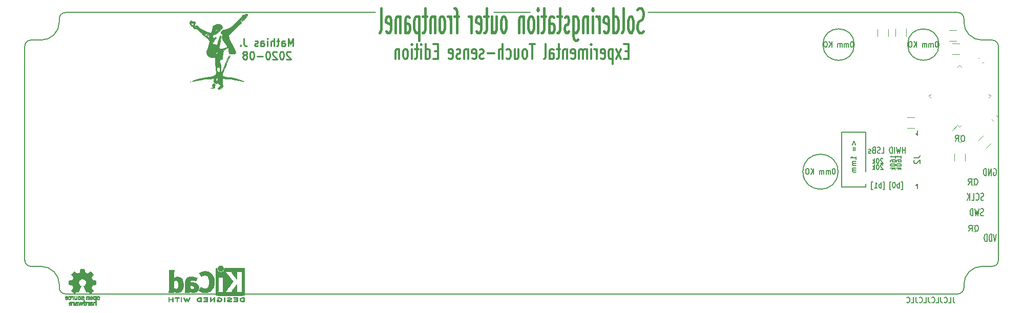
<source format=gbr>
%TF.GenerationSoftware,KiCad,Pcbnew,5.1.9-73d0e3b20d~88~ubuntu18.04.1*%
%TF.CreationDate,2020-12-31T14:05:02+01:00*%
%TF.ProjectId,ss_frontpanel_outer_plate,73735f66-726f-46e7-9470-616e656c5f6f,rev?*%
%TF.SameCoordinates,Original*%
%TF.FileFunction,Legend,Bot*%
%TF.FilePolarity,Positive*%
%FSLAX46Y46*%
G04 Gerber Fmt 4.6, Leading zero omitted, Abs format (unit mm)*
G04 Created by KiCad (PCBNEW 5.1.9-73d0e3b20d~88~ubuntu18.04.1) date 2020-12-31 14:05:02*
%MOMM*%
%LPD*%
G01*
G04 APERTURE LIST*
%ADD10C,0.153000*%
%ADD11C,0.150000*%
%ADD12C,0.250000*%
%ADD13C,0.375000*%
%ADD14C,0.400000*%
%ADD15C,0.120000*%
%ADD16C,0.010000*%
%ADD17C,0.160000*%
G04 APERTURE END LIST*
D10*
X208500000Y-80000000D02*
X208500000Y-79500000D01*
D11*
X211357142Y-80457142D02*
X211547619Y-80457142D01*
X211547619Y-79171428D01*
X211357142Y-79171428D01*
X211052380Y-80157142D02*
X211052380Y-79257142D01*
X211052380Y-79600000D02*
X210976190Y-79557142D01*
X210823809Y-79557142D01*
X210747619Y-79600000D01*
X210709523Y-79642857D01*
X210671428Y-79728571D01*
X210671428Y-79985714D01*
X210709523Y-80071428D01*
X210747619Y-80114285D01*
X210823809Y-80157142D01*
X210976190Y-80157142D01*
X211052380Y-80114285D01*
X209909523Y-80157142D02*
X210366666Y-80157142D01*
X210138095Y-80157142D02*
X210138095Y-79257142D01*
X210214285Y-79385714D01*
X210290476Y-79471428D01*
X210366666Y-79514285D01*
X209642857Y-80457142D02*
X209452380Y-80457142D01*
X209452380Y-79171428D01*
X209642857Y-79171428D01*
X214357142Y-80457142D02*
X214547619Y-80457142D01*
X214547619Y-79171428D01*
X214357142Y-79171428D01*
X214052380Y-80157142D02*
X214052380Y-79257142D01*
X214052380Y-79600000D02*
X213976190Y-79557142D01*
X213823809Y-79557142D01*
X213747619Y-79600000D01*
X213709523Y-79642857D01*
X213671428Y-79728571D01*
X213671428Y-79985714D01*
X213709523Y-80071428D01*
X213747619Y-80114285D01*
X213823809Y-80157142D01*
X213976190Y-80157142D01*
X214052380Y-80114285D01*
X213176190Y-79257142D02*
X213100000Y-79257142D01*
X213023809Y-79300000D01*
X212985714Y-79342857D01*
X212947619Y-79428571D01*
X212909523Y-79600000D01*
X212909523Y-79814285D01*
X212947619Y-79985714D01*
X212985714Y-80071428D01*
X213023809Y-80114285D01*
X213100000Y-80157142D01*
X213176190Y-80157142D01*
X213252380Y-80114285D01*
X213290476Y-80071428D01*
X213328571Y-79985714D01*
X213366666Y-79814285D01*
X213366666Y-79600000D01*
X213328571Y-79428571D01*
X213290476Y-79342857D01*
X213252380Y-79300000D01*
X213176190Y-79257142D01*
X212642857Y-80457142D02*
X212452380Y-80457142D01*
X212452380Y-79171428D01*
X212642857Y-79171428D01*
X215009523Y-74452380D02*
X215009523Y-73452380D01*
X215009523Y-73928571D02*
X214552380Y-73928571D01*
X214552380Y-74452380D02*
X214552380Y-73452380D01*
X214247619Y-73452380D02*
X214057142Y-74452380D01*
X213904761Y-73738095D01*
X213752380Y-74452380D01*
X213561904Y-73452380D01*
X213257142Y-74452380D02*
X213257142Y-73452380D01*
X212876190Y-74452380D02*
X212876190Y-73452380D01*
X212685714Y-73452380D01*
X212571428Y-73500000D01*
X212495238Y-73595238D01*
X212457142Y-73690476D01*
X212419047Y-73880952D01*
X212419047Y-74023809D01*
X212457142Y-74214285D01*
X212495238Y-74309523D01*
X212571428Y-74404761D01*
X212685714Y-74452380D01*
X212876190Y-74452380D01*
X211085714Y-74452380D02*
X211466666Y-74452380D01*
X211466666Y-73452380D01*
X210857142Y-74404761D02*
X210742857Y-74452380D01*
X210552380Y-74452380D01*
X210476190Y-74404761D01*
X210438095Y-74357142D01*
X210400000Y-74261904D01*
X210400000Y-74166666D01*
X210438095Y-74071428D01*
X210476190Y-74023809D01*
X210552380Y-73976190D01*
X210704761Y-73928571D01*
X210780952Y-73880952D01*
X210819047Y-73833333D01*
X210857142Y-73738095D01*
X210857142Y-73642857D01*
X210819047Y-73547619D01*
X210780952Y-73500000D01*
X210704761Y-73452380D01*
X210514285Y-73452380D01*
X210400000Y-73500000D01*
X209790476Y-73928571D02*
X209676190Y-73976190D01*
X209638095Y-74023809D01*
X209600000Y-74119047D01*
X209600000Y-74261904D01*
X209638095Y-74357142D01*
X209676190Y-74404761D01*
X209752380Y-74452380D01*
X210057142Y-74452380D01*
X210057142Y-73452380D01*
X209790476Y-73452380D01*
X209714285Y-73500000D01*
X209676190Y-73547619D01*
X209638095Y-73642857D01*
X209638095Y-73738095D01*
X209676190Y-73833333D01*
X209714285Y-73880952D01*
X209790476Y-73928571D01*
X210057142Y-73928571D01*
X209295238Y-74404761D02*
X209219047Y-74452380D01*
X209066666Y-74452380D01*
X208990476Y-74404761D01*
X208952380Y-74309523D01*
X208952380Y-74261904D01*
X208990476Y-74166666D01*
X209066666Y-74119047D01*
X209180952Y-74119047D01*
X209257142Y-74071428D01*
X209295238Y-73976190D01*
X209295238Y-73928571D01*
X209257142Y-73833333D01*
X209180952Y-73785714D01*
X209066666Y-73785714D01*
X208990476Y-73833333D01*
X222945238Y-98257142D02*
X222945238Y-98900000D01*
X222983333Y-99028571D01*
X223059523Y-99114285D01*
X223173809Y-99157142D01*
X223250000Y-99157142D01*
X222183333Y-99157142D02*
X222564285Y-99157142D01*
X222564285Y-98257142D01*
X221459523Y-99071428D02*
X221497619Y-99114285D01*
X221611904Y-99157142D01*
X221688095Y-99157142D01*
X221802380Y-99114285D01*
X221878571Y-99028571D01*
X221916666Y-98942857D01*
X221954761Y-98771428D01*
X221954761Y-98642857D01*
X221916666Y-98471428D01*
X221878571Y-98385714D01*
X221802380Y-98300000D01*
X221688095Y-98257142D01*
X221611904Y-98257142D01*
X221497619Y-98300000D01*
X221459523Y-98342857D01*
X220888095Y-98257142D02*
X220888095Y-98900000D01*
X220926190Y-99028571D01*
X221002380Y-99114285D01*
X221116666Y-99157142D01*
X221192857Y-99157142D01*
X220126190Y-99157142D02*
X220507142Y-99157142D01*
X220507142Y-98257142D01*
X219402380Y-99071428D02*
X219440476Y-99114285D01*
X219554761Y-99157142D01*
X219630952Y-99157142D01*
X219745238Y-99114285D01*
X219821428Y-99028571D01*
X219859523Y-98942857D01*
X219897619Y-98771428D01*
X219897619Y-98642857D01*
X219859523Y-98471428D01*
X219821428Y-98385714D01*
X219745238Y-98300000D01*
X219630952Y-98257142D01*
X219554761Y-98257142D01*
X219440476Y-98300000D01*
X219402380Y-98342857D01*
X218830952Y-98257142D02*
X218830952Y-98900000D01*
X218869047Y-99028571D01*
X218945238Y-99114285D01*
X219059523Y-99157142D01*
X219135714Y-99157142D01*
X218069047Y-99157142D02*
X218450000Y-99157142D01*
X218450000Y-98257142D01*
X217345238Y-99071428D02*
X217383333Y-99114285D01*
X217497619Y-99157142D01*
X217573809Y-99157142D01*
X217688095Y-99114285D01*
X217764285Y-99028571D01*
X217802380Y-98942857D01*
X217840476Y-98771428D01*
X217840476Y-98642857D01*
X217802380Y-98471428D01*
X217764285Y-98385714D01*
X217688095Y-98300000D01*
X217573809Y-98257142D01*
X217497619Y-98257142D01*
X217383333Y-98300000D01*
X217345238Y-98342857D01*
X216773809Y-98257142D02*
X216773809Y-98900000D01*
X216811904Y-99028571D01*
X216888095Y-99114285D01*
X217002380Y-99157142D01*
X217078571Y-99157142D01*
X216011904Y-99157142D02*
X216392857Y-99157142D01*
X216392857Y-98257142D01*
X215288095Y-99071428D02*
X215326190Y-99114285D01*
X215440476Y-99157142D01*
X215516666Y-99157142D01*
X215630952Y-99114285D01*
X215707142Y-99028571D01*
X215745238Y-98942857D01*
X215783333Y-98771428D01*
X215783333Y-98642857D01*
X215745238Y-98471428D01*
X215707142Y-98385714D01*
X215630952Y-98300000D01*
X215516666Y-98257142D01*
X215440476Y-98257142D01*
X215326190Y-98300000D01*
X215288095Y-98342857D01*
D12*
X113842857Y-56738095D02*
X113842857Y-55438095D01*
X113442857Y-56366666D01*
X113042857Y-55438095D01*
X113042857Y-56738095D01*
X111957142Y-56738095D02*
X111957142Y-56057142D01*
X112014285Y-55933333D01*
X112128571Y-55871428D01*
X112357142Y-55871428D01*
X112471428Y-55933333D01*
X111957142Y-56676190D02*
X112071428Y-56738095D01*
X112357142Y-56738095D01*
X112471428Y-56676190D01*
X112528571Y-56552380D01*
X112528571Y-56428571D01*
X112471428Y-56304761D01*
X112357142Y-56242857D01*
X112071428Y-56242857D01*
X111957142Y-56180952D01*
X111557142Y-55871428D02*
X111100000Y-55871428D01*
X111385714Y-55438095D02*
X111385714Y-56552380D01*
X111328571Y-56676190D01*
X111214285Y-56738095D01*
X111100000Y-56738095D01*
X110700000Y-56738095D02*
X110700000Y-55438095D01*
X110185714Y-56738095D02*
X110185714Y-56057142D01*
X110242857Y-55933333D01*
X110357142Y-55871428D01*
X110528571Y-55871428D01*
X110642857Y-55933333D01*
X110700000Y-55995238D01*
X109614285Y-56738095D02*
X109614285Y-55871428D01*
X109614285Y-55438095D02*
X109671428Y-55500000D01*
X109614285Y-55561904D01*
X109557142Y-55500000D01*
X109614285Y-55438095D01*
X109614285Y-55561904D01*
X108528571Y-56738095D02*
X108528571Y-56057142D01*
X108585714Y-55933333D01*
X108700000Y-55871428D01*
X108928571Y-55871428D01*
X109042857Y-55933333D01*
X108528571Y-56676190D02*
X108642857Y-56738095D01*
X108928571Y-56738095D01*
X109042857Y-56676190D01*
X109100000Y-56552380D01*
X109100000Y-56428571D01*
X109042857Y-56304761D01*
X108928571Y-56242857D01*
X108642857Y-56242857D01*
X108528571Y-56180952D01*
X108014285Y-56676190D02*
X107900000Y-56738095D01*
X107671428Y-56738095D01*
X107557142Y-56676190D01*
X107500000Y-56552380D01*
X107500000Y-56490476D01*
X107557142Y-56366666D01*
X107671428Y-56304761D01*
X107842857Y-56304761D01*
X107957142Y-56242857D01*
X108014285Y-56119047D01*
X108014285Y-56057142D01*
X107957142Y-55933333D01*
X107842857Y-55871428D01*
X107671428Y-55871428D01*
X107557142Y-55933333D01*
X105728571Y-55438095D02*
X105728571Y-56366666D01*
X105785714Y-56552380D01*
X105900000Y-56676190D01*
X106071428Y-56738095D01*
X106185714Y-56738095D01*
X105157142Y-56614285D02*
X105100000Y-56676190D01*
X105157142Y-56738095D01*
X105214285Y-56676190D01*
X105157142Y-56614285D01*
X105157142Y-56738095D01*
X113442857Y-57761904D02*
X113385714Y-57700000D01*
X113271428Y-57638095D01*
X112985714Y-57638095D01*
X112871428Y-57700000D01*
X112814285Y-57761904D01*
X112757142Y-57885714D01*
X112757142Y-58009523D01*
X112814285Y-58195238D01*
X113500000Y-58938095D01*
X112757142Y-58938095D01*
X112014285Y-57638095D02*
X111900000Y-57638095D01*
X111785714Y-57700000D01*
X111728571Y-57761904D01*
X111671428Y-57885714D01*
X111614285Y-58133333D01*
X111614285Y-58442857D01*
X111671428Y-58690476D01*
X111728571Y-58814285D01*
X111785714Y-58876190D01*
X111900000Y-58938095D01*
X112014285Y-58938095D01*
X112128571Y-58876190D01*
X112185714Y-58814285D01*
X112242857Y-58690476D01*
X112300000Y-58442857D01*
X112300000Y-58133333D01*
X112242857Y-57885714D01*
X112185714Y-57761904D01*
X112128571Y-57700000D01*
X112014285Y-57638095D01*
X111157142Y-57761904D02*
X111100000Y-57700000D01*
X110985714Y-57638095D01*
X110700000Y-57638095D01*
X110585714Y-57700000D01*
X110528571Y-57761904D01*
X110471428Y-57885714D01*
X110471428Y-58009523D01*
X110528571Y-58195238D01*
X111214285Y-58938095D01*
X110471428Y-58938095D01*
X109728571Y-57638095D02*
X109614285Y-57638095D01*
X109500000Y-57700000D01*
X109442857Y-57761904D01*
X109385714Y-57885714D01*
X109328571Y-58133333D01*
X109328571Y-58442857D01*
X109385714Y-58690476D01*
X109442857Y-58814285D01*
X109500000Y-58876190D01*
X109614285Y-58938095D01*
X109728571Y-58938095D01*
X109842857Y-58876190D01*
X109900000Y-58814285D01*
X109957142Y-58690476D01*
X110014285Y-58442857D01*
X110014285Y-58133333D01*
X109957142Y-57885714D01*
X109900000Y-57761904D01*
X109842857Y-57700000D01*
X109728571Y-57638095D01*
X108814285Y-58442857D02*
X107900000Y-58442857D01*
X107100000Y-57638095D02*
X106985714Y-57638095D01*
X106871428Y-57700000D01*
X106814285Y-57761904D01*
X106757142Y-57885714D01*
X106700000Y-58133333D01*
X106700000Y-58442857D01*
X106757142Y-58690476D01*
X106814285Y-58814285D01*
X106871428Y-58876190D01*
X106985714Y-58938095D01*
X107100000Y-58938095D01*
X107214285Y-58876190D01*
X107271428Y-58814285D01*
X107328571Y-58690476D01*
X107385714Y-58442857D01*
X107385714Y-58133333D01*
X107328571Y-57885714D01*
X107271428Y-57761904D01*
X107214285Y-57700000D01*
X107100000Y-57638095D01*
X106014285Y-58195238D02*
X106128571Y-58133333D01*
X106185714Y-58071428D01*
X106242857Y-57947619D01*
X106242857Y-57885714D01*
X106185714Y-57761904D01*
X106128571Y-57700000D01*
X106014285Y-57638095D01*
X105785714Y-57638095D01*
X105671428Y-57700000D01*
X105614285Y-57761904D01*
X105557142Y-57885714D01*
X105557142Y-57947619D01*
X105614285Y-58071428D01*
X105671428Y-58133333D01*
X105785714Y-58195238D01*
X106014285Y-58195238D01*
X106128571Y-58257142D01*
X106185714Y-58319047D01*
X106242857Y-58442857D01*
X106242857Y-58690476D01*
X106185714Y-58814285D01*
X106128571Y-58876190D01*
X106014285Y-58938095D01*
X105785714Y-58938095D01*
X105671428Y-58876190D01*
X105614285Y-58814285D01*
X105557142Y-58690476D01*
X105557142Y-58442857D01*
X105614285Y-58319047D01*
X105671428Y-58257142D01*
X105785714Y-58195238D01*
D13*
X169250000Y-57571428D02*
X168750000Y-57571428D01*
X168535714Y-58880952D02*
X169250000Y-58880952D01*
X169250000Y-56380952D01*
X168535714Y-56380952D01*
X168035714Y-58880952D02*
X167250000Y-57214285D01*
X168035714Y-57214285D02*
X167250000Y-58880952D01*
X166678571Y-57214285D02*
X166678571Y-59714285D01*
X166678571Y-57333333D02*
X166535714Y-57214285D01*
X166250000Y-57214285D01*
X166107142Y-57333333D01*
X166035714Y-57452380D01*
X165964285Y-57690476D01*
X165964285Y-58404761D01*
X166035714Y-58642857D01*
X166107142Y-58761904D01*
X166250000Y-58880952D01*
X166535714Y-58880952D01*
X166678571Y-58761904D01*
X164750000Y-58761904D02*
X164892857Y-58880952D01*
X165178571Y-58880952D01*
X165321428Y-58761904D01*
X165392857Y-58523809D01*
X165392857Y-57571428D01*
X165321428Y-57333333D01*
X165178571Y-57214285D01*
X164892857Y-57214285D01*
X164750000Y-57333333D01*
X164678571Y-57571428D01*
X164678571Y-57809523D01*
X165392857Y-58047619D01*
X164035714Y-58880952D02*
X164035714Y-57214285D01*
X164035714Y-57690476D02*
X163964285Y-57452380D01*
X163892857Y-57333333D01*
X163750000Y-57214285D01*
X163607142Y-57214285D01*
X163107142Y-58880952D02*
X163107142Y-57214285D01*
X163107142Y-56380952D02*
X163178571Y-56500000D01*
X163107142Y-56619047D01*
X163035714Y-56500000D01*
X163107142Y-56380952D01*
X163107142Y-56619047D01*
X162392857Y-58880952D02*
X162392857Y-57214285D01*
X162392857Y-57452380D02*
X162321428Y-57333333D01*
X162178571Y-57214285D01*
X161964285Y-57214285D01*
X161821428Y-57333333D01*
X161750000Y-57571428D01*
X161750000Y-58880952D01*
X161750000Y-57571428D02*
X161678571Y-57333333D01*
X161535714Y-57214285D01*
X161321428Y-57214285D01*
X161178571Y-57333333D01*
X161107142Y-57571428D01*
X161107142Y-58880952D01*
X159821428Y-58761904D02*
X159964285Y-58880952D01*
X160250000Y-58880952D01*
X160392857Y-58761904D01*
X160464285Y-58523809D01*
X160464285Y-57571428D01*
X160392857Y-57333333D01*
X160250000Y-57214285D01*
X159964285Y-57214285D01*
X159821428Y-57333333D01*
X159750000Y-57571428D01*
X159750000Y-57809523D01*
X160464285Y-58047619D01*
X159107142Y-57214285D02*
X159107142Y-58880952D01*
X159107142Y-57452380D02*
X159035714Y-57333333D01*
X158892857Y-57214285D01*
X158678571Y-57214285D01*
X158535714Y-57333333D01*
X158464285Y-57571428D01*
X158464285Y-58880952D01*
X157964285Y-57214285D02*
X157392857Y-57214285D01*
X157750000Y-56380952D02*
X157750000Y-58523809D01*
X157678571Y-58761904D01*
X157535714Y-58880952D01*
X157392857Y-58880952D01*
X156250000Y-58880952D02*
X156250000Y-57571428D01*
X156321428Y-57333333D01*
X156464285Y-57214285D01*
X156750000Y-57214285D01*
X156892857Y-57333333D01*
X156250000Y-58761904D02*
X156392857Y-58880952D01*
X156750000Y-58880952D01*
X156892857Y-58761904D01*
X156964285Y-58523809D01*
X156964285Y-58285714D01*
X156892857Y-58047619D01*
X156750000Y-57928571D01*
X156392857Y-57928571D01*
X156250000Y-57809523D01*
X155321428Y-58880952D02*
X155464285Y-58761904D01*
X155535714Y-58523809D01*
X155535714Y-56380952D01*
X153821428Y-56380952D02*
X152964285Y-56380952D01*
X153392857Y-58880952D02*
X153392857Y-56380952D01*
X152250000Y-58880952D02*
X152392857Y-58761904D01*
X152464285Y-58642857D01*
X152535714Y-58404761D01*
X152535714Y-57690476D01*
X152464285Y-57452380D01*
X152392857Y-57333333D01*
X152250000Y-57214285D01*
X152035714Y-57214285D01*
X151892857Y-57333333D01*
X151821428Y-57452380D01*
X151750000Y-57690476D01*
X151750000Y-58404761D01*
X151821428Y-58642857D01*
X151892857Y-58761904D01*
X152035714Y-58880952D01*
X152250000Y-58880952D01*
X150464285Y-57214285D02*
X150464285Y-58880952D01*
X151107142Y-57214285D02*
X151107142Y-58523809D01*
X151035714Y-58761904D01*
X150892857Y-58880952D01*
X150678571Y-58880952D01*
X150535714Y-58761904D01*
X150464285Y-58642857D01*
X149107142Y-58761904D02*
X149250000Y-58880952D01*
X149535714Y-58880952D01*
X149678571Y-58761904D01*
X149750000Y-58642857D01*
X149821428Y-58404761D01*
X149821428Y-57690476D01*
X149750000Y-57452380D01*
X149678571Y-57333333D01*
X149535714Y-57214285D01*
X149250000Y-57214285D01*
X149107142Y-57333333D01*
X148464285Y-58880952D02*
X148464285Y-56380952D01*
X147821428Y-58880952D02*
X147821428Y-57571428D01*
X147892857Y-57333333D01*
X148035714Y-57214285D01*
X148250000Y-57214285D01*
X148392857Y-57333333D01*
X148464285Y-57452380D01*
X147107142Y-57928571D02*
X145964285Y-57928571D01*
X145321428Y-58761904D02*
X145178571Y-58880952D01*
X144892857Y-58880952D01*
X144749999Y-58761904D01*
X144678571Y-58523809D01*
X144678571Y-58404761D01*
X144749999Y-58166666D01*
X144892857Y-58047619D01*
X145107142Y-58047619D01*
X145249999Y-57928571D01*
X145321428Y-57690476D01*
X145321428Y-57571428D01*
X145249999Y-57333333D01*
X145107142Y-57214285D01*
X144892857Y-57214285D01*
X144749999Y-57333333D01*
X143464285Y-58761904D02*
X143607142Y-58880952D01*
X143892857Y-58880952D01*
X144035714Y-58761904D01*
X144107142Y-58523809D01*
X144107142Y-57571428D01*
X144035714Y-57333333D01*
X143892857Y-57214285D01*
X143607142Y-57214285D01*
X143464285Y-57333333D01*
X143392857Y-57571428D01*
X143392857Y-57809523D01*
X144107142Y-58047619D01*
X142749999Y-57214285D02*
X142749999Y-58880952D01*
X142749999Y-57452380D02*
X142678571Y-57333333D01*
X142535714Y-57214285D01*
X142321428Y-57214285D01*
X142178571Y-57333333D01*
X142107142Y-57571428D01*
X142107142Y-58880952D01*
X141464285Y-58761904D02*
X141321428Y-58880952D01*
X141035714Y-58880952D01*
X140892857Y-58761904D01*
X140821428Y-58523809D01*
X140821428Y-58404761D01*
X140892857Y-58166666D01*
X141035714Y-58047619D01*
X141249999Y-58047619D01*
X141392857Y-57928571D01*
X141464285Y-57690476D01*
X141464285Y-57571428D01*
X141392857Y-57333333D01*
X141249999Y-57214285D01*
X141035714Y-57214285D01*
X140892857Y-57333333D01*
X139607142Y-58761904D02*
X139749999Y-58880952D01*
X140035714Y-58880952D01*
X140178571Y-58761904D01*
X140249999Y-58523809D01*
X140249999Y-57571428D01*
X140178571Y-57333333D01*
X140035714Y-57214285D01*
X139749999Y-57214285D01*
X139607142Y-57333333D01*
X139535714Y-57571428D01*
X139535714Y-57809523D01*
X140249999Y-58047619D01*
X137749999Y-57571428D02*
X137249999Y-57571428D01*
X137035714Y-58880952D02*
X137749999Y-58880952D01*
X137749999Y-56380952D01*
X137035714Y-56380952D01*
X135749999Y-58880952D02*
X135749999Y-56380952D01*
X135749999Y-58761904D02*
X135892857Y-58880952D01*
X136178571Y-58880952D01*
X136321428Y-58761904D01*
X136392857Y-58642857D01*
X136464285Y-58404761D01*
X136464285Y-57690476D01*
X136392857Y-57452380D01*
X136321428Y-57333333D01*
X136178571Y-57214285D01*
X135892857Y-57214285D01*
X135749999Y-57333333D01*
X135035714Y-58880952D02*
X135035714Y-57214285D01*
X135035714Y-56380952D02*
X135107142Y-56500000D01*
X135035714Y-56619047D01*
X134964285Y-56500000D01*
X135035714Y-56380952D01*
X135035714Y-56619047D01*
X134535714Y-57214285D02*
X133964285Y-57214285D01*
X134321428Y-56380952D02*
X134321428Y-58523809D01*
X134249999Y-58761904D01*
X134107142Y-58880952D01*
X133964285Y-58880952D01*
X133464285Y-58880952D02*
X133464285Y-57214285D01*
X133464285Y-56380952D02*
X133535714Y-56500000D01*
X133464285Y-56619047D01*
X133392857Y-56500000D01*
X133464285Y-56380952D01*
X133464285Y-56619047D01*
X132535714Y-58880952D02*
X132678571Y-58761904D01*
X132749999Y-58642857D01*
X132821428Y-58404761D01*
X132821428Y-57690476D01*
X132749999Y-57452380D01*
X132678571Y-57333333D01*
X132535714Y-57214285D01*
X132321428Y-57214285D01*
X132178571Y-57333333D01*
X132107142Y-57452380D01*
X132035714Y-57690476D01*
X132035714Y-58404761D01*
X132107142Y-58642857D01*
X132178571Y-58761904D01*
X132321428Y-58880952D01*
X132535714Y-58880952D01*
X131392857Y-57214285D02*
X131392857Y-58880952D01*
X131392857Y-57452380D02*
X131321428Y-57333333D01*
X131178571Y-57214285D01*
X130964285Y-57214285D01*
X130821428Y-57333333D01*
X130749999Y-57571428D01*
X130749999Y-58880952D01*
D14*
X171750000Y-54319047D02*
X171500000Y-54509523D01*
X171083333Y-54509523D01*
X170916666Y-54319047D01*
X170833333Y-54128571D01*
X170750000Y-53747619D01*
X170750000Y-53366666D01*
X170833333Y-52985714D01*
X170916666Y-52795238D01*
X171083333Y-52604761D01*
X171416666Y-52414285D01*
X171583333Y-52223809D01*
X171666666Y-52033333D01*
X171750000Y-51652380D01*
X171750000Y-51271428D01*
X171666666Y-50890476D01*
X171583333Y-50700000D01*
X171416666Y-50509523D01*
X171000000Y-50509523D01*
X170750000Y-50700000D01*
X169750000Y-54509523D02*
X169916666Y-54319047D01*
X170000000Y-54128571D01*
X170083333Y-53747619D01*
X170083333Y-52604761D01*
X170000000Y-52223809D01*
X169916666Y-52033333D01*
X169750000Y-51842857D01*
X169500000Y-51842857D01*
X169333333Y-52033333D01*
X169250000Y-52223809D01*
X169166666Y-52604761D01*
X169166666Y-53747619D01*
X169250000Y-54128571D01*
X169333333Y-54319047D01*
X169500000Y-54509523D01*
X169750000Y-54509523D01*
X168166666Y-54509523D02*
X168333333Y-54319047D01*
X168416666Y-53938095D01*
X168416666Y-50509523D01*
X166750000Y-54509523D02*
X166750000Y-50509523D01*
X166750000Y-54319047D02*
X166916666Y-54509523D01*
X167250000Y-54509523D01*
X167416666Y-54319047D01*
X167500000Y-54128571D01*
X167583333Y-53747619D01*
X167583333Y-52604761D01*
X167500000Y-52223809D01*
X167416666Y-52033333D01*
X167250000Y-51842857D01*
X166916666Y-51842857D01*
X166750000Y-52033333D01*
X165250000Y-54319047D02*
X165416666Y-54509523D01*
X165750000Y-54509523D01*
X165916666Y-54319047D01*
X166000000Y-53938095D01*
X166000000Y-52414285D01*
X165916666Y-52033333D01*
X165750000Y-51842857D01*
X165416666Y-51842857D01*
X165250000Y-52033333D01*
X165166666Y-52414285D01*
X165166666Y-52795238D01*
X166000000Y-53176190D01*
X164416666Y-54509523D02*
X164416666Y-51842857D01*
X164416666Y-52604761D02*
X164333333Y-52223809D01*
X164250000Y-52033333D01*
X164083333Y-51842857D01*
X163916666Y-51842857D01*
X163333333Y-54509523D02*
X163333333Y-51842857D01*
X163333333Y-50509523D02*
X163416666Y-50700000D01*
X163333333Y-50890476D01*
X163250000Y-50700000D01*
X163333333Y-50509523D01*
X163333333Y-50890476D01*
X162500000Y-51842857D02*
X162500000Y-54509523D01*
X162500000Y-52223809D02*
X162416666Y-52033333D01*
X162250000Y-51842857D01*
X162000000Y-51842857D01*
X161833333Y-52033333D01*
X161750000Y-52414285D01*
X161750000Y-54509523D01*
X160166666Y-51842857D02*
X160166666Y-55080952D01*
X160250000Y-55461904D01*
X160333333Y-55652380D01*
X160500000Y-55842857D01*
X160750000Y-55842857D01*
X160916666Y-55652380D01*
X160166666Y-54319047D02*
X160333333Y-54509523D01*
X160666666Y-54509523D01*
X160833333Y-54319047D01*
X160916666Y-54128571D01*
X161000000Y-53747619D01*
X161000000Y-52604761D01*
X160916666Y-52223809D01*
X160833333Y-52033333D01*
X160666666Y-51842857D01*
X160333333Y-51842857D01*
X160166666Y-52033333D01*
X159416666Y-54319047D02*
X159250000Y-54509523D01*
X158916666Y-54509523D01*
X158750000Y-54319047D01*
X158666666Y-53938095D01*
X158666666Y-53747619D01*
X158750000Y-53366666D01*
X158916666Y-53176190D01*
X159166666Y-53176190D01*
X159333333Y-52985714D01*
X159416666Y-52604761D01*
X159416666Y-52414285D01*
X159333333Y-52033333D01*
X159166666Y-51842857D01*
X158916666Y-51842857D01*
X158750000Y-52033333D01*
X158166666Y-51842857D02*
X157500000Y-51842857D01*
X157916666Y-50509523D02*
X157916666Y-53938095D01*
X157833333Y-54319047D01*
X157666666Y-54509523D01*
X157500000Y-54509523D01*
X156166666Y-54509523D02*
X156166666Y-52414285D01*
X156250000Y-52033333D01*
X156416666Y-51842857D01*
X156750000Y-51842857D01*
X156916666Y-52033333D01*
X156166666Y-54319047D02*
X156333333Y-54509523D01*
X156750000Y-54509523D01*
X156916666Y-54319047D01*
X157000000Y-53938095D01*
X157000000Y-53557142D01*
X156916666Y-53176190D01*
X156750000Y-52985714D01*
X156333333Y-52985714D01*
X156166666Y-52795238D01*
X155583333Y-51842857D02*
X154916666Y-51842857D01*
X155333333Y-50509523D02*
X155333333Y-53938095D01*
X155250000Y-54319047D01*
X155083333Y-54509523D01*
X154916666Y-54509523D01*
X154333333Y-54509523D02*
X154333333Y-51842857D01*
X154333333Y-50509523D02*
X154416666Y-50700000D01*
X154333333Y-50890476D01*
X154250000Y-50700000D01*
X154333333Y-50509523D01*
X154333333Y-50890476D01*
X153250000Y-54509523D02*
X153416666Y-54319047D01*
X153500000Y-54128571D01*
X153583333Y-53747619D01*
X153583333Y-52604761D01*
X153500000Y-52223809D01*
X153416666Y-52033333D01*
X153250000Y-51842857D01*
X153000000Y-51842857D01*
X152833333Y-52033333D01*
X152750000Y-52223809D01*
X152666666Y-52604761D01*
X152666666Y-53747619D01*
X152750000Y-54128571D01*
X152833333Y-54319047D01*
X153000000Y-54509523D01*
X153250000Y-54509523D01*
X151916666Y-51842857D02*
X151916666Y-54509523D01*
X151916666Y-52223809D02*
X151833333Y-52033333D01*
X151666666Y-51842857D01*
X151416666Y-51842857D01*
X151250000Y-52033333D01*
X151166666Y-52414285D01*
X151166666Y-54509523D01*
X148750000Y-54509523D02*
X148916666Y-54319047D01*
X149000000Y-54128571D01*
X149083333Y-53747619D01*
X149083333Y-52604761D01*
X149000000Y-52223809D01*
X148916666Y-52033333D01*
X148750000Y-51842857D01*
X148500000Y-51842857D01*
X148333333Y-52033333D01*
X148250000Y-52223809D01*
X148166666Y-52604761D01*
X148166666Y-53747619D01*
X148250000Y-54128571D01*
X148333333Y-54319047D01*
X148500000Y-54509523D01*
X148750000Y-54509523D01*
X146666666Y-51842857D02*
X146666666Y-54509523D01*
X147416666Y-51842857D02*
X147416666Y-53938095D01*
X147333333Y-54319047D01*
X147166666Y-54509523D01*
X146916666Y-54509523D01*
X146750000Y-54319047D01*
X146666666Y-54128571D01*
X146083333Y-51842857D02*
X145416666Y-51842857D01*
X145833333Y-50509523D02*
X145833333Y-53938095D01*
X145750000Y-54319047D01*
X145583333Y-54509523D01*
X145416666Y-54509523D01*
X144166666Y-54319047D02*
X144333333Y-54509523D01*
X144666666Y-54509523D01*
X144833333Y-54319047D01*
X144916666Y-53938095D01*
X144916666Y-52414285D01*
X144833333Y-52033333D01*
X144666666Y-51842857D01*
X144333333Y-51842857D01*
X144166666Y-52033333D01*
X144083333Y-52414285D01*
X144083333Y-52795238D01*
X144916666Y-53176190D01*
X143333333Y-54509523D02*
X143333333Y-51842857D01*
X143333333Y-52604761D02*
X143250000Y-52223809D01*
X143166666Y-52033333D01*
X143000000Y-51842857D01*
X142833333Y-51842857D01*
X141166666Y-51842857D02*
X140500000Y-51842857D01*
X140916666Y-54509523D02*
X140916666Y-51080952D01*
X140833333Y-50700000D01*
X140666666Y-50509523D01*
X140500000Y-50509523D01*
X139916666Y-54509523D02*
X139916666Y-51842857D01*
X139916666Y-52604761D02*
X139833333Y-52223809D01*
X139750000Y-52033333D01*
X139583333Y-51842857D01*
X139416666Y-51842857D01*
X138583333Y-54509523D02*
X138750000Y-54319047D01*
X138833333Y-54128571D01*
X138916666Y-53747619D01*
X138916666Y-52604761D01*
X138833333Y-52223809D01*
X138750000Y-52033333D01*
X138583333Y-51842857D01*
X138333333Y-51842857D01*
X138166666Y-52033333D01*
X138083333Y-52223809D01*
X138000000Y-52604761D01*
X138000000Y-53747619D01*
X138083333Y-54128571D01*
X138166666Y-54319047D01*
X138333333Y-54509523D01*
X138583333Y-54509523D01*
X137250000Y-51842857D02*
X137250000Y-54509523D01*
X137250000Y-52223809D02*
X137166666Y-52033333D01*
X137000000Y-51842857D01*
X136750000Y-51842857D01*
X136583333Y-52033333D01*
X136500000Y-52414285D01*
X136500000Y-54509523D01*
X135916666Y-51842857D02*
X135250000Y-51842857D01*
X135666666Y-50509523D02*
X135666666Y-53938095D01*
X135583333Y-54319047D01*
X135416666Y-54509523D01*
X135250000Y-54509523D01*
X134666666Y-51842857D02*
X134666666Y-55842857D01*
X134666666Y-52033333D02*
X134500000Y-51842857D01*
X134166666Y-51842857D01*
X134000000Y-52033333D01*
X133916666Y-52223809D01*
X133833333Y-52604761D01*
X133833333Y-53747619D01*
X133916666Y-54128571D01*
X134000000Y-54319047D01*
X134166666Y-54509523D01*
X134500000Y-54509523D01*
X134666666Y-54319047D01*
X132333333Y-54509523D02*
X132333333Y-52414285D01*
X132416666Y-52033333D01*
X132583333Y-51842857D01*
X132916666Y-51842857D01*
X133083333Y-52033333D01*
X132333333Y-54319047D02*
X132500000Y-54509523D01*
X132916666Y-54509523D01*
X133083333Y-54319047D01*
X133166666Y-53938095D01*
X133166666Y-53557142D01*
X133083333Y-53176190D01*
X132916666Y-52985714D01*
X132500000Y-52985714D01*
X132333333Y-52795238D01*
X131500000Y-51842857D02*
X131500000Y-54509523D01*
X131500000Y-52223809D02*
X131416666Y-52033333D01*
X131250000Y-51842857D01*
X131000000Y-51842857D01*
X130833333Y-52033333D01*
X130750000Y-52414285D01*
X130750000Y-54509523D01*
X129250000Y-54319047D02*
X129416666Y-54509523D01*
X129750000Y-54509523D01*
X129916666Y-54319047D01*
X130000000Y-53938095D01*
X130000000Y-52414285D01*
X129916666Y-52033333D01*
X129750000Y-51842857D01*
X129416666Y-51842857D01*
X129250000Y-52033333D01*
X129166666Y-52414285D01*
X129166666Y-52795238D01*
X130000000Y-53176190D01*
X128166666Y-54509523D02*
X128333333Y-54319047D01*
X128416666Y-53938095D01*
X128416666Y-50509523D01*
D11*
X229400000Y-55750000D02*
X227700000Y-55750000D01*
X72200000Y-55750000D02*
X70500000Y-55750000D01*
X223700000Y-51200000D02*
X172500000Y-51200000D01*
X230400000Y-92150000D02*
X230400000Y-56750000D01*
X224700000Y-96150000D02*
G75*
G02*
X227700000Y-93150000I3000000J0D01*
G01*
X229400000Y-55750000D02*
G75*
G02*
X230400000Y-56750000I0J-1000000D01*
G01*
X224700000Y-52750000D02*
X224700000Y-52200000D01*
X227700000Y-55750000D02*
G75*
G02*
X224700000Y-52750000I0J3000000D01*
G01*
X72200000Y-93150001D02*
G75*
G02*
X75200000Y-96150001I0J-3000000D01*
G01*
X70500000Y-93150000D02*
X72200000Y-93150000D01*
X76200000Y-97700001D02*
G75*
G02*
X75200000Y-96700001I0J1000000D01*
G01*
X75200000Y-96150001D02*
X75200000Y-96700001D01*
X75200000Y-52200000D02*
X75200000Y-52750000D01*
X224700000Y-96700000D02*
X224700000Y-96150001D01*
X152700000Y-97700000D02*
X223700000Y-97700000D01*
X147200000Y-97700000D02*
X152700000Y-97700000D01*
X76200000Y-97700001D02*
X147200000Y-97700000D01*
X69500000Y-56750000D02*
G75*
G02*
X70500000Y-55750000I1000000J0D01*
G01*
X75200000Y-52200000D02*
G75*
G02*
X76200000Y-51200000I1000000J0D01*
G01*
X227700000Y-93150000D02*
X229400000Y-93150000D01*
X224700000Y-96700000D02*
G75*
G02*
X223700000Y-97700000I-1000000J0D01*
G01*
X127500000Y-51200000D02*
X76200000Y-51200000D01*
X75200000Y-52750000D02*
G75*
G02*
X72200000Y-55750000I-3000000J0D01*
G01*
X152999999Y-51200001D02*
X147000000Y-51200001D01*
X70500000Y-93150000D02*
G75*
G02*
X69500000Y-92150000I0J1000000D01*
G01*
X230400000Y-92150000D02*
G75*
G02*
X229400000Y-93150000I-1000000J0D01*
G01*
X223700000Y-51200000D02*
G75*
G02*
X224700000Y-52200000I0J-1000000D01*
G01*
X69500000Y-56750000D02*
X69500000Y-92150000D01*
X220228571Y-56007142D02*
X220152380Y-56007142D01*
X220076190Y-56050000D01*
X220038095Y-56092857D01*
X220000000Y-56178571D01*
X219961904Y-56350000D01*
X219961904Y-56564285D01*
X220000000Y-56735714D01*
X220038095Y-56821428D01*
X220076190Y-56864285D01*
X220152380Y-56907142D01*
X220228571Y-56907142D01*
X220304761Y-56864285D01*
X220342857Y-56821428D01*
X220380952Y-56735714D01*
X220419047Y-56564285D01*
X220419047Y-56350000D01*
X220380952Y-56178571D01*
X220342857Y-56092857D01*
X220304761Y-56050000D01*
X220228571Y-56007142D01*
X219619047Y-56907142D02*
X219619047Y-56307142D01*
X219619047Y-56392857D02*
X219580952Y-56350000D01*
X219504761Y-56307142D01*
X219390476Y-56307142D01*
X219314285Y-56350000D01*
X219276190Y-56435714D01*
X219276190Y-56907142D01*
X219276190Y-56435714D02*
X219238095Y-56350000D01*
X219161904Y-56307142D01*
X219047619Y-56307142D01*
X218971428Y-56350000D01*
X218933333Y-56435714D01*
X218933333Y-56907142D01*
X218552380Y-56907142D02*
X218552380Y-56307142D01*
X218552380Y-56392857D02*
X218514285Y-56350000D01*
X218438095Y-56307142D01*
X218323809Y-56307142D01*
X218247619Y-56350000D01*
X218209523Y-56435714D01*
X218209523Y-56907142D01*
X218209523Y-56435714D02*
X218171428Y-56350000D01*
X218095238Y-56307142D01*
X217980952Y-56307142D01*
X217904761Y-56350000D01*
X217866666Y-56435714D01*
X217866666Y-56907142D01*
X216876190Y-56907142D02*
X216876190Y-56007142D01*
X216419047Y-56907142D02*
X216761904Y-56392857D01*
X216419047Y-56007142D02*
X216876190Y-56521428D01*
X215923809Y-56007142D02*
X215771428Y-56007142D01*
X215695238Y-56050000D01*
X215619047Y-56135714D01*
X215580952Y-56307142D01*
X215580952Y-56607142D01*
X215619047Y-56778571D01*
X215695238Y-56864285D01*
X215771428Y-56907142D01*
X215923809Y-56907142D01*
X216000000Y-56864285D01*
X216076190Y-56778571D01*
X216114285Y-56607142D01*
X216114285Y-56307142D01*
X216076190Y-56135714D01*
X216000000Y-56050000D01*
X215923809Y-56007142D01*
X206228571Y-56007142D02*
X206152380Y-56007142D01*
X206076190Y-56050000D01*
X206038095Y-56092857D01*
X206000000Y-56178571D01*
X205961904Y-56350000D01*
X205961904Y-56564285D01*
X206000000Y-56735714D01*
X206038095Y-56821428D01*
X206076190Y-56864285D01*
X206152380Y-56907142D01*
X206228571Y-56907142D01*
X206304761Y-56864285D01*
X206342857Y-56821428D01*
X206380952Y-56735714D01*
X206419047Y-56564285D01*
X206419047Y-56350000D01*
X206380952Y-56178571D01*
X206342857Y-56092857D01*
X206304761Y-56050000D01*
X206228571Y-56007142D01*
X205619047Y-56907142D02*
X205619047Y-56307142D01*
X205619047Y-56392857D02*
X205580952Y-56350000D01*
X205504761Y-56307142D01*
X205390476Y-56307142D01*
X205314285Y-56350000D01*
X205276190Y-56435714D01*
X205276190Y-56907142D01*
X205276190Y-56435714D02*
X205238095Y-56350000D01*
X205161904Y-56307142D01*
X205047619Y-56307142D01*
X204971428Y-56350000D01*
X204933333Y-56435714D01*
X204933333Y-56907142D01*
X204552380Y-56907142D02*
X204552380Y-56307142D01*
X204552380Y-56392857D02*
X204514285Y-56350000D01*
X204438095Y-56307142D01*
X204323809Y-56307142D01*
X204247619Y-56350000D01*
X204209523Y-56435714D01*
X204209523Y-56907142D01*
X204209523Y-56435714D02*
X204171428Y-56350000D01*
X204095238Y-56307142D01*
X203980952Y-56307142D01*
X203904761Y-56350000D01*
X203866666Y-56435714D01*
X203866666Y-56907142D01*
X202876190Y-56907142D02*
X202876190Y-56007142D01*
X202419047Y-56907142D02*
X202761904Y-56392857D01*
X202419047Y-56007142D02*
X202876190Y-56521428D01*
X201923809Y-56007142D02*
X201771428Y-56007142D01*
X201695238Y-56050000D01*
X201619047Y-56135714D01*
X201580952Y-56307142D01*
X201580952Y-56607142D01*
X201619047Y-56778571D01*
X201695238Y-56864285D01*
X201771428Y-56907142D01*
X201923809Y-56907142D01*
X202000000Y-56864285D01*
X202076190Y-56778571D01*
X202114285Y-56607142D01*
X202114285Y-56307142D01*
X202076190Y-56135714D01*
X202000000Y-56050000D01*
X201923809Y-56007142D01*
X203228571Y-77007142D02*
X203152380Y-77007142D01*
X203076190Y-77050000D01*
X203038095Y-77092857D01*
X203000000Y-77178571D01*
X202961904Y-77350000D01*
X202961904Y-77564285D01*
X203000000Y-77735714D01*
X203038095Y-77821428D01*
X203076190Y-77864285D01*
X203152380Y-77907142D01*
X203228571Y-77907142D01*
X203304761Y-77864285D01*
X203342857Y-77821428D01*
X203380952Y-77735714D01*
X203419047Y-77564285D01*
X203419047Y-77350000D01*
X203380952Y-77178571D01*
X203342857Y-77092857D01*
X203304761Y-77050000D01*
X203228571Y-77007142D01*
X202619047Y-77907142D02*
X202619047Y-77307142D01*
X202619047Y-77392857D02*
X202580952Y-77350000D01*
X202504761Y-77307142D01*
X202390476Y-77307142D01*
X202314285Y-77350000D01*
X202276190Y-77435714D01*
X202276190Y-77907142D01*
X202276190Y-77435714D02*
X202238095Y-77350000D01*
X202161904Y-77307142D01*
X202047619Y-77307142D01*
X201971428Y-77350000D01*
X201933333Y-77435714D01*
X201933333Y-77907142D01*
X201552380Y-77907142D02*
X201552380Y-77307142D01*
X201552380Y-77392857D02*
X201514285Y-77350000D01*
X201438095Y-77307142D01*
X201323809Y-77307142D01*
X201247619Y-77350000D01*
X201209523Y-77435714D01*
X201209523Y-77907142D01*
X201209523Y-77435714D02*
X201171428Y-77350000D01*
X201095238Y-77307142D01*
X200980952Y-77307142D01*
X200904761Y-77350000D01*
X200866666Y-77435714D01*
X200866666Y-77907142D01*
X199876190Y-77907142D02*
X199876190Y-77007142D01*
X199419047Y-77907142D02*
X199761904Y-77392857D01*
X199419047Y-77007142D02*
X199876190Y-77521428D01*
X198923809Y-77007142D02*
X198771428Y-77007142D01*
X198695238Y-77050000D01*
X198619047Y-77135714D01*
X198580952Y-77307142D01*
X198580952Y-77607142D01*
X198619047Y-77778571D01*
X198695238Y-77864285D01*
X198771428Y-77907142D01*
X198923809Y-77907142D01*
X199000000Y-77864285D01*
X199076190Y-77778571D01*
X199114285Y-77607142D01*
X199114285Y-77307142D01*
X199076190Y-77135714D01*
X199000000Y-77050000D01*
X198923809Y-77007142D01*
X206307142Y-73057142D02*
X206564285Y-72447619D01*
X206821428Y-73057142D01*
X206435714Y-73438095D02*
X206435714Y-74047619D01*
X206692857Y-74047619D02*
X206692857Y-73438095D01*
X206907142Y-75457142D02*
X206907142Y-75000000D01*
X206907142Y-75228571D02*
X206007142Y-75228571D01*
X206135714Y-75152380D01*
X206221428Y-75076190D01*
X206264285Y-75000000D01*
X206907142Y-75800000D02*
X206307142Y-75800000D01*
X206392857Y-75800000D02*
X206350000Y-75838095D01*
X206307142Y-75914285D01*
X206307142Y-76028571D01*
X206350000Y-76104761D01*
X206435714Y-76142857D01*
X206907142Y-76142857D01*
X206435714Y-76142857D02*
X206350000Y-76180952D01*
X206307142Y-76257142D01*
X206307142Y-76371428D01*
X206350000Y-76447619D01*
X206435714Y-76485714D01*
X206907142Y-76485714D01*
X206907142Y-76866666D02*
X206307142Y-76866666D01*
X206392857Y-76866666D02*
X206350000Y-76904761D01*
X206307142Y-76980952D01*
X206307142Y-77095238D01*
X206350000Y-77171428D01*
X206435714Y-77209523D01*
X206907142Y-77209523D01*
X206435714Y-77209523D02*
X206350000Y-77247619D01*
X206307142Y-77323809D01*
X206307142Y-77438095D01*
X206350000Y-77514285D01*
X206435714Y-77552380D01*
X206907142Y-77552380D01*
D10*
X204500000Y-80000000D02*
X204500000Y-71000000D01*
X208500000Y-80000000D02*
X204500000Y-80000000D01*
X208500000Y-71000000D02*
X208500000Y-77500000D01*
X204500000Y-71000000D02*
X208500000Y-71000000D01*
X220600000Y-56500000D02*
G75*
G03*
X220600000Y-56500000I-2600000J0D01*
G01*
X206600000Y-56500000D02*
G75*
G03*
X206600000Y-56500000I-2600000J0D01*
G01*
X203900000Y-77500000D02*
G75*
G03*
X203900000Y-77500000I-2900000J0D01*
G01*
D15*
%TO.C,R14*%
X223887221Y-71540000D02*
X224212779Y-71540000D01*
X223887221Y-72560000D02*
X224212779Y-72560000D01*
D16*
%TO.C,Logo3*%
G36*
X102446400Y-93489054D02*
G01*
X102435535Y-93602993D01*
X102403918Y-93710616D01*
X102353015Y-93809615D01*
X102284293Y-93897684D01*
X102199219Y-93972516D01*
X102102232Y-94030384D01*
X101995964Y-94070005D01*
X101888950Y-94088573D01*
X101783300Y-94087434D01*
X101681125Y-94067930D01*
X101584534Y-94031406D01*
X101495638Y-93979205D01*
X101416546Y-93912673D01*
X101349369Y-93833152D01*
X101296217Y-93741987D01*
X101259199Y-93640523D01*
X101240427Y-93530102D01*
X101238489Y-93480206D01*
X101238489Y-93392267D01*
X101186560Y-93392267D01*
X101150253Y-93395111D01*
X101123355Y-93406911D01*
X101096249Y-93430649D01*
X101057867Y-93469031D01*
X101057867Y-95660602D01*
X101057876Y-95922739D01*
X101057908Y-96163241D01*
X101057972Y-96383048D01*
X101058076Y-96583101D01*
X101058227Y-96764344D01*
X101058434Y-96927716D01*
X101058706Y-97074160D01*
X101059050Y-97204617D01*
X101059474Y-97320029D01*
X101059987Y-97421338D01*
X101060597Y-97509484D01*
X101061312Y-97585410D01*
X101062140Y-97650057D01*
X101063089Y-97704367D01*
X101064167Y-97749280D01*
X101065383Y-97785740D01*
X101066745Y-97814687D01*
X101068261Y-97837063D01*
X101069938Y-97853809D01*
X101071786Y-97865868D01*
X101073813Y-97874180D01*
X101076025Y-97879687D01*
X101077108Y-97881537D01*
X101081271Y-97888549D01*
X101084805Y-97894996D01*
X101088635Y-97900900D01*
X101093682Y-97906286D01*
X101100871Y-97911178D01*
X101111123Y-97915598D01*
X101125364Y-97919572D01*
X101144514Y-97923121D01*
X101169499Y-97926270D01*
X101201240Y-97929042D01*
X101240662Y-97931461D01*
X101288686Y-97933551D01*
X101346237Y-97935335D01*
X101414237Y-97936837D01*
X101493610Y-97938080D01*
X101585279Y-97939089D01*
X101690166Y-97939885D01*
X101809196Y-97940494D01*
X101943290Y-97940939D01*
X102093373Y-97941243D01*
X102260367Y-97941430D01*
X102445196Y-97941524D01*
X102648783Y-97941548D01*
X102872050Y-97941525D01*
X103115922Y-97941480D01*
X103381321Y-97941437D01*
X103419704Y-97941432D01*
X103686682Y-97941389D01*
X103932002Y-97941318D01*
X104156583Y-97941213D01*
X104361345Y-97941066D01*
X104547206Y-97940869D01*
X104715088Y-97940616D01*
X104865908Y-97940300D01*
X105000587Y-97939913D01*
X105120044Y-97939447D01*
X105225199Y-97938897D01*
X105316971Y-97938253D01*
X105396279Y-97937511D01*
X105464043Y-97936661D01*
X105521182Y-97935697D01*
X105568617Y-97934611D01*
X105607266Y-97933397D01*
X105638049Y-97932047D01*
X105661885Y-97930555D01*
X105679694Y-97928911D01*
X105692395Y-97927111D01*
X105700908Y-97925145D01*
X105705266Y-97923477D01*
X105713728Y-97919906D01*
X105721497Y-97917270D01*
X105728602Y-97914634D01*
X105735073Y-97911062D01*
X105740939Y-97905621D01*
X105746229Y-97897375D01*
X105750974Y-97885390D01*
X105755202Y-97868731D01*
X105758943Y-97846463D01*
X105762227Y-97817652D01*
X105765083Y-97781363D01*
X105767540Y-97736661D01*
X105769629Y-97682611D01*
X105771378Y-97618279D01*
X105772817Y-97542730D01*
X105773976Y-97455030D01*
X105774883Y-97354243D01*
X105775569Y-97239434D01*
X105776063Y-97109670D01*
X105776395Y-96964015D01*
X105776593Y-96801535D01*
X105776687Y-96621295D01*
X105776708Y-96422360D01*
X105776685Y-96203796D01*
X105776646Y-95964668D01*
X105776622Y-95704040D01*
X105776622Y-95661889D01*
X105776636Y-95398992D01*
X105776661Y-95157732D01*
X105776671Y-94937165D01*
X105776642Y-94736352D01*
X105776548Y-94554349D01*
X105776362Y-94390216D01*
X105776059Y-94243011D01*
X105775614Y-94111792D01*
X105775034Y-94001867D01*
X105472197Y-94001867D01*
X105432407Y-94059711D01*
X105421236Y-94075479D01*
X105411166Y-94089441D01*
X105402138Y-94102784D01*
X105394097Y-94116693D01*
X105386986Y-94132356D01*
X105380747Y-94150958D01*
X105375325Y-94173686D01*
X105370662Y-94201727D01*
X105366701Y-94236267D01*
X105363385Y-94278492D01*
X105360659Y-94329589D01*
X105358464Y-94390744D01*
X105356745Y-94463144D01*
X105355444Y-94547975D01*
X105354505Y-94646422D01*
X105353870Y-94759674D01*
X105353484Y-94888916D01*
X105353288Y-95035334D01*
X105353227Y-95200116D01*
X105353243Y-95384447D01*
X105353280Y-95589513D01*
X105353289Y-95712133D01*
X105353265Y-95929082D01*
X105353231Y-96124642D01*
X105353243Y-96299999D01*
X105353358Y-96456341D01*
X105353630Y-96594857D01*
X105354118Y-96716734D01*
X105354876Y-96823160D01*
X105355962Y-96915322D01*
X105357431Y-96994409D01*
X105359340Y-97061608D01*
X105361744Y-97118107D01*
X105364701Y-97165093D01*
X105368266Y-97203755D01*
X105372495Y-97235280D01*
X105377446Y-97260855D01*
X105383173Y-97281670D01*
X105389733Y-97298911D01*
X105397183Y-97313765D01*
X105405579Y-97327422D01*
X105414976Y-97341069D01*
X105425432Y-97355893D01*
X105431523Y-97364783D01*
X105470296Y-97422400D01*
X104938732Y-97422400D01*
X104815483Y-97422365D01*
X104712987Y-97422215D01*
X104629420Y-97421878D01*
X104562956Y-97421286D01*
X104511771Y-97420367D01*
X104474041Y-97419051D01*
X104447940Y-97417269D01*
X104431644Y-97414951D01*
X104423328Y-97412026D01*
X104421168Y-97408424D01*
X104423339Y-97404075D01*
X104424535Y-97402645D01*
X104449685Y-97365573D01*
X104475583Y-97312772D01*
X104499192Y-97250770D01*
X104507461Y-97224357D01*
X104512078Y-97206416D01*
X104515979Y-97185355D01*
X104519248Y-97159089D01*
X104521966Y-97125532D01*
X104524215Y-97082599D01*
X104526077Y-97028204D01*
X104527636Y-96960262D01*
X104528972Y-96876688D01*
X104530169Y-96775395D01*
X104531308Y-96654300D01*
X104531685Y-96609600D01*
X104532702Y-96484449D01*
X104533460Y-96380082D01*
X104533903Y-96294707D01*
X104533970Y-96226533D01*
X104533605Y-96173765D01*
X104532748Y-96134614D01*
X104531341Y-96107285D01*
X104529325Y-96089986D01*
X104526643Y-96080926D01*
X104523236Y-96078312D01*
X104519044Y-96080351D01*
X104514571Y-96084667D01*
X104504216Y-96097602D01*
X104482158Y-96126676D01*
X104449957Y-96169759D01*
X104409174Y-96224718D01*
X104361370Y-96289423D01*
X104308105Y-96361742D01*
X104250940Y-96439544D01*
X104191437Y-96520698D01*
X104131155Y-96603072D01*
X104071655Y-96684536D01*
X104014498Y-96762957D01*
X103961245Y-96836204D01*
X103913457Y-96902147D01*
X103872693Y-96958654D01*
X103840516Y-97003593D01*
X103818485Y-97034834D01*
X103813917Y-97041466D01*
X103790996Y-97078369D01*
X103764188Y-97126359D01*
X103738789Y-97175897D01*
X103735568Y-97182577D01*
X103713890Y-97230772D01*
X103701304Y-97268334D01*
X103695574Y-97304160D01*
X103694456Y-97346200D01*
X103695090Y-97422400D01*
X102540651Y-97422400D01*
X102631815Y-97328669D01*
X102678612Y-97278775D01*
X102728899Y-97222295D01*
X102774944Y-97168026D01*
X102795369Y-97142673D01*
X102825807Y-97103128D01*
X102865862Y-97049916D01*
X102914361Y-96984667D01*
X102970135Y-96909011D01*
X103032011Y-96824577D01*
X103098819Y-96732994D01*
X103169387Y-96635892D01*
X103242545Y-96534901D01*
X103317121Y-96431650D01*
X103391944Y-96327768D01*
X103465843Y-96224885D01*
X103537646Y-96124631D01*
X103606184Y-96028636D01*
X103670284Y-95938527D01*
X103728775Y-95855936D01*
X103780486Y-95782492D01*
X103824247Y-95719824D01*
X103858885Y-95669561D01*
X103883230Y-95633334D01*
X103896111Y-95612771D01*
X103897869Y-95608668D01*
X103889910Y-95597342D01*
X103869115Y-95570162D01*
X103836847Y-95528829D01*
X103794470Y-95475044D01*
X103743347Y-95410506D01*
X103684841Y-95336918D01*
X103620314Y-95255978D01*
X103551131Y-95169388D01*
X103478653Y-95078848D01*
X103404246Y-94986060D01*
X103344517Y-94911702D01*
X102333511Y-94911702D01*
X102327602Y-94924659D01*
X102313272Y-94946908D01*
X102312225Y-94948391D01*
X102293438Y-94978544D01*
X102273791Y-95015375D01*
X102269892Y-95023511D01*
X102266356Y-95031940D01*
X102263230Y-95042059D01*
X102260486Y-95055260D01*
X102258092Y-95072938D01*
X102256019Y-95096484D01*
X102254235Y-95127293D01*
X102252712Y-95166757D01*
X102251419Y-95216269D01*
X102250326Y-95277223D01*
X102249403Y-95351011D01*
X102248619Y-95439028D01*
X102247945Y-95542665D01*
X102247350Y-95663316D01*
X102246805Y-95802374D01*
X102246279Y-95961232D01*
X102245745Y-96140089D01*
X102245206Y-96325207D01*
X102244772Y-96489145D01*
X102244509Y-96633303D01*
X102244484Y-96759079D01*
X102244765Y-96867871D01*
X102245419Y-96961077D01*
X102246514Y-97040097D01*
X102248118Y-97106328D01*
X102250297Y-97161170D01*
X102253119Y-97206021D01*
X102256651Y-97242278D01*
X102260961Y-97271341D01*
X102266117Y-97294609D01*
X102272185Y-97313479D01*
X102279233Y-97329351D01*
X102287329Y-97343622D01*
X102296540Y-97357691D01*
X102305040Y-97370158D01*
X102322176Y-97396452D01*
X102332322Y-97414037D01*
X102333511Y-97417257D01*
X102322604Y-97418334D01*
X102291411Y-97419335D01*
X102242223Y-97420235D01*
X102177333Y-97421010D01*
X102099030Y-97421637D01*
X102009607Y-97422091D01*
X101911356Y-97422349D01*
X101842445Y-97422400D01*
X101737452Y-97422180D01*
X101640610Y-97421548D01*
X101554107Y-97420549D01*
X101480132Y-97419227D01*
X101420874Y-97417626D01*
X101378520Y-97415791D01*
X101355260Y-97413765D01*
X101351378Y-97412493D01*
X101359076Y-97397591D01*
X101367074Y-97389560D01*
X101380246Y-97372434D01*
X101397485Y-97342183D01*
X101409407Y-97317622D01*
X101436045Y-97258711D01*
X101439120Y-96081845D01*
X101442195Y-94904978D01*
X101887853Y-94904978D01*
X101985670Y-94905142D01*
X102076064Y-94905611D01*
X102156630Y-94906347D01*
X102224962Y-94907316D01*
X102278656Y-94908480D01*
X102315305Y-94909803D01*
X102332504Y-94911249D01*
X102333511Y-94911702D01*
X103344517Y-94911702D01*
X103329270Y-94892722D01*
X103255090Y-94800537D01*
X103183069Y-94711204D01*
X103114569Y-94626424D01*
X103050955Y-94547898D01*
X102993588Y-94477326D01*
X102943833Y-94416409D01*
X102903052Y-94366847D01*
X102885888Y-94346178D01*
X102799596Y-94245516D01*
X102722997Y-94162259D01*
X102654183Y-94094438D01*
X102591248Y-94040089D01*
X102581867Y-94032722D01*
X102542356Y-94002117D01*
X103674116Y-94001867D01*
X103668827Y-94049844D01*
X103672130Y-94107188D01*
X103693661Y-94175463D01*
X103733635Y-94255212D01*
X103778943Y-94327495D01*
X103795161Y-94350140D01*
X103823214Y-94387696D01*
X103861430Y-94438021D01*
X103908137Y-94498973D01*
X103961661Y-94568411D01*
X104020331Y-94644194D01*
X104082475Y-94724180D01*
X104146421Y-94806228D01*
X104210495Y-94888196D01*
X104273027Y-94967943D01*
X104332343Y-95043327D01*
X104386771Y-95112207D01*
X104434639Y-95172442D01*
X104474275Y-95221889D01*
X104504006Y-95258408D01*
X104522161Y-95279858D01*
X104525220Y-95283156D01*
X104528079Y-95275149D01*
X104530293Y-95244855D01*
X104531857Y-95192556D01*
X104532767Y-95118531D01*
X104533020Y-95023063D01*
X104532613Y-94906434D01*
X104531704Y-94786445D01*
X104530382Y-94654333D01*
X104528857Y-94542594D01*
X104526881Y-94449025D01*
X104524206Y-94371419D01*
X104520582Y-94307574D01*
X104515761Y-94255283D01*
X104509494Y-94212344D01*
X104501532Y-94176551D01*
X104491627Y-94145700D01*
X104479531Y-94117586D01*
X104464993Y-94090005D01*
X104450311Y-94064966D01*
X104412314Y-94001867D01*
X105472197Y-94001867D01*
X105775034Y-94001867D01*
X105775001Y-93995617D01*
X105774195Y-93893544D01*
X105773170Y-93804633D01*
X105771900Y-93727941D01*
X105770360Y-93662527D01*
X105768524Y-93607449D01*
X105766367Y-93561765D01*
X105763863Y-93524534D01*
X105760987Y-93494813D01*
X105757713Y-93471662D01*
X105754015Y-93454139D01*
X105749869Y-93441301D01*
X105745247Y-93432208D01*
X105740126Y-93425918D01*
X105734478Y-93421488D01*
X105728279Y-93417978D01*
X105721504Y-93414445D01*
X105715508Y-93410876D01*
X105710275Y-93408300D01*
X105702099Y-93405972D01*
X105689886Y-93403878D01*
X105672541Y-93402007D01*
X105648969Y-93400347D01*
X105618077Y-93398884D01*
X105578768Y-93397608D01*
X105529950Y-93396504D01*
X105470527Y-93395561D01*
X105399404Y-93394767D01*
X105315488Y-93394109D01*
X105217683Y-93393575D01*
X105104894Y-93393153D01*
X104976029Y-93392829D01*
X104829991Y-93392592D01*
X104665686Y-93392430D01*
X104482020Y-93392330D01*
X104277897Y-93392280D01*
X104066753Y-93392267D01*
X102446400Y-93392267D01*
X102446400Y-93489054D01*
G37*
X102446400Y-93489054D02*
X102435535Y-93602993D01*
X102403918Y-93710616D01*
X102353015Y-93809615D01*
X102284293Y-93897684D01*
X102199219Y-93972516D01*
X102102232Y-94030384D01*
X101995964Y-94070005D01*
X101888950Y-94088573D01*
X101783300Y-94087434D01*
X101681125Y-94067930D01*
X101584534Y-94031406D01*
X101495638Y-93979205D01*
X101416546Y-93912673D01*
X101349369Y-93833152D01*
X101296217Y-93741987D01*
X101259199Y-93640523D01*
X101240427Y-93530102D01*
X101238489Y-93480206D01*
X101238489Y-93392267D01*
X101186560Y-93392267D01*
X101150253Y-93395111D01*
X101123355Y-93406911D01*
X101096249Y-93430649D01*
X101057867Y-93469031D01*
X101057867Y-95660602D01*
X101057876Y-95922739D01*
X101057908Y-96163241D01*
X101057972Y-96383048D01*
X101058076Y-96583101D01*
X101058227Y-96764344D01*
X101058434Y-96927716D01*
X101058706Y-97074160D01*
X101059050Y-97204617D01*
X101059474Y-97320029D01*
X101059987Y-97421338D01*
X101060597Y-97509484D01*
X101061312Y-97585410D01*
X101062140Y-97650057D01*
X101063089Y-97704367D01*
X101064167Y-97749280D01*
X101065383Y-97785740D01*
X101066745Y-97814687D01*
X101068261Y-97837063D01*
X101069938Y-97853809D01*
X101071786Y-97865868D01*
X101073813Y-97874180D01*
X101076025Y-97879687D01*
X101077108Y-97881537D01*
X101081271Y-97888549D01*
X101084805Y-97894996D01*
X101088635Y-97900900D01*
X101093682Y-97906286D01*
X101100871Y-97911178D01*
X101111123Y-97915598D01*
X101125364Y-97919572D01*
X101144514Y-97923121D01*
X101169499Y-97926270D01*
X101201240Y-97929042D01*
X101240662Y-97931461D01*
X101288686Y-97933551D01*
X101346237Y-97935335D01*
X101414237Y-97936837D01*
X101493610Y-97938080D01*
X101585279Y-97939089D01*
X101690166Y-97939885D01*
X101809196Y-97940494D01*
X101943290Y-97940939D01*
X102093373Y-97941243D01*
X102260367Y-97941430D01*
X102445196Y-97941524D01*
X102648783Y-97941548D01*
X102872050Y-97941525D01*
X103115922Y-97941480D01*
X103381321Y-97941437D01*
X103419704Y-97941432D01*
X103686682Y-97941389D01*
X103932002Y-97941318D01*
X104156583Y-97941213D01*
X104361345Y-97941066D01*
X104547206Y-97940869D01*
X104715088Y-97940616D01*
X104865908Y-97940300D01*
X105000587Y-97939913D01*
X105120044Y-97939447D01*
X105225199Y-97938897D01*
X105316971Y-97938253D01*
X105396279Y-97937511D01*
X105464043Y-97936661D01*
X105521182Y-97935697D01*
X105568617Y-97934611D01*
X105607266Y-97933397D01*
X105638049Y-97932047D01*
X105661885Y-97930555D01*
X105679694Y-97928911D01*
X105692395Y-97927111D01*
X105700908Y-97925145D01*
X105705266Y-97923477D01*
X105713728Y-97919906D01*
X105721497Y-97917270D01*
X105728602Y-97914634D01*
X105735073Y-97911062D01*
X105740939Y-97905621D01*
X105746229Y-97897375D01*
X105750974Y-97885390D01*
X105755202Y-97868731D01*
X105758943Y-97846463D01*
X105762227Y-97817652D01*
X105765083Y-97781363D01*
X105767540Y-97736661D01*
X105769629Y-97682611D01*
X105771378Y-97618279D01*
X105772817Y-97542730D01*
X105773976Y-97455030D01*
X105774883Y-97354243D01*
X105775569Y-97239434D01*
X105776063Y-97109670D01*
X105776395Y-96964015D01*
X105776593Y-96801535D01*
X105776687Y-96621295D01*
X105776708Y-96422360D01*
X105776685Y-96203796D01*
X105776646Y-95964668D01*
X105776622Y-95704040D01*
X105776622Y-95661889D01*
X105776636Y-95398992D01*
X105776661Y-95157732D01*
X105776671Y-94937165D01*
X105776642Y-94736352D01*
X105776548Y-94554349D01*
X105776362Y-94390216D01*
X105776059Y-94243011D01*
X105775614Y-94111792D01*
X105775034Y-94001867D01*
X105472197Y-94001867D01*
X105432407Y-94059711D01*
X105421236Y-94075479D01*
X105411166Y-94089441D01*
X105402138Y-94102784D01*
X105394097Y-94116693D01*
X105386986Y-94132356D01*
X105380747Y-94150958D01*
X105375325Y-94173686D01*
X105370662Y-94201727D01*
X105366701Y-94236267D01*
X105363385Y-94278492D01*
X105360659Y-94329589D01*
X105358464Y-94390744D01*
X105356745Y-94463144D01*
X105355444Y-94547975D01*
X105354505Y-94646422D01*
X105353870Y-94759674D01*
X105353484Y-94888916D01*
X105353288Y-95035334D01*
X105353227Y-95200116D01*
X105353243Y-95384447D01*
X105353280Y-95589513D01*
X105353289Y-95712133D01*
X105353265Y-95929082D01*
X105353231Y-96124642D01*
X105353243Y-96299999D01*
X105353358Y-96456341D01*
X105353630Y-96594857D01*
X105354118Y-96716734D01*
X105354876Y-96823160D01*
X105355962Y-96915322D01*
X105357431Y-96994409D01*
X105359340Y-97061608D01*
X105361744Y-97118107D01*
X105364701Y-97165093D01*
X105368266Y-97203755D01*
X105372495Y-97235280D01*
X105377446Y-97260855D01*
X105383173Y-97281670D01*
X105389733Y-97298911D01*
X105397183Y-97313765D01*
X105405579Y-97327422D01*
X105414976Y-97341069D01*
X105425432Y-97355893D01*
X105431523Y-97364783D01*
X105470296Y-97422400D01*
X104938732Y-97422400D01*
X104815483Y-97422365D01*
X104712987Y-97422215D01*
X104629420Y-97421878D01*
X104562956Y-97421286D01*
X104511771Y-97420367D01*
X104474041Y-97419051D01*
X104447940Y-97417269D01*
X104431644Y-97414951D01*
X104423328Y-97412026D01*
X104421168Y-97408424D01*
X104423339Y-97404075D01*
X104424535Y-97402645D01*
X104449685Y-97365573D01*
X104475583Y-97312772D01*
X104499192Y-97250770D01*
X104507461Y-97224357D01*
X104512078Y-97206416D01*
X104515979Y-97185355D01*
X104519248Y-97159089D01*
X104521966Y-97125532D01*
X104524215Y-97082599D01*
X104526077Y-97028204D01*
X104527636Y-96960262D01*
X104528972Y-96876688D01*
X104530169Y-96775395D01*
X104531308Y-96654300D01*
X104531685Y-96609600D01*
X104532702Y-96484449D01*
X104533460Y-96380082D01*
X104533903Y-96294707D01*
X104533970Y-96226533D01*
X104533605Y-96173765D01*
X104532748Y-96134614D01*
X104531341Y-96107285D01*
X104529325Y-96089986D01*
X104526643Y-96080926D01*
X104523236Y-96078312D01*
X104519044Y-96080351D01*
X104514571Y-96084667D01*
X104504216Y-96097602D01*
X104482158Y-96126676D01*
X104449957Y-96169759D01*
X104409174Y-96224718D01*
X104361370Y-96289423D01*
X104308105Y-96361742D01*
X104250940Y-96439544D01*
X104191437Y-96520698D01*
X104131155Y-96603072D01*
X104071655Y-96684536D01*
X104014498Y-96762957D01*
X103961245Y-96836204D01*
X103913457Y-96902147D01*
X103872693Y-96958654D01*
X103840516Y-97003593D01*
X103818485Y-97034834D01*
X103813917Y-97041466D01*
X103790996Y-97078369D01*
X103764188Y-97126359D01*
X103738789Y-97175897D01*
X103735568Y-97182577D01*
X103713890Y-97230772D01*
X103701304Y-97268334D01*
X103695574Y-97304160D01*
X103694456Y-97346200D01*
X103695090Y-97422400D01*
X102540651Y-97422400D01*
X102631815Y-97328669D01*
X102678612Y-97278775D01*
X102728899Y-97222295D01*
X102774944Y-97168026D01*
X102795369Y-97142673D01*
X102825807Y-97103128D01*
X102865862Y-97049916D01*
X102914361Y-96984667D01*
X102970135Y-96909011D01*
X103032011Y-96824577D01*
X103098819Y-96732994D01*
X103169387Y-96635892D01*
X103242545Y-96534901D01*
X103317121Y-96431650D01*
X103391944Y-96327768D01*
X103465843Y-96224885D01*
X103537646Y-96124631D01*
X103606184Y-96028636D01*
X103670284Y-95938527D01*
X103728775Y-95855936D01*
X103780486Y-95782492D01*
X103824247Y-95719824D01*
X103858885Y-95669561D01*
X103883230Y-95633334D01*
X103896111Y-95612771D01*
X103897869Y-95608668D01*
X103889910Y-95597342D01*
X103869115Y-95570162D01*
X103836847Y-95528829D01*
X103794470Y-95475044D01*
X103743347Y-95410506D01*
X103684841Y-95336918D01*
X103620314Y-95255978D01*
X103551131Y-95169388D01*
X103478653Y-95078848D01*
X103404246Y-94986060D01*
X103344517Y-94911702D01*
X102333511Y-94911702D01*
X102327602Y-94924659D01*
X102313272Y-94946908D01*
X102312225Y-94948391D01*
X102293438Y-94978544D01*
X102273791Y-95015375D01*
X102269892Y-95023511D01*
X102266356Y-95031940D01*
X102263230Y-95042059D01*
X102260486Y-95055260D01*
X102258092Y-95072938D01*
X102256019Y-95096484D01*
X102254235Y-95127293D01*
X102252712Y-95166757D01*
X102251419Y-95216269D01*
X102250326Y-95277223D01*
X102249403Y-95351011D01*
X102248619Y-95439028D01*
X102247945Y-95542665D01*
X102247350Y-95663316D01*
X102246805Y-95802374D01*
X102246279Y-95961232D01*
X102245745Y-96140089D01*
X102245206Y-96325207D01*
X102244772Y-96489145D01*
X102244509Y-96633303D01*
X102244484Y-96759079D01*
X102244765Y-96867871D01*
X102245419Y-96961077D01*
X102246514Y-97040097D01*
X102248118Y-97106328D01*
X102250297Y-97161170D01*
X102253119Y-97206021D01*
X102256651Y-97242278D01*
X102260961Y-97271341D01*
X102266117Y-97294609D01*
X102272185Y-97313479D01*
X102279233Y-97329351D01*
X102287329Y-97343622D01*
X102296540Y-97357691D01*
X102305040Y-97370158D01*
X102322176Y-97396452D01*
X102332322Y-97414037D01*
X102333511Y-97417257D01*
X102322604Y-97418334D01*
X102291411Y-97419335D01*
X102242223Y-97420235D01*
X102177333Y-97421010D01*
X102099030Y-97421637D01*
X102009607Y-97422091D01*
X101911356Y-97422349D01*
X101842445Y-97422400D01*
X101737452Y-97422180D01*
X101640610Y-97421548D01*
X101554107Y-97420549D01*
X101480132Y-97419227D01*
X101420874Y-97417626D01*
X101378520Y-97415791D01*
X101355260Y-97413765D01*
X101351378Y-97412493D01*
X101359076Y-97397591D01*
X101367074Y-97389560D01*
X101380246Y-97372434D01*
X101397485Y-97342183D01*
X101409407Y-97317622D01*
X101436045Y-97258711D01*
X101439120Y-96081845D01*
X101442195Y-94904978D01*
X101887853Y-94904978D01*
X101985670Y-94905142D01*
X102076064Y-94905611D01*
X102156630Y-94906347D01*
X102224962Y-94907316D01*
X102278656Y-94908480D01*
X102315305Y-94909803D01*
X102332504Y-94911249D01*
X102333511Y-94911702D01*
X103344517Y-94911702D01*
X103329270Y-94892722D01*
X103255090Y-94800537D01*
X103183069Y-94711204D01*
X103114569Y-94626424D01*
X103050955Y-94547898D01*
X102993588Y-94477326D01*
X102943833Y-94416409D01*
X102903052Y-94366847D01*
X102885888Y-94346178D01*
X102799596Y-94245516D01*
X102722997Y-94162259D01*
X102654183Y-94094438D01*
X102591248Y-94040089D01*
X102581867Y-94032722D01*
X102542356Y-94002117D01*
X103674116Y-94001867D01*
X103668827Y-94049844D01*
X103672130Y-94107188D01*
X103693661Y-94175463D01*
X103733635Y-94255212D01*
X103778943Y-94327495D01*
X103795161Y-94350140D01*
X103823214Y-94387696D01*
X103861430Y-94438021D01*
X103908137Y-94498973D01*
X103961661Y-94568411D01*
X104020331Y-94644194D01*
X104082475Y-94724180D01*
X104146421Y-94806228D01*
X104210495Y-94888196D01*
X104273027Y-94967943D01*
X104332343Y-95043327D01*
X104386771Y-95112207D01*
X104434639Y-95172442D01*
X104474275Y-95221889D01*
X104504006Y-95258408D01*
X104522161Y-95279858D01*
X104525220Y-95283156D01*
X104528079Y-95275149D01*
X104530293Y-95244855D01*
X104531857Y-95192556D01*
X104532767Y-95118531D01*
X104533020Y-95023063D01*
X104532613Y-94906434D01*
X104531704Y-94786445D01*
X104530382Y-94654333D01*
X104528857Y-94542594D01*
X104526881Y-94449025D01*
X104524206Y-94371419D01*
X104520582Y-94307574D01*
X104515761Y-94255283D01*
X104509494Y-94212344D01*
X104501532Y-94176551D01*
X104491627Y-94145700D01*
X104479531Y-94117586D01*
X104464993Y-94090005D01*
X104450311Y-94064966D01*
X104412314Y-94001867D01*
X105472197Y-94001867D01*
X105775034Y-94001867D01*
X105775001Y-93995617D01*
X105774195Y-93893544D01*
X105773170Y-93804633D01*
X105771900Y-93727941D01*
X105770360Y-93662527D01*
X105768524Y-93607449D01*
X105766367Y-93561765D01*
X105763863Y-93524534D01*
X105760987Y-93494813D01*
X105757713Y-93471662D01*
X105754015Y-93454139D01*
X105749869Y-93441301D01*
X105745247Y-93432208D01*
X105740126Y-93425918D01*
X105734478Y-93421488D01*
X105728279Y-93417978D01*
X105721504Y-93414445D01*
X105715508Y-93410876D01*
X105710275Y-93408300D01*
X105702099Y-93405972D01*
X105689886Y-93403878D01*
X105672541Y-93402007D01*
X105648969Y-93400347D01*
X105618077Y-93398884D01*
X105578768Y-93397608D01*
X105529950Y-93396504D01*
X105470527Y-93395561D01*
X105399404Y-93394767D01*
X105315488Y-93394109D01*
X105217683Y-93393575D01*
X105104894Y-93393153D01*
X104976029Y-93392829D01*
X104829991Y-93392592D01*
X104665686Y-93392430D01*
X104482020Y-93392330D01*
X104277897Y-93392280D01*
X104066753Y-93392267D01*
X102446400Y-93392267D01*
X102446400Y-93489054D01*
G36*
X99171571Y-93949071D02*
G01*
X99011430Y-93970245D01*
X98847490Y-94010385D01*
X98677687Y-94069889D01*
X98499957Y-94149154D01*
X98488690Y-94154699D01*
X98430995Y-94182725D01*
X98379448Y-94206802D01*
X98337809Y-94225249D01*
X98309838Y-94236386D01*
X98300267Y-94238933D01*
X98281050Y-94243941D01*
X98276439Y-94248147D01*
X98281542Y-94258580D01*
X98297582Y-94284868D01*
X98322712Y-94324257D01*
X98355086Y-94373991D01*
X98392857Y-94431315D01*
X98434178Y-94493476D01*
X98477202Y-94557718D01*
X98520083Y-94621285D01*
X98560974Y-94681425D01*
X98598029Y-94735380D01*
X98629400Y-94780397D01*
X98653241Y-94813721D01*
X98667706Y-94832597D01*
X98669691Y-94834787D01*
X98679809Y-94830138D01*
X98702150Y-94812962D01*
X98732720Y-94786440D01*
X98748464Y-94771964D01*
X98844953Y-94696682D01*
X98951664Y-94641241D01*
X99067168Y-94606141D01*
X99190038Y-94591880D01*
X99259439Y-94593051D01*
X99380577Y-94610212D01*
X99489795Y-94646094D01*
X99587418Y-94700959D01*
X99673772Y-94775070D01*
X99749185Y-94868688D01*
X99813982Y-94982076D01*
X99851399Y-95068667D01*
X99895252Y-95204366D01*
X99927572Y-95351850D01*
X99948443Y-95507314D01*
X99957949Y-95666956D01*
X99956173Y-95826973D01*
X99943197Y-95983561D01*
X99919106Y-96132918D01*
X99883982Y-96271240D01*
X99837908Y-96394724D01*
X99821627Y-96428978D01*
X99753380Y-96543064D01*
X99672921Y-96639557D01*
X99581430Y-96717670D01*
X99480089Y-96776617D01*
X99370080Y-96815612D01*
X99252585Y-96833868D01*
X99211117Y-96835211D01*
X99089559Y-96824290D01*
X98969122Y-96791474D01*
X98851334Y-96737439D01*
X98737723Y-96662865D01*
X98646315Y-96584539D01*
X98599785Y-96540008D01*
X98418517Y-96837271D01*
X98373420Y-96911433D01*
X98332181Y-96979646D01*
X98296265Y-97039459D01*
X98267134Y-97088420D01*
X98246250Y-97124079D01*
X98235076Y-97143984D01*
X98233625Y-97147079D01*
X98241854Y-97156718D01*
X98267433Y-97173999D01*
X98307127Y-97197283D01*
X98357703Y-97224934D01*
X98415926Y-97255315D01*
X98478563Y-97286790D01*
X98542379Y-97317722D01*
X98604140Y-97346473D01*
X98660612Y-97371408D01*
X98708562Y-97390889D01*
X98732014Y-97399318D01*
X98865779Y-97437133D01*
X99003673Y-97462136D01*
X99151378Y-97475140D01*
X99278167Y-97477468D01*
X99346122Y-97476373D01*
X99411723Y-97474275D01*
X99469153Y-97471434D01*
X99512597Y-97468106D01*
X99526702Y-97466422D01*
X99665716Y-97437587D01*
X99807243Y-97392468D01*
X99944725Y-97333750D01*
X100071606Y-97264120D01*
X100149111Y-97211441D01*
X100276519Y-97103239D01*
X100394822Y-96976671D01*
X100501828Y-96834866D01*
X100595348Y-96680951D01*
X100673190Y-96518053D01*
X100717044Y-96400756D01*
X100767292Y-96217128D01*
X100800791Y-96022581D01*
X100817551Y-95821325D01*
X100817584Y-95617568D01*
X100800899Y-95415521D01*
X100767507Y-95219392D01*
X100717420Y-95033391D01*
X100713603Y-95021803D01*
X100650719Y-94859750D01*
X100573972Y-94711832D01*
X100480758Y-94573865D01*
X100368473Y-94441661D01*
X100324608Y-94396399D01*
X100188466Y-94272457D01*
X100048509Y-94169915D01*
X99902589Y-94087656D01*
X99748558Y-94024564D01*
X99584268Y-93979523D01*
X99488711Y-93962033D01*
X99329977Y-93946466D01*
X99171571Y-93949071D01*
G37*
X99171571Y-93949071D02*
X99011430Y-93970245D01*
X98847490Y-94010385D01*
X98677687Y-94069889D01*
X98499957Y-94149154D01*
X98488690Y-94154699D01*
X98430995Y-94182725D01*
X98379448Y-94206802D01*
X98337809Y-94225249D01*
X98309838Y-94236386D01*
X98300267Y-94238933D01*
X98281050Y-94243941D01*
X98276439Y-94248147D01*
X98281542Y-94258580D01*
X98297582Y-94284868D01*
X98322712Y-94324257D01*
X98355086Y-94373991D01*
X98392857Y-94431315D01*
X98434178Y-94493476D01*
X98477202Y-94557718D01*
X98520083Y-94621285D01*
X98560974Y-94681425D01*
X98598029Y-94735380D01*
X98629400Y-94780397D01*
X98653241Y-94813721D01*
X98667706Y-94832597D01*
X98669691Y-94834787D01*
X98679809Y-94830138D01*
X98702150Y-94812962D01*
X98732720Y-94786440D01*
X98748464Y-94771964D01*
X98844953Y-94696682D01*
X98951664Y-94641241D01*
X99067168Y-94606141D01*
X99190038Y-94591880D01*
X99259439Y-94593051D01*
X99380577Y-94610212D01*
X99489795Y-94646094D01*
X99587418Y-94700959D01*
X99673772Y-94775070D01*
X99749185Y-94868688D01*
X99813982Y-94982076D01*
X99851399Y-95068667D01*
X99895252Y-95204366D01*
X99927572Y-95351850D01*
X99948443Y-95507314D01*
X99957949Y-95666956D01*
X99956173Y-95826973D01*
X99943197Y-95983561D01*
X99919106Y-96132918D01*
X99883982Y-96271240D01*
X99837908Y-96394724D01*
X99821627Y-96428978D01*
X99753380Y-96543064D01*
X99672921Y-96639557D01*
X99581430Y-96717670D01*
X99480089Y-96776617D01*
X99370080Y-96815612D01*
X99252585Y-96833868D01*
X99211117Y-96835211D01*
X99089559Y-96824290D01*
X98969122Y-96791474D01*
X98851334Y-96737439D01*
X98737723Y-96662865D01*
X98646315Y-96584539D01*
X98599785Y-96540008D01*
X98418517Y-96837271D01*
X98373420Y-96911433D01*
X98332181Y-96979646D01*
X98296265Y-97039459D01*
X98267134Y-97088420D01*
X98246250Y-97124079D01*
X98235076Y-97143984D01*
X98233625Y-97147079D01*
X98241854Y-97156718D01*
X98267433Y-97173999D01*
X98307127Y-97197283D01*
X98357703Y-97224934D01*
X98415926Y-97255315D01*
X98478563Y-97286790D01*
X98542379Y-97317722D01*
X98604140Y-97346473D01*
X98660612Y-97371408D01*
X98708562Y-97390889D01*
X98732014Y-97399318D01*
X98865779Y-97437133D01*
X99003673Y-97462136D01*
X99151378Y-97475140D01*
X99278167Y-97477468D01*
X99346122Y-97476373D01*
X99411723Y-97474275D01*
X99469153Y-97471434D01*
X99512597Y-97468106D01*
X99526702Y-97466422D01*
X99665716Y-97437587D01*
X99807243Y-97392468D01*
X99944725Y-97333750D01*
X100071606Y-97264120D01*
X100149111Y-97211441D01*
X100276519Y-97103239D01*
X100394822Y-96976671D01*
X100501828Y-96834866D01*
X100595348Y-96680951D01*
X100673190Y-96518053D01*
X100717044Y-96400756D01*
X100767292Y-96217128D01*
X100800791Y-96022581D01*
X100817551Y-95821325D01*
X100817584Y-95617568D01*
X100800899Y-95415521D01*
X100767507Y-95219392D01*
X100717420Y-95033391D01*
X100713603Y-95021803D01*
X100650719Y-94859750D01*
X100573972Y-94711832D01*
X100480758Y-94573865D01*
X100368473Y-94441661D01*
X100324608Y-94396399D01*
X100188466Y-94272457D01*
X100048509Y-94169915D01*
X99902589Y-94087656D01*
X99748558Y-94024564D01*
X99584268Y-93979523D01*
X99488711Y-93962033D01*
X99329977Y-93946466D01*
X99171571Y-93949071D01*
G36*
X96826426Y-94866552D02*
G01*
X96674508Y-94886567D01*
X96539244Y-94920202D01*
X96419761Y-94967725D01*
X96315185Y-95029405D01*
X96237576Y-95092965D01*
X96168735Y-95167099D01*
X96114994Y-95246871D01*
X96072090Y-95339091D01*
X96056616Y-95382161D01*
X96043756Y-95421142D01*
X96032554Y-95457289D01*
X96022880Y-95492434D01*
X96014604Y-95528410D01*
X96007597Y-95567050D01*
X96001728Y-95610185D01*
X95996869Y-95659649D01*
X95992890Y-95717273D01*
X95989660Y-95784891D01*
X95987051Y-95864334D01*
X95984933Y-95957436D01*
X95983176Y-96066027D01*
X95981651Y-96191942D01*
X95980228Y-96337012D01*
X95978975Y-96479778D01*
X95977649Y-96635968D01*
X95976444Y-96771239D01*
X95975234Y-96887246D01*
X95973894Y-96985645D01*
X95972300Y-97068093D01*
X95970325Y-97136246D01*
X95967844Y-97191760D01*
X95964731Y-97236292D01*
X95960862Y-97271498D01*
X95956111Y-97299034D01*
X95950352Y-97320556D01*
X95943461Y-97337722D01*
X95935311Y-97352186D01*
X95925777Y-97365606D01*
X95914734Y-97379638D01*
X95910434Y-97385071D01*
X95894614Y-97407910D01*
X95887578Y-97423463D01*
X95887556Y-97423922D01*
X95898433Y-97426121D01*
X95929418Y-97428147D01*
X95978043Y-97429942D01*
X96041837Y-97431451D01*
X96118331Y-97432616D01*
X96205056Y-97433380D01*
X96299543Y-97433686D01*
X96310450Y-97433689D01*
X96733343Y-97433689D01*
X96736605Y-97337622D01*
X96739867Y-97241556D01*
X96801956Y-97292543D01*
X96899286Y-97360057D01*
X97009187Y-97414749D01*
X97095651Y-97444978D01*
X97164722Y-97459666D01*
X97248075Y-97469659D01*
X97337841Y-97474646D01*
X97426155Y-97474313D01*
X97505149Y-97468351D01*
X97541378Y-97462638D01*
X97681397Y-97424776D01*
X97807822Y-97369932D01*
X97919740Y-97298924D01*
X98016238Y-97212568D01*
X98096400Y-97111679D01*
X98159313Y-96997076D01*
X98203688Y-96870984D01*
X98216022Y-96814401D01*
X98223632Y-96752202D01*
X98227261Y-96677363D01*
X98227755Y-96643467D01*
X98227690Y-96640282D01*
X97467752Y-96640282D01*
X97458459Y-96715333D01*
X97430272Y-96779160D01*
X97381803Y-96834798D01*
X97376746Y-96839211D01*
X97328452Y-96874037D01*
X97276743Y-96896620D01*
X97216011Y-96908540D01*
X97140648Y-96911383D01*
X97122541Y-96910978D01*
X97068722Y-96908325D01*
X97028692Y-96902909D01*
X96993676Y-96892745D01*
X96954897Y-96875850D01*
X96944255Y-96870672D01*
X96883604Y-96834844D01*
X96836785Y-96792212D01*
X96824048Y-96776973D01*
X96779378Y-96720462D01*
X96779378Y-96524586D01*
X96779914Y-96445939D01*
X96781604Y-96387988D01*
X96784572Y-96348875D01*
X96788943Y-96326741D01*
X96793028Y-96320274D01*
X96808953Y-96317111D01*
X96842736Y-96314488D01*
X96889660Y-96312655D01*
X96945007Y-96311857D01*
X96953894Y-96311842D01*
X97074670Y-96317096D01*
X97177340Y-96333263D01*
X97263894Y-96360961D01*
X97336319Y-96400808D01*
X97391249Y-96447758D01*
X97435796Y-96505645D01*
X97460520Y-96568693D01*
X97467752Y-96640282D01*
X98227690Y-96640282D01*
X98225822Y-96549712D01*
X98217478Y-96470812D01*
X98201232Y-96399590D01*
X98175595Y-96328864D01*
X98151599Y-96276493D01*
X98092980Y-96181196D01*
X98014883Y-96093170D01*
X97919685Y-96014017D01*
X97809762Y-95945340D01*
X97687490Y-95888741D01*
X97555245Y-95845821D01*
X97490578Y-95830882D01*
X97354396Y-95808777D01*
X97205951Y-95794194D01*
X97054495Y-95787813D01*
X96927936Y-95789445D01*
X96766050Y-95796224D01*
X96773470Y-95737245D01*
X96792762Y-95638092D01*
X96823896Y-95557372D01*
X96867731Y-95494466D01*
X96925129Y-95448756D01*
X96996952Y-95419622D01*
X97084059Y-95406447D01*
X97187314Y-95408611D01*
X97225289Y-95412612D01*
X97366480Y-95437780D01*
X97503293Y-95478814D01*
X97597822Y-95516815D01*
X97642982Y-95536190D01*
X97681415Y-95551760D01*
X97707766Y-95561405D01*
X97715454Y-95563452D01*
X97725198Y-95554374D01*
X97741917Y-95525405D01*
X97765768Y-95476217D01*
X97796907Y-95406484D01*
X97835493Y-95315879D01*
X97842090Y-95300089D01*
X97872147Y-95227772D01*
X97899126Y-95162425D01*
X97921864Y-95106906D01*
X97939194Y-95064072D01*
X97949952Y-95036781D01*
X97953059Y-95027942D01*
X97943060Y-95023187D01*
X97916783Y-95017910D01*
X97888511Y-95014231D01*
X97858354Y-95009474D01*
X97810567Y-95000028D01*
X97749388Y-94986820D01*
X97679054Y-94970776D01*
X97603806Y-94952820D01*
X97575245Y-94945797D01*
X97470184Y-94920209D01*
X97382520Y-94900147D01*
X97307932Y-94884969D01*
X97242097Y-94874035D01*
X97180693Y-94866704D01*
X97119398Y-94862335D01*
X97053890Y-94860287D01*
X96995872Y-94859889D01*
X96826426Y-94866552D01*
G37*
X96826426Y-94866552D02*
X96674508Y-94886567D01*
X96539244Y-94920202D01*
X96419761Y-94967725D01*
X96315185Y-95029405D01*
X96237576Y-95092965D01*
X96168735Y-95167099D01*
X96114994Y-95246871D01*
X96072090Y-95339091D01*
X96056616Y-95382161D01*
X96043756Y-95421142D01*
X96032554Y-95457289D01*
X96022880Y-95492434D01*
X96014604Y-95528410D01*
X96007597Y-95567050D01*
X96001728Y-95610185D01*
X95996869Y-95659649D01*
X95992890Y-95717273D01*
X95989660Y-95784891D01*
X95987051Y-95864334D01*
X95984933Y-95957436D01*
X95983176Y-96066027D01*
X95981651Y-96191942D01*
X95980228Y-96337012D01*
X95978975Y-96479778D01*
X95977649Y-96635968D01*
X95976444Y-96771239D01*
X95975234Y-96887246D01*
X95973894Y-96985645D01*
X95972300Y-97068093D01*
X95970325Y-97136246D01*
X95967844Y-97191760D01*
X95964731Y-97236292D01*
X95960862Y-97271498D01*
X95956111Y-97299034D01*
X95950352Y-97320556D01*
X95943461Y-97337722D01*
X95935311Y-97352186D01*
X95925777Y-97365606D01*
X95914734Y-97379638D01*
X95910434Y-97385071D01*
X95894614Y-97407910D01*
X95887578Y-97423463D01*
X95887556Y-97423922D01*
X95898433Y-97426121D01*
X95929418Y-97428147D01*
X95978043Y-97429942D01*
X96041837Y-97431451D01*
X96118331Y-97432616D01*
X96205056Y-97433380D01*
X96299543Y-97433686D01*
X96310450Y-97433689D01*
X96733343Y-97433689D01*
X96736605Y-97337622D01*
X96739867Y-97241556D01*
X96801956Y-97292543D01*
X96899286Y-97360057D01*
X97009187Y-97414749D01*
X97095651Y-97444978D01*
X97164722Y-97459666D01*
X97248075Y-97469659D01*
X97337841Y-97474646D01*
X97426155Y-97474313D01*
X97505149Y-97468351D01*
X97541378Y-97462638D01*
X97681397Y-97424776D01*
X97807822Y-97369932D01*
X97919740Y-97298924D01*
X98016238Y-97212568D01*
X98096400Y-97111679D01*
X98159313Y-96997076D01*
X98203688Y-96870984D01*
X98216022Y-96814401D01*
X98223632Y-96752202D01*
X98227261Y-96677363D01*
X98227755Y-96643467D01*
X98227690Y-96640282D01*
X97467752Y-96640282D01*
X97458459Y-96715333D01*
X97430272Y-96779160D01*
X97381803Y-96834798D01*
X97376746Y-96839211D01*
X97328452Y-96874037D01*
X97276743Y-96896620D01*
X97216011Y-96908540D01*
X97140648Y-96911383D01*
X97122541Y-96910978D01*
X97068722Y-96908325D01*
X97028692Y-96902909D01*
X96993676Y-96892745D01*
X96954897Y-96875850D01*
X96944255Y-96870672D01*
X96883604Y-96834844D01*
X96836785Y-96792212D01*
X96824048Y-96776973D01*
X96779378Y-96720462D01*
X96779378Y-96524586D01*
X96779914Y-96445939D01*
X96781604Y-96387988D01*
X96784572Y-96348875D01*
X96788943Y-96326741D01*
X96793028Y-96320274D01*
X96808953Y-96317111D01*
X96842736Y-96314488D01*
X96889660Y-96312655D01*
X96945007Y-96311857D01*
X96953894Y-96311842D01*
X97074670Y-96317096D01*
X97177340Y-96333263D01*
X97263894Y-96360961D01*
X97336319Y-96400808D01*
X97391249Y-96447758D01*
X97435796Y-96505645D01*
X97460520Y-96568693D01*
X97467752Y-96640282D01*
X98227690Y-96640282D01*
X98225822Y-96549712D01*
X98217478Y-96470812D01*
X98201232Y-96399590D01*
X98175595Y-96328864D01*
X98151599Y-96276493D01*
X98092980Y-96181196D01*
X98014883Y-96093170D01*
X97919685Y-96014017D01*
X97809762Y-95945340D01*
X97687490Y-95888741D01*
X97555245Y-95845821D01*
X97490578Y-95830882D01*
X97354396Y-95808777D01*
X97205951Y-95794194D01*
X97054495Y-95787813D01*
X96927936Y-95789445D01*
X96766050Y-95796224D01*
X96773470Y-95737245D01*
X96792762Y-95638092D01*
X96823896Y-95557372D01*
X96867731Y-95494466D01*
X96925129Y-95448756D01*
X96996952Y-95419622D01*
X97084059Y-95406447D01*
X97187314Y-95408611D01*
X97225289Y-95412612D01*
X97366480Y-95437780D01*
X97503293Y-95478814D01*
X97597822Y-95516815D01*
X97642982Y-95536190D01*
X97681415Y-95551760D01*
X97707766Y-95561405D01*
X97715454Y-95563452D01*
X97725198Y-95554374D01*
X97741917Y-95525405D01*
X97765768Y-95476217D01*
X97796907Y-95406484D01*
X97835493Y-95315879D01*
X97842090Y-95300089D01*
X97872147Y-95227772D01*
X97899126Y-95162425D01*
X97921864Y-95106906D01*
X97939194Y-95064072D01*
X97949952Y-95036781D01*
X97953059Y-95027942D01*
X97943060Y-95023187D01*
X97916783Y-95017910D01*
X97888511Y-95014231D01*
X97858354Y-95009474D01*
X97810567Y-95000028D01*
X97749388Y-94986820D01*
X97679054Y-94970776D01*
X97603806Y-94952820D01*
X97575245Y-94945797D01*
X97470184Y-94920209D01*
X97382520Y-94900147D01*
X97307932Y-94884969D01*
X97242097Y-94874035D01*
X97180693Y-94866704D01*
X97119398Y-94862335D01*
X97053890Y-94860287D01*
X96995872Y-94859889D01*
X96826426Y-94866552D01*
G36*
X93313493Y-95472245D02*
G01*
X93313474Y-95706662D01*
X93313448Y-95919603D01*
X93313375Y-96112168D01*
X93313218Y-96285459D01*
X93312936Y-96440576D01*
X93312491Y-96578620D01*
X93311844Y-96700692D01*
X93310955Y-96807894D01*
X93309787Y-96901326D01*
X93308299Y-96982090D01*
X93306454Y-97051286D01*
X93304211Y-97110015D01*
X93301531Y-97159379D01*
X93298377Y-97200478D01*
X93294708Y-97234413D01*
X93290487Y-97262286D01*
X93285673Y-97285198D01*
X93280227Y-97304249D01*
X93274112Y-97320540D01*
X93267288Y-97335173D01*
X93259715Y-97349249D01*
X93251355Y-97363868D01*
X93246161Y-97372974D01*
X93211896Y-97433689D01*
X94070045Y-97433689D01*
X94070045Y-97337733D01*
X94070776Y-97294370D01*
X94072728Y-97261205D01*
X94075537Y-97243424D01*
X94076779Y-97241778D01*
X94088201Y-97248662D01*
X94110916Y-97266505D01*
X94133615Y-97285879D01*
X94188200Y-97326614D01*
X94257679Y-97367617D01*
X94334730Y-97405123D01*
X94412035Y-97435364D01*
X94442887Y-97445012D01*
X94511384Y-97459578D01*
X94594236Y-97469539D01*
X94683629Y-97474583D01*
X94771752Y-97474396D01*
X94850793Y-97468666D01*
X94888489Y-97462858D01*
X95026586Y-97424797D01*
X95153887Y-97367073D01*
X95269708Y-97290211D01*
X95373363Y-97194739D01*
X95464167Y-97081179D01*
X95530969Y-96970381D01*
X95585836Y-96853625D01*
X95627837Y-96734276D01*
X95657833Y-96608283D01*
X95676689Y-96471594D01*
X95685268Y-96320158D01*
X95685994Y-96242711D01*
X95683900Y-96185934D01*
X94854783Y-96185934D01*
X94854576Y-96279002D01*
X94851663Y-96366692D01*
X94846000Y-96443772D01*
X94837545Y-96505009D01*
X94834962Y-96517350D01*
X94803160Y-96624633D01*
X94761502Y-96711658D01*
X94709637Y-96778642D01*
X94647219Y-96825805D01*
X94573900Y-96853365D01*
X94489331Y-96861541D01*
X94393165Y-96850551D01*
X94329689Y-96834829D01*
X94280546Y-96816639D01*
X94226417Y-96790791D01*
X94185756Y-96767089D01*
X94115200Y-96720721D01*
X94115200Y-95570530D01*
X94182608Y-95526962D01*
X94261133Y-95486040D01*
X94345319Y-95459389D01*
X94430443Y-95447465D01*
X94511784Y-95450722D01*
X94584620Y-95469615D01*
X94616574Y-95485184D01*
X94674499Y-95528181D01*
X94723456Y-95584953D01*
X94764610Y-95657575D01*
X94799126Y-95748121D01*
X94828167Y-95858666D01*
X94829448Y-95864533D01*
X94839619Y-95926788D01*
X94847261Y-96004594D01*
X94852330Y-96092720D01*
X94854783Y-96185934D01*
X95683900Y-96185934D01*
X95678143Y-96029895D01*
X95656198Y-95834059D01*
X95620214Y-95655332D01*
X95570241Y-95493845D01*
X95506332Y-95349726D01*
X95428538Y-95223106D01*
X95336911Y-95114115D01*
X95231503Y-95022883D01*
X95186338Y-94991932D01*
X95085389Y-94935785D01*
X94982099Y-94896174D01*
X94872011Y-94872014D01*
X94750670Y-94862219D01*
X94658164Y-94863265D01*
X94528510Y-94874231D01*
X94415916Y-94896046D01*
X94317125Y-94929714D01*
X94228879Y-94976236D01*
X94180014Y-95010448D01*
X94150647Y-95032362D01*
X94128957Y-95047333D01*
X94120747Y-95051733D01*
X94119132Y-95040904D01*
X94117841Y-95010251D01*
X94116862Y-94962526D01*
X94116183Y-94900479D01*
X94115790Y-94826862D01*
X94115670Y-94744427D01*
X94115812Y-94655925D01*
X94116203Y-94564107D01*
X94116829Y-94471724D01*
X94117680Y-94381528D01*
X94118740Y-94296271D01*
X94119999Y-94218703D01*
X94121444Y-94151576D01*
X94123062Y-94097641D01*
X94124839Y-94059650D01*
X94125331Y-94052667D01*
X94132908Y-93982251D01*
X94144469Y-93927102D01*
X94162208Y-93879981D01*
X94188318Y-93833647D01*
X94194585Y-93824067D01*
X94219017Y-93787378D01*
X93313689Y-93787378D01*
X93313493Y-95472245D01*
G37*
X93313493Y-95472245D02*
X93313474Y-95706662D01*
X93313448Y-95919603D01*
X93313375Y-96112168D01*
X93313218Y-96285459D01*
X93312936Y-96440576D01*
X93312491Y-96578620D01*
X93311844Y-96700692D01*
X93310955Y-96807894D01*
X93309787Y-96901326D01*
X93308299Y-96982090D01*
X93306454Y-97051286D01*
X93304211Y-97110015D01*
X93301531Y-97159379D01*
X93298377Y-97200478D01*
X93294708Y-97234413D01*
X93290487Y-97262286D01*
X93285673Y-97285198D01*
X93280227Y-97304249D01*
X93274112Y-97320540D01*
X93267288Y-97335173D01*
X93259715Y-97349249D01*
X93251355Y-97363868D01*
X93246161Y-97372974D01*
X93211896Y-97433689D01*
X94070045Y-97433689D01*
X94070045Y-97337733D01*
X94070776Y-97294370D01*
X94072728Y-97261205D01*
X94075537Y-97243424D01*
X94076779Y-97241778D01*
X94088201Y-97248662D01*
X94110916Y-97266505D01*
X94133615Y-97285879D01*
X94188200Y-97326614D01*
X94257679Y-97367617D01*
X94334730Y-97405123D01*
X94412035Y-97435364D01*
X94442887Y-97445012D01*
X94511384Y-97459578D01*
X94594236Y-97469539D01*
X94683629Y-97474583D01*
X94771752Y-97474396D01*
X94850793Y-97468666D01*
X94888489Y-97462858D01*
X95026586Y-97424797D01*
X95153887Y-97367073D01*
X95269708Y-97290211D01*
X95373363Y-97194739D01*
X95464167Y-97081179D01*
X95530969Y-96970381D01*
X95585836Y-96853625D01*
X95627837Y-96734276D01*
X95657833Y-96608283D01*
X95676689Y-96471594D01*
X95685268Y-96320158D01*
X95685994Y-96242711D01*
X95683900Y-96185934D01*
X94854783Y-96185934D01*
X94854576Y-96279002D01*
X94851663Y-96366692D01*
X94846000Y-96443772D01*
X94837545Y-96505009D01*
X94834962Y-96517350D01*
X94803160Y-96624633D01*
X94761502Y-96711658D01*
X94709637Y-96778642D01*
X94647219Y-96825805D01*
X94573900Y-96853365D01*
X94489331Y-96861541D01*
X94393165Y-96850551D01*
X94329689Y-96834829D01*
X94280546Y-96816639D01*
X94226417Y-96790791D01*
X94185756Y-96767089D01*
X94115200Y-96720721D01*
X94115200Y-95570530D01*
X94182608Y-95526962D01*
X94261133Y-95486040D01*
X94345319Y-95459389D01*
X94430443Y-95447465D01*
X94511784Y-95450722D01*
X94584620Y-95469615D01*
X94616574Y-95485184D01*
X94674499Y-95528181D01*
X94723456Y-95584953D01*
X94764610Y-95657575D01*
X94799126Y-95748121D01*
X94828167Y-95858666D01*
X94829448Y-95864533D01*
X94839619Y-95926788D01*
X94847261Y-96004594D01*
X94852330Y-96092720D01*
X94854783Y-96185934D01*
X95683900Y-96185934D01*
X95678143Y-96029895D01*
X95656198Y-95834059D01*
X95620214Y-95655332D01*
X95570241Y-95493845D01*
X95506332Y-95349726D01*
X95428538Y-95223106D01*
X95336911Y-95114115D01*
X95231503Y-95022883D01*
X95186338Y-94991932D01*
X95085389Y-94935785D01*
X94982099Y-94896174D01*
X94872011Y-94872014D01*
X94750670Y-94862219D01*
X94658164Y-94863265D01*
X94528510Y-94874231D01*
X94415916Y-94896046D01*
X94317125Y-94929714D01*
X94228879Y-94976236D01*
X94180014Y-95010448D01*
X94150647Y-95032362D01*
X94128957Y-95047333D01*
X94120747Y-95051733D01*
X94119132Y-95040904D01*
X94117841Y-95010251D01*
X94116862Y-94962526D01*
X94116183Y-94900479D01*
X94115790Y-94826862D01*
X94115670Y-94744427D01*
X94115812Y-94655925D01*
X94116203Y-94564107D01*
X94116829Y-94471724D01*
X94117680Y-94381528D01*
X94118740Y-94296271D01*
X94119999Y-94218703D01*
X94121444Y-94151576D01*
X94123062Y-94097641D01*
X94124839Y-94059650D01*
X94125331Y-94052667D01*
X94132908Y-93982251D01*
X94144469Y-93927102D01*
X94162208Y-93879981D01*
X94188318Y-93833647D01*
X94194585Y-93824067D01*
X94219017Y-93787378D01*
X93313689Y-93787378D01*
X93313493Y-95472245D01*
G36*
X101773043Y-93026571D02*
G01*
X101676768Y-93050809D01*
X101590184Y-93093641D01*
X101515373Y-93153419D01*
X101454418Y-93228494D01*
X101409399Y-93317220D01*
X101383136Y-93413530D01*
X101377286Y-93510795D01*
X101392140Y-93604654D01*
X101425840Y-93692511D01*
X101476528Y-93771770D01*
X101542345Y-93839836D01*
X101621434Y-93894112D01*
X101711934Y-93932002D01*
X101763200Y-93944426D01*
X101807698Y-93951947D01*
X101841999Y-93954919D01*
X101874960Y-93953094D01*
X101915434Y-93946225D01*
X101948531Y-93939250D01*
X102041947Y-93907741D01*
X102125619Y-93856617D01*
X102197665Y-93787429D01*
X102256200Y-93701728D01*
X102270148Y-93674489D01*
X102286586Y-93638122D01*
X102296894Y-93607582D01*
X102302460Y-93575450D01*
X102304669Y-93534307D01*
X102304948Y-93488222D01*
X102300861Y-93403865D01*
X102287446Y-93334586D01*
X102262256Y-93273961D01*
X102222846Y-93215567D01*
X102184298Y-93171302D01*
X102112406Y-93105484D01*
X102037313Y-93060053D01*
X101954562Y-93032850D01*
X101876928Y-93022576D01*
X101773043Y-93026571D01*
G37*
X101773043Y-93026571D02*
X101676768Y-93050809D01*
X101590184Y-93093641D01*
X101515373Y-93153419D01*
X101454418Y-93228494D01*
X101409399Y-93317220D01*
X101383136Y-93413530D01*
X101377286Y-93510795D01*
X101392140Y-93604654D01*
X101425840Y-93692511D01*
X101476528Y-93771770D01*
X101542345Y-93839836D01*
X101621434Y-93894112D01*
X101711934Y-93932002D01*
X101763200Y-93944426D01*
X101807698Y-93951947D01*
X101841999Y-93954919D01*
X101874960Y-93953094D01*
X101915434Y-93946225D01*
X101948531Y-93939250D01*
X102041947Y-93907741D01*
X102125619Y-93856617D01*
X102197665Y-93787429D01*
X102256200Y-93701728D01*
X102270148Y-93674489D01*
X102286586Y-93638122D01*
X102296894Y-93607582D01*
X102302460Y-93575450D01*
X102304669Y-93534307D01*
X102304948Y-93488222D01*
X102300861Y-93403865D01*
X102287446Y-93334586D01*
X102262256Y-93273961D01*
X102222846Y-93215567D01*
X102184298Y-93171302D01*
X102112406Y-93105484D01*
X102037313Y-93060053D01*
X101954562Y-93032850D01*
X101876928Y-93022576D01*
X101773043Y-93026571D01*
G36*
X105621371Y-98269066D02*
G01*
X105581889Y-98269467D01*
X105466200Y-98272259D01*
X105369311Y-98280550D01*
X105287919Y-98295232D01*
X105218723Y-98317193D01*
X105158420Y-98347322D01*
X105103708Y-98386510D01*
X105084167Y-98403532D01*
X105051750Y-98443363D01*
X105022520Y-98497413D01*
X104999991Y-98557323D01*
X104987679Y-98614739D01*
X104986400Y-98635956D01*
X104994417Y-98694769D01*
X105015899Y-98759013D01*
X105046999Y-98819821D01*
X105083866Y-98868330D01*
X105089854Y-98874182D01*
X105140579Y-98915321D01*
X105196125Y-98947435D01*
X105259696Y-98971365D01*
X105334494Y-98987953D01*
X105423722Y-98998041D01*
X105530582Y-99002469D01*
X105579528Y-99002845D01*
X105641762Y-99002545D01*
X105685528Y-99001292D01*
X105714931Y-98998554D01*
X105734079Y-98993801D01*
X105747077Y-98986501D01*
X105754045Y-98980267D01*
X105760626Y-98972694D01*
X105765788Y-98962924D01*
X105769703Y-98948340D01*
X105772543Y-98926326D01*
X105774480Y-98894264D01*
X105775684Y-98849536D01*
X105776328Y-98789526D01*
X105776583Y-98711617D01*
X105776622Y-98635956D01*
X105776870Y-98535041D01*
X105776817Y-98454427D01*
X105775857Y-98415822D01*
X105629867Y-98415822D01*
X105629867Y-98856089D01*
X105536734Y-98856004D01*
X105480693Y-98854396D01*
X105421999Y-98850256D01*
X105373028Y-98844464D01*
X105371538Y-98844226D01*
X105292392Y-98825090D01*
X105231002Y-98795287D01*
X105184305Y-98752878D01*
X105154635Y-98706961D01*
X105136353Y-98656026D01*
X105137771Y-98608200D01*
X105158988Y-98556933D01*
X105200489Y-98503899D01*
X105257998Y-98464600D01*
X105332750Y-98438331D01*
X105382708Y-98429035D01*
X105439416Y-98422507D01*
X105499519Y-98417782D01*
X105550639Y-98415817D01*
X105553667Y-98415808D01*
X105629867Y-98415822D01*
X105775857Y-98415822D01*
X105775260Y-98391851D01*
X105770998Y-98345055D01*
X105762830Y-98311778D01*
X105749556Y-98289759D01*
X105729974Y-98276739D01*
X105702883Y-98270457D01*
X105667082Y-98268653D01*
X105621371Y-98269066D01*
G37*
X105621371Y-98269066D02*
X105581889Y-98269467D01*
X105466200Y-98272259D01*
X105369311Y-98280550D01*
X105287919Y-98295232D01*
X105218723Y-98317193D01*
X105158420Y-98347322D01*
X105103708Y-98386510D01*
X105084167Y-98403532D01*
X105051750Y-98443363D01*
X105022520Y-98497413D01*
X104999991Y-98557323D01*
X104987679Y-98614739D01*
X104986400Y-98635956D01*
X104994417Y-98694769D01*
X105015899Y-98759013D01*
X105046999Y-98819821D01*
X105083866Y-98868330D01*
X105089854Y-98874182D01*
X105140579Y-98915321D01*
X105196125Y-98947435D01*
X105259696Y-98971365D01*
X105334494Y-98987953D01*
X105423722Y-98998041D01*
X105530582Y-99002469D01*
X105579528Y-99002845D01*
X105641762Y-99002545D01*
X105685528Y-99001292D01*
X105714931Y-98998554D01*
X105734079Y-98993801D01*
X105747077Y-98986501D01*
X105754045Y-98980267D01*
X105760626Y-98972694D01*
X105765788Y-98962924D01*
X105769703Y-98948340D01*
X105772543Y-98926326D01*
X105774480Y-98894264D01*
X105775684Y-98849536D01*
X105776328Y-98789526D01*
X105776583Y-98711617D01*
X105776622Y-98635956D01*
X105776870Y-98535041D01*
X105776817Y-98454427D01*
X105775857Y-98415822D01*
X105629867Y-98415822D01*
X105629867Y-98856089D01*
X105536734Y-98856004D01*
X105480693Y-98854396D01*
X105421999Y-98850256D01*
X105373028Y-98844464D01*
X105371538Y-98844226D01*
X105292392Y-98825090D01*
X105231002Y-98795287D01*
X105184305Y-98752878D01*
X105154635Y-98706961D01*
X105136353Y-98656026D01*
X105137771Y-98608200D01*
X105158988Y-98556933D01*
X105200489Y-98503899D01*
X105257998Y-98464600D01*
X105332750Y-98438331D01*
X105382708Y-98429035D01*
X105439416Y-98422507D01*
X105499519Y-98417782D01*
X105550639Y-98415817D01*
X105553667Y-98415808D01*
X105629867Y-98415822D01*
X105775857Y-98415822D01*
X105775260Y-98391851D01*
X105770998Y-98345055D01*
X105762830Y-98311778D01*
X105749556Y-98289759D01*
X105729974Y-98276739D01*
X105702883Y-98270457D01*
X105667082Y-98268653D01*
X105621371Y-98269066D01*
G36*
X104212794Y-98269146D02*
G01*
X104143386Y-98269518D01*
X104090997Y-98270385D01*
X104052847Y-98271946D01*
X104026159Y-98274403D01*
X104008153Y-98277957D01*
X103996049Y-98282810D01*
X103987069Y-98289161D01*
X103983818Y-98292084D01*
X103964043Y-98323142D01*
X103960482Y-98358828D01*
X103973491Y-98390510D01*
X103979506Y-98396913D01*
X103989235Y-98403121D01*
X104004901Y-98407910D01*
X104029408Y-98411514D01*
X104065661Y-98414164D01*
X104116565Y-98416095D01*
X104185026Y-98417539D01*
X104247617Y-98418418D01*
X104495334Y-98421467D01*
X104498719Y-98486378D01*
X104502105Y-98551289D01*
X104333958Y-98551289D01*
X104260959Y-98551919D01*
X104207517Y-98554553D01*
X104170628Y-98560309D01*
X104147288Y-98570304D01*
X104134494Y-98585656D01*
X104129242Y-98607482D01*
X104128445Y-98627738D01*
X104130923Y-98652592D01*
X104140277Y-98670906D01*
X104159383Y-98683637D01*
X104191118Y-98691741D01*
X104238359Y-98696176D01*
X104303983Y-98697899D01*
X104339801Y-98698045D01*
X104500978Y-98698045D01*
X104500978Y-98856089D01*
X104252622Y-98856089D01*
X104171213Y-98856202D01*
X104109342Y-98856712D01*
X104063968Y-98857870D01*
X104032054Y-98859930D01*
X104010559Y-98863146D01*
X103996443Y-98867772D01*
X103986668Y-98874059D01*
X103981689Y-98878667D01*
X103964610Y-98905560D01*
X103959111Y-98929467D01*
X103966963Y-98958667D01*
X103981689Y-98980267D01*
X103989546Y-98987066D01*
X103999688Y-98992346D01*
X104014844Y-98996298D01*
X104037741Y-98999113D01*
X104071109Y-99000982D01*
X104117675Y-99002098D01*
X104180167Y-99002651D01*
X104261314Y-99002833D01*
X104303422Y-99002845D01*
X104393598Y-99002765D01*
X104463924Y-99002398D01*
X104517129Y-99001552D01*
X104555940Y-99000036D01*
X104583087Y-98997659D01*
X104601298Y-98994229D01*
X104613300Y-98989554D01*
X104621822Y-98983444D01*
X104625156Y-98980267D01*
X104631755Y-98972670D01*
X104636927Y-98962870D01*
X104640846Y-98948239D01*
X104643684Y-98926152D01*
X104645615Y-98893982D01*
X104646812Y-98849103D01*
X104647448Y-98788889D01*
X104647697Y-98710713D01*
X104647734Y-98637923D01*
X104647700Y-98544707D01*
X104647465Y-98471431D01*
X104646830Y-98415458D01*
X104645594Y-98374151D01*
X104643556Y-98344872D01*
X104640517Y-98324984D01*
X104636277Y-98311850D01*
X104630635Y-98302832D01*
X104623391Y-98295293D01*
X104621606Y-98293612D01*
X104612945Y-98286172D01*
X104602882Y-98280409D01*
X104588625Y-98276112D01*
X104567383Y-98273064D01*
X104536364Y-98271051D01*
X104492777Y-98269860D01*
X104433831Y-98269275D01*
X104356734Y-98269083D01*
X104302001Y-98269067D01*
X104212794Y-98269146D01*
G37*
X104212794Y-98269146D02*
X104143386Y-98269518D01*
X104090997Y-98270385D01*
X104052847Y-98271946D01*
X104026159Y-98274403D01*
X104008153Y-98277957D01*
X103996049Y-98282810D01*
X103987069Y-98289161D01*
X103983818Y-98292084D01*
X103964043Y-98323142D01*
X103960482Y-98358828D01*
X103973491Y-98390510D01*
X103979506Y-98396913D01*
X103989235Y-98403121D01*
X104004901Y-98407910D01*
X104029408Y-98411514D01*
X104065661Y-98414164D01*
X104116565Y-98416095D01*
X104185026Y-98417539D01*
X104247617Y-98418418D01*
X104495334Y-98421467D01*
X104498719Y-98486378D01*
X104502105Y-98551289D01*
X104333958Y-98551289D01*
X104260959Y-98551919D01*
X104207517Y-98554553D01*
X104170628Y-98560309D01*
X104147288Y-98570304D01*
X104134494Y-98585656D01*
X104129242Y-98607482D01*
X104128445Y-98627738D01*
X104130923Y-98652592D01*
X104140277Y-98670906D01*
X104159383Y-98683637D01*
X104191118Y-98691741D01*
X104238359Y-98696176D01*
X104303983Y-98697899D01*
X104339801Y-98698045D01*
X104500978Y-98698045D01*
X104500978Y-98856089D01*
X104252622Y-98856089D01*
X104171213Y-98856202D01*
X104109342Y-98856712D01*
X104063968Y-98857870D01*
X104032054Y-98859930D01*
X104010559Y-98863146D01*
X103996443Y-98867772D01*
X103986668Y-98874059D01*
X103981689Y-98878667D01*
X103964610Y-98905560D01*
X103959111Y-98929467D01*
X103966963Y-98958667D01*
X103981689Y-98980267D01*
X103989546Y-98987066D01*
X103999688Y-98992346D01*
X104014844Y-98996298D01*
X104037741Y-98999113D01*
X104071109Y-99000982D01*
X104117675Y-99002098D01*
X104180167Y-99002651D01*
X104261314Y-99002833D01*
X104303422Y-99002845D01*
X104393598Y-99002765D01*
X104463924Y-99002398D01*
X104517129Y-99001552D01*
X104555940Y-99000036D01*
X104583087Y-98997659D01*
X104601298Y-98994229D01*
X104613300Y-98989554D01*
X104621822Y-98983444D01*
X104625156Y-98980267D01*
X104631755Y-98972670D01*
X104636927Y-98962870D01*
X104640846Y-98948239D01*
X104643684Y-98926152D01*
X104645615Y-98893982D01*
X104646812Y-98849103D01*
X104647448Y-98788889D01*
X104647697Y-98710713D01*
X104647734Y-98637923D01*
X104647700Y-98544707D01*
X104647465Y-98471431D01*
X104646830Y-98415458D01*
X104645594Y-98374151D01*
X104643556Y-98344872D01*
X104640517Y-98324984D01*
X104636277Y-98311850D01*
X104630635Y-98302832D01*
X104623391Y-98295293D01*
X104621606Y-98293612D01*
X104612945Y-98286172D01*
X104602882Y-98280409D01*
X104588625Y-98276112D01*
X104567383Y-98273064D01*
X104536364Y-98271051D01*
X104492777Y-98269860D01*
X104433831Y-98269275D01*
X104356734Y-98269083D01*
X104302001Y-98269067D01*
X104212794Y-98269146D01*
G36*
X103191703Y-98270351D02*
G01*
X103116888Y-98275581D01*
X103047306Y-98283750D01*
X102987002Y-98294550D01*
X102940020Y-98307673D01*
X102910406Y-98322813D01*
X102905860Y-98327269D01*
X102890054Y-98361850D01*
X102894847Y-98397351D01*
X102919364Y-98427725D01*
X102920534Y-98428596D01*
X102934954Y-98437954D01*
X102950008Y-98442876D01*
X102971005Y-98443473D01*
X103003257Y-98439861D01*
X103052073Y-98432154D01*
X103056000Y-98431505D01*
X103128739Y-98422569D01*
X103207217Y-98418161D01*
X103285927Y-98418119D01*
X103359361Y-98422279D01*
X103422011Y-98430479D01*
X103468370Y-98442557D01*
X103471416Y-98443771D01*
X103505048Y-98462615D01*
X103516864Y-98481685D01*
X103507614Y-98500439D01*
X103478047Y-98518337D01*
X103428911Y-98534837D01*
X103360957Y-98549396D01*
X103315645Y-98556406D01*
X103221456Y-98569889D01*
X103146544Y-98582214D01*
X103087717Y-98594449D01*
X103041785Y-98607661D01*
X103005555Y-98622917D01*
X102975838Y-98641285D01*
X102949442Y-98663831D01*
X102928230Y-98685971D01*
X102903065Y-98716819D01*
X102890681Y-98743345D01*
X102886808Y-98776026D01*
X102886667Y-98787995D01*
X102889576Y-98827712D01*
X102901202Y-98857259D01*
X102921323Y-98883486D01*
X102962216Y-98923576D01*
X103007817Y-98954149D01*
X103061513Y-98976203D01*
X103126692Y-98990735D01*
X103206744Y-98998741D01*
X103305057Y-99001218D01*
X103321289Y-99001177D01*
X103386849Y-98999818D01*
X103451866Y-98996730D01*
X103509252Y-98992356D01*
X103551922Y-98987140D01*
X103555372Y-98986541D01*
X103597796Y-98976491D01*
X103633780Y-98963796D01*
X103654150Y-98952190D01*
X103673107Y-98921572D01*
X103674427Y-98885918D01*
X103658085Y-98854144D01*
X103654429Y-98850551D01*
X103639315Y-98839876D01*
X103620415Y-98835276D01*
X103591162Y-98836059D01*
X103555651Y-98840127D01*
X103515970Y-98843762D01*
X103460345Y-98846828D01*
X103395406Y-98849053D01*
X103327785Y-98850164D01*
X103310000Y-98850237D01*
X103242128Y-98849964D01*
X103192454Y-98848646D01*
X103156610Y-98845827D01*
X103130224Y-98841050D01*
X103108926Y-98833857D01*
X103096126Y-98827867D01*
X103068000Y-98811233D01*
X103050068Y-98796168D01*
X103047447Y-98791897D01*
X103052976Y-98774263D01*
X103079260Y-98757192D01*
X103124478Y-98741458D01*
X103186808Y-98727838D01*
X103205171Y-98724804D01*
X103301090Y-98709738D01*
X103377641Y-98697146D01*
X103437780Y-98686111D01*
X103484460Y-98675720D01*
X103520637Y-98665056D01*
X103549265Y-98653205D01*
X103573298Y-98639251D01*
X103595692Y-98622281D01*
X103619402Y-98601378D01*
X103627380Y-98594049D01*
X103655353Y-98566699D01*
X103670160Y-98545029D01*
X103675952Y-98520232D01*
X103676889Y-98488983D01*
X103666575Y-98427705D01*
X103635752Y-98375640D01*
X103584595Y-98332958D01*
X103513283Y-98299825D01*
X103462400Y-98284964D01*
X103407100Y-98275366D01*
X103340853Y-98269936D01*
X103267706Y-98268367D01*
X103191703Y-98270351D01*
G37*
X103191703Y-98270351D02*
X103116888Y-98275581D01*
X103047306Y-98283750D01*
X102987002Y-98294550D01*
X102940020Y-98307673D01*
X102910406Y-98322813D01*
X102905860Y-98327269D01*
X102890054Y-98361850D01*
X102894847Y-98397351D01*
X102919364Y-98427725D01*
X102920534Y-98428596D01*
X102934954Y-98437954D01*
X102950008Y-98442876D01*
X102971005Y-98443473D01*
X103003257Y-98439861D01*
X103052073Y-98432154D01*
X103056000Y-98431505D01*
X103128739Y-98422569D01*
X103207217Y-98418161D01*
X103285927Y-98418119D01*
X103359361Y-98422279D01*
X103422011Y-98430479D01*
X103468370Y-98442557D01*
X103471416Y-98443771D01*
X103505048Y-98462615D01*
X103516864Y-98481685D01*
X103507614Y-98500439D01*
X103478047Y-98518337D01*
X103428911Y-98534837D01*
X103360957Y-98549396D01*
X103315645Y-98556406D01*
X103221456Y-98569889D01*
X103146544Y-98582214D01*
X103087717Y-98594449D01*
X103041785Y-98607661D01*
X103005555Y-98622917D01*
X102975838Y-98641285D01*
X102949442Y-98663831D01*
X102928230Y-98685971D01*
X102903065Y-98716819D01*
X102890681Y-98743345D01*
X102886808Y-98776026D01*
X102886667Y-98787995D01*
X102889576Y-98827712D01*
X102901202Y-98857259D01*
X102921323Y-98883486D01*
X102962216Y-98923576D01*
X103007817Y-98954149D01*
X103061513Y-98976203D01*
X103126692Y-98990735D01*
X103206744Y-98998741D01*
X103305057Y-99001218D01*
X103321289Y-99001177D01*
X103386849Y-98999818D01*
X103451866Y-98996730D01*
X103509252Y-98992356D01*
X103551922Y-98987140D01*
X103555372Y-98986541D01*
X103597796Y-98976491D01*
X103633780Y-98963796D01*
X103654150Y-98952190D01*
X103673107Y-98921572D01*
X103674427Y-98885918D01*
X103658085Y-98854144D01*
X103654429Y-98850551D01*
X103639315Y-98839876D01*
X103620415Y-98835276D01*
X103591162Y-98836059D01*
X103555651Y-98840127D01*
X103515970Y-98843762D01*
X103460345Y-98846828D01*
X103395406Y-98849053D01*
X103327785Y-98850164D01*
X103310000Y-98850237D01*
X103242128Y-98849964D01*
X103192454Y-98848646D01*
X103156610Y-98845827D01*
X103130224Y-98841050D01*
X103108926Y-98833857D01*
X103096126Y-98827867D01*
X103068000Y-98811233D01*
X103050068Y-98796168D01*
X103047447Y-98791897D01*
X103052976Y-98774263D01*
X103079260Y-98757192D01*
X103124478Y-98741458D01*
X103186808Y-98727838D01*
X103205171Y-98724804D01*
X103301090Y-98709738D01*
X103377641Y-98697146D01*
X103437780Y-98686111D01*
X103484460Y-98675720D01*
X103520637Y-98665056D01*
X103549265Y-98653205D01*
X103573298Y-98639251D01*
X103595692Y-98622281D01*
X103619402Y-98601378D01*
X103627380Y-98594049D01*
X103655353Y-98566699D01*
X103670160Y-98545029D01*
X103675952Y-98520232D01*
X103676889Y-98488983D01*
X103666575Y-98427705D01*
X103635752Y-98375640D01*
X103584595Y-98332958D01*
X103513283Y-98299825D01*
X103462400Y-98284964D01*
X103407100Y-98275366D01*
X103340853Y-98269936D01*
X103267706Y-98268367D01*
X103191703Y-98270351D01*
G36*
X102423822Y-98291645D02*
G01*
X102417242Y-98299218D01*
X102412079Y-98308987D01*
X102408164Y-98323571D01*
X102405324Y-98345585D01*
X102403387Y-98377648D01*
X102402183Y-98422375D01*
X102401539Y-98482385D01*
X102401284Y-98560294D01*
X102401245Y-98635956D01*
X102401314Y-98729802D01*
X102401638Y-98803689D01*
X102402386Y-98860232D01*
X102403732Y-98902049D01*
X102405846Y-98931757D01*
X102408900Y-98951973D01*
X102413066Y-98965314D01*
X102418516Y-98974398D01*
X102423822Y-98980267D01*
X102456826Y-98999947D01*
X102491991Y-98998181D01*
X102523455Y-98976717D01*
X102530684Y-98968337D01*
X102536334Y-98958614D01*
X102540599Y-98944861D01*
X102543673Y-98924389D01*
X102545752Y-98894512D01*
X102547030Y-98852541D01*
X102547701Y-98795789D01*
X102547959Y-98721567D01*
X102548000Y-98637537D01*
X102548000Y-98324485D01*
X102520291Y-98296776D01*
X102486137Y-98273463D01*
X102453006Y-98272623D01*
X102423822Y-98291645D01*
G37*
X102423822Y-98291645D02*
X102417242Y-98299218D01*
X102412079Y-98308987D01*
X102408164Y-98323571D01*
X102405324Y-98345585D01*
X102403387Y-98377648D01*
X102402183Y-98422375D01*
X102401539Y-98482385D01*
X102401284Y-98560294D01*
X102401245Y-98635956D01*
X102401314Y-98729802D01*
X102401638Y-98803689D01*
X102402386Y-98860232D01*
X102403732Y-98902049D01*
X102405846Y-98931757D01*
X102408900Y-98951973D01*
X102413066Y-98965314D01*
X102418516Y-98974398D01*
X102423822Y-98980267D01*
X102456826Y-98999947D01*
X102491991Y-98998181D01*
X102523455Y-98976717D01*
X102530684Y-98968337D01*
X102536334Y-98958614D01*
X102540599Y-98944861D01*
X102543673Y-98924389D01*
X102545752Y-98894512D01*
X102547030Y-98852541D01*
X102547701Y-98795789D01*
X102547959Y-98721567D01*
X102548000Y-98637537D01*
X102548000Y-98324485D01*
X102520291Y-98296776D01*
X102486137Y-98273463D01*
X102453006Y-98272623D01*
X102423822Y-98291645D01*
G36*
X101450081Y-98274599D02*
G01*
X101381565Y-98286095D01*
X101328943Y-98303967D01*
X101294708Y-98327499D01*
X101285379Y-98340924D01*
X101275893Y-98372148D01*
X101282277Y-98400395D01*
X101302430Y-98427182D01*
X101333745Y-98439713D01*
X101379183Y-98438696D01*
X101414326Y-98431906D01*
X101492419Y-98418971D01*
X101572226Y-98417742D01*
X101661555Y-98428241D01*
X101686229Y-98432690D01*
X101769291Y-98456108D01*
X101834273Y-98490945D01*
X101880461Y-98536604D01*
X101907145Y-98592494D01*
X101912663Y-98621388D01*
X101909051Y-98680012D01*
X101885729Y-98731879D01*
X101844824Y-98775978D01*
X101788459Y-98811299D01*
X101718760Y-98836829D01*
X101637852Y-98851559D01*
X101547860Y-98854478D01*
X101450910Y-98844575D01*
X101445436Y-98843641D01*
X101406875Y-98836459D01*
X101385494Y-98829521D01*
X101376227Y-98819227D01*
X101374006Y-98801976D01*
X101373956Y-98792841D01*
X101373956Y-98754489D01*
X101442431Y-98754489D01*
X101502900Y-98750347D01*
X101544165Y-98737147D01*
X101568175Y-98713730D01*
X101576877Y-98678936D01*
X101576983Y-98674394D01*
X101571892Y-98644654D01*
X101554433Y-98623419D01*
X101521939Y-98609366D01*
X101471743Y-98601173D01*
X101423123Y-98598161D01*
X101352456Y-98596433D01*
X101301198Y-98599070D01*
X101266239Y-98608800D01*
X101244470Y-98628353D01*
X101232780Y-98660456D01*
X101228060Y-98707838D01*
X101227200Y-98770071D01*
X101228609Y-98839535D01*
X101232848Y-98886786D01*
X101239936Y-98912012D01*
X101241311Y-98913988D01*
X101280228Y-98945508D01*
X101337286Y-98970470D01*
X101408869Y-98988340D01*
X101491358Y-98998586D01*
X101581139Y-99000673D01*
X101674592Y-98994068D01*
X101729556Y-98985956D01*
X101815766Y-98961554D01*
X101895892Y-98921662D01*
X101962977Y-98869887D01*
X101973173Y-98859539D01*
X102006302Y-98816035D01*
X102036194Y-98762118D01*
X102059357Y-98705592D01*
X102072298Y-98654259D01*
X102073858Y-98634544D01*
X102067218Y-98593419D01*
X102049568Y-98542252D01*
X102024297Y-98488394D01*
X101994789Y-98439195D01*
X101968719Y-98406334D01*
X101907765Y-98357452D01*
X101828969Y-98318545D01*
X101735157Y-98290494D01*
X101629150Y-98274179D01*
X101532000Y-98270192D01*
X101450081Y-98274599D01*
G37*
X101450081Y-98274599D02*
X101381565Y-98286095D01*
X101328943Y-98303967D01*
X101294708Y-98327499D01*
X101285379Y-98340924D01*
X101275893Y-98372148D01*
X101282277Y-98400395D01*
X101302430Y-98427182D01*
X101333745Y-98439713D01*
X101379183Y-98438696D01*
X101414326Y-98431906D01*
X101492419Y-98418971D01*
X101572226Y-98417742D01*
X101661555Y-98428241D01*
X101686229Y-98432690D01*
X101769291Y-98456108D01*
X101834273Y-98490945D01*
X101880461Y-98536604D01*
X101907145Y-98592494D01*
X101912663Y-98621388D01*
X101909051Y-98680012D01*
X101885729Y-98731879D01*
X101844824Y-98775978D01*
X101788459Y-98811299D01*
X101718760Y-98836829D01*
X101637852Y-98851559D01*
X101547860Y-98854478D01*
X101450910Y-98844575D01*
X101445436Y-98843641D01*
X101406875Y-98836459D01*
X101385494Y-98829521D01*
X101376227Y-98819227D01*
X101374006Y-98801976D01*
X101373956Y-98792841D01*
X101373956Y-98754489D01*
X101442431Y-98754489D01*
X101502900Y-98750347D01*
X101544165Y-98737147D01*
X101568175Y-98713730D01*
X101576877Y-98678936D01*
X101576983Y-98674394D01*
X101571892Y-98644654D01*
X101554433Y-98623419D01*
X101521939Y-98609366D01*
X101471743Y-98601173D01*
X101423123Y-98598161D01*
X101352456Y-98596433D01*
X101301198Y-98599070D01*
X101266239Y-98608800D01*
X101244470Y-98628353D01*
X101232780Y-98660456D01*
X101228060Y-98707838D01*
X101227200Y-98770071D01*
X101228609Y-98839535D01*
X101232848Y-98886786D01*
X101239936Y-98912012D01*
X101241311Y-98913988D01*
X101280228Y-98945508D01*
X101337286Y-98970470D01*
X101408869Y-98988340D01*
X101491358Y-98998586D01*
X101581139Y-99000673D01*
X101674592Y-98994068D01*
X101729556Y-98985956D01*
X101815766Y-98961554D01*
X101895892Y-98921662D01*
X101962977Y-98869887D01*
X101973173Y-98859539D01*
X102006302Y-98816035D01*
X102036194Y-98762118D01*
X102059357Y-98705592D01*
X102072298Y-98654259D01*
X102073858Y-98634544D01*
X102067218Y-98593419D01*
X102049568Y-98542252D01*
X102024297Y-98488394D01*
X101994789Y-98439195D01*
X101968719Y-98406334D01*
X101907765Y-98357452D01*
X101828969Y-98318545D01*
X101735157Y-98290494D01*
X101629150Y-98274179D01*
X101532000Y-98270192D01*
X101450081Y-98274599D01*
G36*
X100800114Y-98273448D02*
G01*
X100776548Y-98287273D01*
X100745735Y-98309881D01*
X100706078Y-98342338D01*
X100655980Y-98385708D01*
X100593843Y-98441058D01*
X100518072Y-98509451D01*
X100431334Y-98588084D01*
X100250711Y-98751878D01*
X100245067Y-98532029D01*
X100243029Y-98456351D01*
X100241063Y-98399994D01*
X100238734Y-98359706D01*
X100235606Y-98332235D01*
X100231245Y-98314329D01*
X100225216Y-98302737D01*
X100217084Y-98294208D01*
X100212772Y-98290623D01*
X100178241Y-98271670D01*
X100145383Y-98274441D01*
X100119318Y-98290633D01*
X100092667Y-98312199D01*
X100089352Y-98627151D01*
X100088435Y-98719779D01*
X100087968Y-98792544D01*
X100088113Y-98848161D01*
X100089032Y-98889342D01*
X100090887Y-98918803D01*
X100093839Y-98939255D01*
X100098050Y-98953413D01*
X100103682Y-98963991D01*
X100109927Y-98972474D01*
X100123439Y-98988207D01*
X100136883Y-98998636D01*
X100152124Y-99002639D01*
X100171026Y-98999094D01*
X100195455Y-98986879D01*
X100227273Y-98964871D01*
X100268348Y-98931949D01*
X100320542Y-98886991D01*
X100385722Y-98828875D01*
X100459556Y-98762099D01*
X100724845Y-98521458D01*
X100730489Y-98740589D01*
X100732531Y-98816128D01*
X100734502Y-98872354D01*
X100736839Y-98912524D01*
X100739981Y-98939896D01*
X100744364Y-98957728D01*
X100750424Y-98969279D01*
X100758600Y-98977807D01*
X100762784Y-98981282D01*
X100799765Y-99000372D01*
X100834708Y-98997493D01*
X100865136Y-98973100D01*
X100872097Y-98963286D01*
X100877523Y-98951826D01*
X100881603Y-98935968D01*
X100884529Y-98912963D01*
X100886492Y-98880062D01*
X100887683Y-98834516D01*
X100888292Y-98773573D01*
X100888511Y-98694486D01*
X100888534Y-98635956D01*
X100888460Y-98544407D01*
X100888113Y-98472687D01*
X100887301Y-98418045D01*
X100885833Y-98377732D01*
X100883519Y-98348998D01*
X100880167Y-98329093D01*
X100875588Y-98315268D01*
X100869589Y-98304772D01*
X100865136Y-98298811D01*
X100853850Y-98284691D01*
X100843301Y-98274029D01*
X100831893Y-98267892D01*
X100818030Y-98267343D01*
X100800114Y-98273448D01*
G37*
X100800114Y-98273448D02*
X100776548Y-98287273D01*
X100745735Y-98309881D01*
X100706078Y-98342338D01*
X100655980Y-98385708D01*
X100593843Y-98441058D01*
X100518072Y-98509451D01*
X100431334Y-98588084D01*
X100250711Y-98751878D01*
X100245067Y-98532029D01*
X100243029Y-98456351D01*
X100241063Y-98399994D01*
X100238734Y-98359706D01*
X100235606Y-98332235D01*
X100231245Y-98314329D01*
X100225216Y-98302737D01*
X100217084Y-98294208D01*
X100212772Y-98290623D01*
X100178241Y-98271670D01*
X100145383Y-98274441D01*
X100119318Y-98290633D01*
X100092667Y-98312199D01*
X100089352Y-98627151D01*
X100088435Y-98719779D01*
X100087968Y-98792544D01*
X100088113Y-98848161D01*
X100089032Y-98889342D01*
X100090887Y-98918803D01*
X100093839Y-98939255D01*
X100098050Y-98953413D01*
X100103682Y-98963991D01*
X100109927Y-98972474D01*
X100123439Y-98988207D01*
X100136883Y-98998636D01*
X100152124Y-99002639D01*
X100171026Y-98999094D01*
X100195455Y-98986879D01*
X100227273Y-98964871D01*
X100268348Y-98931949D01*
X100320542Y-98886991D01*
X100385722Y-98828875D01*
X100459556Y-98762099D01*
X100724845Y-98521458D01*
X100730489Y-98740589D01*
X100732531Y-98816128D01*
X100734502Y-98872354D01*
X100736839Y-98912524D01*
X100739981Y-98939896D01*
X100744364Y-98957728D01*
X100750424Y-98969279D01*
X100758600Y-98977807D01*
X100762784Y-98981282D01*
X100799765Y-99000372D01*
X100834708Y-98997493D01*
X100865136Y-98973100D01*
X100872097Y-98963286D01*
X100877523Y-98951826D01*
X100881603Y-98935968D01*
X100884529Y-98912963D01*
X100886492Y-98880062D01*
X100887683Y-98834516D01*
X100888292Y-98773573D01*
X100888511Y-98694486D01*
X100888534Y-98635956D01*
X100888460Y-98544407D01*
X100888113Y-98472687D01*
X100887301Y-98418045D01*
X100885833Y-98377732D01*
X100883519Y-98348998D01*
X100880167Y-98329093D01*
X100875588Y-98315268D01*
X100869589Y-98304772D01*
X100865136Y-98298811D01*
X100853850Y-98284691D01*
X100843301Y-98274029D01*
X100831893Y-98267892D01*
X100818030Y-98267343D01*
X100800114Y-98273448D01*
G36*
X99269657Y-98269260D02*
G01*
X99193299Y-98270174D01*
X99134783Y-98272311D01*
X99091745Y-98276175D01*
X99061817Y-98282267D01*
X99042632Y-98291090D01*
X99031824Y-98303146D01*
X99027027Y-98318939D01*
X99025873Y-98338970D01*
X99025867Y-98341335D01*
X99026869Y-98363992D01*
X99031604Y-98381503D01*
X99042667Y-98394574D01*
X99062652Y-98403913D01*
X99094154Y-98410227D01*
X99139768Y-98414222D01*
X99202087Y-98416606D01*
X99283707Y-98418086D01*
X99308723Y-98418414D01*
X99550800Y-98421467D01*
X99554186Y-98486378D01*
X99557571Y-98551289D01*
X99389424Y-98551289D01*
X99323734Y-98551531D01*
X99276828Y-98552556D01*
X99244917Y-98554811D01*
X99224209Y-98558742D01*
X99210916Y-98564798D01*
X99201245Y-98573424D01*
X99201183Y-98573493D01*
X99183644Y-98607112D01*
X99184278Y-98643448D01*
X99202686Y-98674423D01*
X99206329Y-98677607D01*
X99219259Y-98685812D01*
X99236976Y-98691521D01*
X99263430Y-98695162D01*
X99302568Y-98697167D01*
X99358338Y-98697964D01*
X99394006Y-98698045D01*
X99556445Y-98698045D01*
X99556445Y-98856089D01*
X99309839Y-98856089D01*
X99228420Y-98856231D01*
X99166590Y-98856814D01*
X99121363Y-98858068D01*
X99089752Y-98860227D01*
X99068769Y-98863523D01*
X99055427Y-98868189D01*
X99046739Y-98874457D01*
X99044550Y-98876733D01*
X99028386Y-98908280D01*
X99027203Y-98944168D01*
X99040464Y-98975285D01*
X99050957Y-98985271D01*
X99061871Y-98990769D01*
X99078783Y-98995022D01*
X99104367Y-98998180D01*
X99141299Y-99000392D01*
X99192254Y-99001806D01*
X99259906Y-99002572D01*
X99346931Y-99002838D01*
X99366606Y-99002845D01*
X99455089Y-99002787D01*
X99523773Y-99002467D01*
X99575436Y-99001667D01*
X99612855Y-99000167D01*
X99638810Y-98997749D01*
X99656078Y-98994194D01*
X99667438Y-98989282D01*
X99675668Y-98982795D01*
X99680183Y-98978138D01*
X99686979Y-98969889D01*
X99692288Y-98959669D01*
X99696294Y-98944800D01*
X99699179Y-98922602D01*
X99701126Y-98890393D01*
X99702319Y-98845496D01*
X99702939Y-98785228D01*
X99703171Y-98706911D01*
X99703200Y-98640994D01*
X99703129Y-98548628D01*
X99702792Y-98476117D01*
X99702002Y-98420737D01*
X99700574Y-98379765D01*
X99698321Y-98350478D01*
X99695057Y-98330153D01*
X99690596Y-98316066D01*
X99684752Y-98305495D01*
X99679803Y-98298811D01*
X99656406Y-98269067D01*
X99366226Y-98269067D01*
X99269657Y-98269260D01*
G37*
X99269657Y-98269260D02*
X99193299Y-98270174D01*
X99134783Y-98272311D01*
X99091745Y-98276175D01*
X99061817Y-98282267D01*
X99042632Y-98291090D01*
X99031824Y-98303146D01*
X99027027Y-98318939D01*
X99025873Y-98338970D01*
X99025867Y-98341335D01*
X99026869Y-98363992D01*
X99031604Y-98381503D01*
X99042667Y-98394574D01*
X99062652Y-98403913D01*
X99094154Y-98410227D01*
X99139768Y-98414222D01*
X99202087Y-98416606D01*
X99283707Y-98418086D01*
X99308723Y-98418414D01*
X99550800Y-98421467D01*
X99554186Y-98486378D01*
X99557571Y-98551289D01*
X99389424Y-98551289D01*
X99323734Y-98551531D01*
X99276828Y-98552556D01*
X99244917Y-98554811D01*
X99224209Y-98558742D01*
X99210916Y-98564798D01*
X99201245Y-98573424D01*
X99201183Y-98573493D01*
X99183644Y-98607112D01*
X99184278Y-98643448D01*
X99202686Y-98674423D01*
X99206329Y-98677607D01*
X99219259Y-98685812D01*
X99236976Y-98691521D01*
X99263430Y-98695162D01*
X99302568Y-98697167D01*
X99358338Y-98697964D01*
X99394006Y-98698045D01*
X99556445Y-98698045D01*
X99556445Y-98856089D01*
X99309839Y-98856089D01*
X99228420Y-98856231D01*
X99166590Y-98856814D01*
X99121363Y-98858068D01*
X99089752Y-98860227D01*
X99068769Y-98863523D01*
X99055427Y-98868189D01*
X99046739Y-98874457D01*
X99044550Y-98876733D01*
X99028386Y-98908280D01*
X99027203Y-98944168D01*
X99040464Y-98975285D01*
X99050957Y-98985271D01*
X99061871Y-98990769D01*
X99078783Y-98995022D01*
X99104367Y-98998180D01*
X99141299Y-99000392D01*
X99192254Y-99001806D01*
X99259906Y-99002572D01*
X99346931Y-99002838D01*
X99366606Y-99002845D01*
X99455089Y-99002787D01*
X99523773Y-99002467D01*
X99575436Y-99001667D01*
X99612855Y-99000167D01*
X99638810Y-98997749D01*
X99656078Y-98994194D01*
X99667438Y-98989282D01*
X99675668Y-98982795D01*
X99680183Y-98978138D01*
X99686979Y-98969889D01*
X99692288Y-98959669D01*
X99696294Y-98944800D01*
X99699179Y-98922602D01*
X99701126Y-98890393D01*
X99702319Y-98845496D01*
X99702939Y-98785228D01*
X99703171Y-98706911D01*
X99703200Y-98640994D01*
X99703129Y-98548628D01*
X99702792Y-98476117D01*
X99702002Y-98420737D01*
X99700574Y-98379765D01*
X99698321Y-98350478D01*
X99695057Y-98330153D01*
X99690596Y-98316066D01*
X99684752Y-98305495D01*
X99679803Y-98298811D01*
X99656406Y-98269067D01*
X99366226Y-98269067D01*
X99269657Y-98269260D01*
G36*
X98481691Y-98269275D02*
G01*
X98352712Y-98273636D01*
X98243009Y-98286861D01*
X98150774Y-98309741D01*
X98074198Y-98343070D01*
X98011473Y-98387638D01*
X97960788Y-98444236D01*
X97920337Y-98513658D01*
X97919541Y-98515351D01*
X97895399Y-98577483D01*
X97886797Y-98632509D01*
X97893769Y-98687887D01*
X97916346Y-98751073D01*
X97920628Y-98760689D01*
X97949828Y-98816966D01*
X97982644Y-98860451D01*
X98024998Y-98897417D01*
X98082810Y-98934135D01*
X98086169Y-98936052D01*
X98136496Y-98960227D01*
X98193379Y-98978282D01*
X98260473Y-98990839D01*
X98341435Y-98998522D01*
X98439918Y-99001953D01*
X98474714Y-99002251D01*
X98640406Y-99002845D01*
X98663803Y-98973100D01*
X98670743Y-98963319D01*
X98676158Y-98951897D01*
X98680235Y-98936095D01*
X98683163Y-98913175D01*
X98685133Y-98880396D01*
X98685775Y-98856089D01*
X98529156Y-98856089D01*
X98435274Y-98856089D01*
X98380336Y-98854483D01*
X98323940Y-98850255D01*
X98277655Y-98844292D01*
X98274861Y-98843790D01*
X98192652Y-98821736D01*
X98128886Y-98788600D01*
X98081548Y-98742847D01*
X98048618Y-98682939D01*
X98042892Y-98667061D01*
X98037279Y-98642333D01*
X98039709Y-98617902D01*
X98051533Y-98585400D01*
X98058660Y-98569434D01*
X98082000Y-98527006D01*
X98110120Y-98497240D01*
X98141060Y-98476511D01*
X98203034Y-98449537D01*
X98282349Y-98429998D01*
X98374747Y-98418746D01*
X98441667Y-98416270D01*
X98529156Y-98415822D01*
X98529156Y-98856089D01*
X98685775Y-98856089D01*
X98686332Y-98835021D01*
X98686950Y-98774311D01*
X98687175Y-98695526D01*
X98687200Y-98633920D01*
X98687200Y-98324485D01*
X98659491Y-98296776D01*
X98647194Y-98285544D01*
X98633897Y-98277853D01*
X98615328Y-98273040D01*
X98587214Y-98270446D01*
X98545283Y-98269410D01*
X98485263Y-98269270D01*
X98481691Y-98269275D01*
G37*
X98481691Y-98269275D02*
X98352712Y-98273636D01*
X98243009Y-98286861D01*
X98150774Y-98309741D01*
X98074198Y-98343070D01*
X98011473Y-98387638D01*
X97960788Y-98444236D01*
X97920337Y-98513658D01*
X97919541Y-98515351D01*
X97895399Y-98577483D01*
X97886797Y-98632509D01*
X97893769Y-98687887D01*
X97916346Y-98751073D01*
X97920628Y-98760689D01*
X97949828Y-98816966D01*
X97982644Y-98860451D01*
X98024998Y-98897417D01*
X98082810Y-98934135D01*
X98086169Y-98936052D01*
X98136496Y-98960227D01*
X98193379Y-98978282D01*
X98260473Y-98990839D01*
X98341435Y-98998522D01*
X98439918Y-99001953D01*
X98474714Y-99002251D01*
X98640406Y-99002845D01*
X98663803Y-98973100D01*
X98670743Y-98963319D01*
X98676158Y-98951897D01*
X98680235Y-98936095D01*
X98683163Y-98913175D01*
X98685133Y-98880396D01*
X98685775Y-98856089D01*
X98529156Y-98856089D01*
X98435274Y-98856089D01*
X98380336Y-98854483D01*
X98323940Y-98850255D01*
X98277655Y-98844292D01*
X98274861Y-98843790D01*
X98192652Y-98821736D01*
X98128886Y-98788600D01*
X98081548Y-98742847D01*
X98048618Y-98682939D01*
X98042892Y-98667061D01*
X98037279Y-98642333D01*
X98039709Y-98617902D01*
X98051533Y-98585400D01*
X98058660Y-98569434D01*
X98082000Y-98527006D01*
X98110120Y-98497240D01*
X98141060Y-98476511D01*
X98203034Y-98449537D01*
X98282349Y-98429998D01*
X98374747Y-98418746D01*
X98441667Y-98416270D01*
X98529156Y-98415822D01*
X98529156Y-98856089D01*
X98685775Y-98856089D01*
X98686332Y-98835021D01*
X98686950Y-98774311D01*
X98687175Y-98695526D01*
X98687200Y-98633920D01*
X98687200Y-98324485D01*
X98659491Y-98296776D01*
X98647194Y-98285544D01*
X98633897Y-98277853D01*
X98615328Y-98273040D01*
X98587214Y-98270446D01*
X98545283Y-98269410D01*
X98485263Y-98269270D01*
X98481691Y-98269275D01*
G36*
X95755335Y-98271034D02*
G01*
X95735745Y-98278035D01*
X95734990Y-98278377D01*
X95708387Y-98298678D01*
X95693730Y-98319561D01*
X95690862Y-98329352D01*
X95691004Y-98342361D01*
X95695039Y-98360895D01*
X95703854Y-98387257D01*
X95718331Y-98423752D01*
X95739355Y-98472687D01*
X95767812Y-98536365D01*
X95804585Y-98617093D01*
X95824825Y-98661216D01*
X95861375Y-98739985D01*
X95895685Y-98812423D01*
X95926448Y-98875880D01*
X95952352Y-98927708D01*
X95972090Y-98965259D01*
X95984350Y-98985884D01*
X95986776Y-98988733D01*
X96017817Y-99001302D01*
X96052879Y-98999619D01*
X96081000Y-98984332D01*
X96082146Y-98983089D01*
X96093332Y-98966154D01*
X96112096Y-98933170D01*
X96136125Y-98888380D01*
X96163103Y-98836032D01*
X96172799Y-98816742D01*
X96245986Y-98670150D01*
X96325760Y-98829393D01*
X96354233Y-98884415D01*
X96380650Y-98932132D01*
X96402852Y-98968893D01*
X96418681Y-98991044D01*
X96424046Y-98995741D01*
X96465743Y-99002102D01*
X96500151Y-98988733D01*
X96510272Y-98974446D01*
X96527786Y-98942692D01*
X96551265Y-98896597D01*
X96579280Y-98839285D01*
X96610401Y-98773880D01*
X96643201Y-98703507D01*
X96676250Y-98631291D01*
X96708119Y-98560355D01*
X96737381Y-98493825D01*
X96762605Y-98434826D01*
X96782364Y-98386481D01*
X96795228Y-98351915D01*
X96799769Y-98334253D01*
X96799723Y-98333613D01*
X96788674Y-98311388D01*
X96766590Y-98288753D01*
X96765290Y-98287768D01*
X96738147Y-98272425D01*
X96713042Y-98272574D01*
X96703632Y-98275466D01*
X96692166Y-98281718D01*
X96679990Y-98294014D01*
X96665643Y-98314908D01*
X96647664Y-98346949D01*
X96624593Y-98392688D01*
X96594970Y-98454677D01*
X96568255Y-98511898D01*
X96537520Y-98578226D01*
X96509979Y-98637874D01*
X96487062Y-98687725D01*
X96470202Y-98724664D01*
X96460827Y-98745573D01*
X96459460Y-98748845D01*
X96453311Y-98743497D01*
X96439178Y-98721109D01*
X96418943Y-98684946D01*
X96394485Y-98638277D01*
X96384752Y-98619022D01*
X96351783Y-98554004D01*
X96326357Y-98506654D01*
X96306388Y-98474219D01*
X96289790Y-98453946D01*
X96274476Y-98443082D01*
X96258360Y-98438875D01*
X96247857Y-98438400D01*
X96229330Y-98440042D01*
X96213096Y-98446831D01*
X96196965Y-98461566D01*
X96178749Y-98487044D01*
X96156261Y-98526061D01*
X96127311Y-98581414D01*
X96111338Y-98612903D01*
X96085430Y-98663087D01*
X96062833Y-98704704D01*
X96045542Y-98734242D01*
X96035550Y-98748189D01*
X96034191Y-98748770D01*
X96027739Y-98737793D01*
X96013292Y-98709290D01*
X95992297Y-98666244D01*
X95966203Y-98611638D01*
X95936454Y-98548454D01*
X95921820Y-98517071D01*
X95883750Y-98436078D01*
X95853095Y-98373756D01*
X95828263Y-98328071D01*
X95807663Y-98296989D01*
X95789702Y-98278478D01*
X95772790Y-98270504D01*
X95755335Y-98271034D01*
G37*
X95755335Y-98271034D02*
X95735745Y-98278035D01*
X95734990Y-98278377D01*
X95708387Y-98298678D01*
X95693730Y-98319561D01*
X95690862Y-98329352D01*
X95691004Y-98342361D01*
X95695039Y-98360895D01*
X95703854Y-98387257D01*
X95718331Y-98423752D01*
X95739355Y-98472687D01*
X95767812Y-98536365D01*
X95804585Y-98617093D01*
X95824825Y-98661216D01*
X95861375Y-98739985D01*
X95895685Y-98812423D01*
X95926448Y-98875880D01*
X95952352Y-98927708D01*
X95972090Y-98965259D01*
X95984350Y-98985884D01*
X95986776Y-98988733D01*
X96017817Y-99001302D01*
X96052879Y-98999619D01*
X96081000Y-98984332D01*
X96082146Y-98983089D01*
X96093332Y-98966154D01*
X96112096Y-98933170D01*
X96136125Y-98888380D01*
X96163103Y-98836032D01*
X96172799Y-98816742D01*
X96245986Y-98670150D01*
X96325760Y-98829393D01*
X96354233Y-98884415D01*
X96380650Y-98932132D01*
X96402852Y-98968893D01*
X96418681Y-98991044D01*
X96424046Y-98995741D01*
X96465743Y-99002102D01*
X96500151Y-98988733D01*
X96510272Y-98974446D01*
X96527786Y-98942692D01*
X96551265Y-98896597D01*
X96579280Y-98839285D01*
X96610401Y-98773880D01*
X96643201Y-98703507D01*
X96676250Y-98631291D01*
X96708119Y-98560355D01*
X96737381Y-98493825D01*
X96762605Y-98434826D01*
X96782364Y-98386481D01*
X96795228Y-98351915D01*
X96799769Y-98334253D01*
X96799723Y-98333613D01*
X96788674Y-98311388D01*
X96766590Y-98288753D01*
X96765290Y-98287768D01*
X96738147Y-98272425D01*
X96713042Y-98272574D01*
X96703632Y-98275466D01*
X96692166Y-98281718D01*
X96679990Y-98294014D01*
X96665643Y-98314908D01*
X96647664Y-98346949D01*
X96624593Y-98392688D01*
X96594970Y-98454677D01*
X96568255Y-98511898D01*
X96537520Y-98578226D01*
X96509979Y-98637874D01*
X96487062Y-98687725D01*
X96470202Y-98724664D01*
X96460827Y-98745573D01*
X96459460Y-98748845D01*
X96453311Y-98743497D01*
X96439178Y-98721109D01*
X96418943Y-98684946D01*
X96394485Y-98638277D01*
X96384752Y-98619022D01*
X96351783Y-98554004D01*
X96326357Y-98506654D01*
X96306388Y-98474219D01*
X96289790Y-98453946D01*
X96274476Y-98443082D01*
X96258360Y-98438875D01*
X96247857Y-98438400D01*
X96229330Y-98440042D01*
X96213096Y-98446831D01*
X96196965Y-98461566D01*
X96178749Y-98487044D01*
X96156261Y-98526061D01*
X96127311Y-98581414D01*
X96111338Y-98612903D01*
X96085430Y-98663087D01*
X96062833Y-98704704D01*
X96045542Y-98734242D01*
X96035550Y-98748189D01*
X96034191Y-98748770D01*
X96027739Y-98737793D01*
X96013292Y-98709290D01*
X95992297Y-98666244D01*
X95966203Y-98611638D01*
X95936454Y-98548454D01*
X95921820Y-98517071D01*
X95883750Y-98436078D01*
X95853095Y-98373756D01*
X95828263Y-98328071D01*
X95807663Y-98296989D01*
X95789702Y-98278478D01*
X95772790Y-98270504D01*
X95755335Y-98271034D01*
G36*
X95311386Y-98275877D02*
G01*
X95287673Y-98290647D01*
X95261022Y-98312227D01*
X95261022Y-98633773D01*
X95261107Y-98727830D01*
X95261471Y-98801932D01*
X95262276Y-98858704D01*
X95263687Y-98900768D01*
X95265867Y-98930748D01*
X95268979Y-98951267D01*
X95273186Y-98964949D01*
X95278652Y-98974416D01*
X95282528Y-98979082D01*
X95313966Y-98999575D01*
X95349767Y-98998739D01*
X95381127Y-98981264D01*
X95407778Y-98959684D01*
X95407778Y-98312227D01*
X95381127Y-98290647D01*
X95355406Y-98274949D01*
X95334400Y-98269067D01*
X95311386Y-98275877D01*
G37*
X95311386Y-98275877D02*
X95287673Y-98290647D01*
X95261022Y-98312227D01*
X95261022Y-98633773D01*
X95261107Y-98727830D01*
X95261471Y-98801932D01*
X95262276Y-98858704D01*
X95263687Y-98900768D01*
X95265867Y-98930748D01*
X95268979Y-98951267D01*
X95273186Y-98964949D01*
X95278652Y-98974416D01*
X95282528Y-98979082D01*
X95313966Y-98999575D01*
X95349767Y-98998739D01*
X95381127Y-98981264D01*
X95407778Y-98959684D01*
X95407778Y-98312227D01*
X95381127Y-98290647D01*
X95355406Y-98274949D01*
X95334400Y-98269067D01*
X95311386Y-98275877D01*
G36*
X94536935Y-98269163D02*
G01*
X94458228Y-98269542D01*
X94397137Y-98270333D01*
X94351183Y-98271670D01*
X94317886Y-98273683D01*
X94294764Y-98276506D01*
X94279338Y-98280269D01*
X94269129Y-98285105D01*
X94264187Y-98288822D01*
X94238543Y-98321358D01*
X94235441Y-98355138D01*
X94251289Y-98385826D01*
X94261652Y-98398089D01*
X94272804Y-98406450D01*
X94288965Y-98411657D01*
X94314358Y-98414457D01*
X94353202Y-98415596D01*
X94409720Y-98415821D01*
X94420820Y-98415822D01*
X94566756Y-98415822D01*
X94566756Y-98686756D01*
X94566852Y-98772154D01*
X94567289Y-98837864D01*
X94568288Y-98886774D01*
X94570072Y-98921773D01*
X94572863Y-98945749D01*
X94576883Y-98961593D01*
X94582355Y-98972191D01*
X94589334Y-98980267D01*
X94622266Y-99000112D01*
X94656646Y-98998548D01*
X94687824Y-98975906D01*
X94690114Y-98973100D01*
X94697571Y-98962492D01*
X94703253Y-98950081D01*
X94707399Y-98932850D01*
X94710250Y-98907784D01*
X94712046Y-98871867D01*
X94713028Y-98822083D01*
X94713436Y-98755417D01*
X94713511Y-98679589D01*
X94713511Y-98415822D01*
X94852873Y-98415822D01*
X94912678Y-98415418D01*
X94954082Y-98413840D01*
X94981252Y-98410547D01*
X94998354Y-98404992D01*
X95009557Y-98396631D01*
X95010917Y-98395178D01*
X95027275Y-98361939D01*
X95025828Y-98324362D01*
X95007022Y-98291645D01*
X94999750Y-98285298D01*
X94990373Y-98280266D01*
X94976391Y-98276396D01*
X94955304Y-98273537D01*
X94924611Y-98271535D01*
X94881811Y-98270239D01*
X94824405Y-98269498D01*
X94749890Y-98269158D01*
X94655767Y-98269068D01*
X94635740Y-98269067D01*
X94536935Y-98269163D01*
G37*
X94536935Y-98269163D02*
X94458228Y-98269542D01*
X94397137Y-98270333D01*
X94351183Y-98271670D01*
X94317886Y-98273683D01*
X94294764Y-98276506D01*
X94279338Y-98280269D01*
X94269129Y-98285105D01*
X94264187Y-98288822D01*
X94238543Y-98321358D01*
X94235441Y-98355138D01*
X94251289Y-98385826D01*
X94261652Y-98398089D01*
X94272804Y-98406450D01*
X94288965Y-98411657D01*
X94314358Y-98414457D01*
X94353202Y-98415596D01*
X94409720Y-98415821D01*
X94420820Y-98415822D01*
X94566756Y-98415822D01*
X94566756Y-98686756D01*
X94566852Y-98772154D01*
X94567289Y-98837864D01*
X94568288Y-98886774D01*
X94570072Y-98921773D01*
X94572863Y-98945749D01*
X94576883Y-98961593D01*
X94582355Y-98972191D01*
X94589334Y-98980267D01*
X94622266Y-99000112D01*
X94656646Y-98998548D01*
X94687824Y-98975906D01*
X94690114Y-98973100D01*
X94697571Y-98962492D01*
X94703253Y-98950081D01*
X94707399Y-98932850D01*
X94710250Y-98907784D01*
X94712046Y-98871867D01*
X94713028Y-98822083D01*
X94713436Y-98755417D01*
X94713511Y-98679589D01*
X94713511Y-98415822D01*
X94852873Y-98415822D01*
X94912678Y-98415418D01*
X94954082Y-98413840D01*
X94981252Y-98410547D01*
X94998354Y-98404992D01*
X95009557Y-98396631D01*
X95010917Y-98395178D01*
X95027275Y-98361939D01*
X95025828Y-98324362D01*
X95007022Y-98291645D01*
X94999750Y-98285298D01*
X94990373Y-98280266D01*
X94976391Y-98276396D01*
X94955304Y-98273537D01*
X94924611Y-98271535D01*
X94881811Y-98270239D01*
X94824405Y-98269498D01*
X94749890Y-98269158D01*
X94655767Y-98269068D01*
X94635740Y-98269067D01*
X94536935Y-98269163D01*
G36*
X93271177Y-98274533D02*
G01*
X93239798Y-98296776D01*
X93212089Y-98324485D01*
X93212089Y-98633920D01*
X93212162Y-98725799D01*
X93212505Y-98797840D01*
X93213308Y-98852780D01*
X93214759Y-98893360D01*
X93217048Y-98922317D01*
X93220364Y-98942391D01*
X93224895Y-98956321D01*
X93230831Y-98966845D01*
X93235486Y-98973100D01*
X93266217Y-98997673D01*
X93301504Y-99000341D01*
X93333755Y-98985271D01*
X93344412Y-98976374D01*
X93351536Y-98964557D01*
X93355833Y-98945526D01*
X93358009Y-98914992D01*
X93358772Y-98868662D01*
X93358845Y-98832871D01*
X93358845Y-98698045D01*
X93855556Y-98698045D01*
X93855556Y-98820700D01*
X93856069Y-98876787D01*
X93858124Y-98915333D01*
X93862492Y-98941361D01*
X93869944Y-98959897D01*
X93878953Y-98973100D01*
X93909856Y-98997604D01*
X93944804Y-99000506D01*
X93978262Y-98983089D01*
X93987396Y-98973959D01*
X93993848Y-98961855D01*
X93998103Y-98943001D01*
X94000648Y-98913620D01*
X94001971Y-98869937D01*
X94002557Y-98808175D01*
X94002625Y-98794000D01*
X94003109Y-98677631D01*
X94003359Y-98581727D01*
X94003277Y-98504177D01*
X94002769Y-98442869D01*
X94001738Y-98395690D01*
X94000087Y-98360530D01*
X93997721Y-98335276D01*
X93994543Y-98317817D01*
X93990456Y-98306041D01*
X93985366Y-98297835D01*
X93979734Y-98291645D01*
X93947872Y-98271844D01*
X93914643Y-98274533D01*
X93883265Y-98296776D01*
X93870567Y-98311126D01*
X93862474Y-98326978D01*
X93857958Y-98349554D01*
X93855994Y-98384078D01*
X93855556Y-98435776D01*
X93855556Y-98551289D01*
X93358845Y-98551289D01*
X93358845Y-98432756D01*
X93358338Y-98378148D01*
X93356302Y-98341275D01*
X93351965Y-98317307D01*
X93344553Y-98301415D01*
X93336267Y-98291645D01*
X93304406Y-98271844D01*
X93271177Y-98274533D01*
G37*
X93271177Y-98274533D02*
X93239798Y-98296776D01*
X93212089Y-98324485D01*
X93212089Y-98633920D01*
X93212162Y-98725799D01*
X93212505Y-98797840D01*
X93213308Y-98852780D01*
X93214759Y-98893360D01*
X93217048Y-98922317D01*
X93220364Y-98942391D01*
X93224895Y-98956321D01*
X93230831Y-98966845D01*
X93235486Y-98973100D01*
X93266217Y-98997673D01*
X93301504Y-99000341D01*
X93333755Y-98985271D01*
X93344412Y-98976374D01*
X93351536Y-98964557D01*
X93355833Y-98945526D01*
X93358009Y-98914992D01*
X93358772Y-98868662D01*
X93358845Y-98832871D01*
X93358845Y-98698045D01*
X93855556Y-98698045D01*
X93855556Y-98820700D01*
X93856069Y-98876787D01*
X93858124Y-98915333D01*
X93862492Y-98941361D01*
X93869944Y-98959897D01*
X93878953Y-98973100D01*
X93909856Y-98997604D01*
X93944804Y-99000506D01*
X93978262Y-98983089D01*
X93987396Y-98973959D01*
X93993848Y-98961855D01*
X93998103Y-98943001D01*
X94000648Y-98913620D01*
X94001971Y-98869937D01*
X94002557Y-98808175D01*
X94002625Y-98794000D01*
X94003109Y-98677631D01*
X94003359Y-98581727D01*
X94003277Y-98504177D01*
X94002769Y-98442869D01*
X94001738Y-98395690D01*
X94000087Y-98360530D01*
X93997721Y-98335276D01*
X93994543Y-98317817D01*
X93990456Y-98306041D01*
X93985366Y-98297835D01*
X93979734Y-98291645D01*
X93947872Y-98271844D01*
X93914643Y-98274533D01*
X93883265Y-98296776D01*
X93870567Y-98311126D01*
X93862474Y-98326978D01*
X93857958Y-98349554D01*
X93855994Y-98384078D01*
X93855556Y-98435776D01*
X93855556Y-98551289D01*
X93358845Y-98551289D01*
X93358845Y-98432756D01*
X93358338Y-98378148D01*
X93356302Y-98341275D01*
X93351965Y-98317307D01*
X93344553Y-98301415D01*
X93336267Y-98291645D01*
X93304406Y-98271844D01*
X93271177Y-98274533D01*
%TO.C,Logo2*%
G36*
X80908759Y-98069184D02*
G01*
X80882247Y-98082282D01*
X80849553Y-98105106D01*
X80825725Y-98129996D01*
X80809406Y-98161249D01*
X80799240Y-98203166D01*
X80793872Y-98260044D01*
X80791944Y-98336184D01*
X80791831Y-98368917D01*
X80792161Y-98440656D01*
X80793527Y-98491927D01*
X80796500Y-98527404D01*
X80801649Y-98551763D01*
X80809543Y-98569680D01*
X80817757Y-98581902D01*
X80870187Y-98633905D01*
X80931930Y-98665184D01*
X80998536Y-98674592D01*
X81065558Y-98660980D01*
X81086792Y-98651354D01*
X81137624Y-98624859D01*
X81137624Y-99040052D01*
X81100525Y-99020868D01*
X81051643Y-99006025D01*
X80991561Y-99002222D01*
X80931564Y-99009243D01*
X80886256Y-99025013D01*
X80848675Y-99055047D01*
X80816564Y-99098024D01*
X80814150Y-99102436D01*
X80803967Y-99123221D01*
X80796530Y-99144170D01*
X80791411Y-99169548D01*
X80788181Y-99203618D01*
X80786413Y-99250641D01*
X80785677Y-99314882D01*
X80785544Y-99387176D01*
X80785544Y-99617822D01*
X80923861Y-99617822D01*
X80923861Y-99192533D01*
X80962549Y-99159979D01*
X81002738Y-99133940D01*
X81040797Y-99129205D01*
X81079066Y-99141389D01*
X81099462Y-99153320D01*
X81114642Y-99170313D01*
X81125438Y-99195995D01*
X81132683Y-99233991D01*
X81137208Y-99287926D01*
X81139844Y-99361425D01*
X81140772Y-99410347D01*
X81143911Y-99611535D01*
X81209926Y-99615336D01*
X81275940Y-99619136D01*
X81275940Y-98370650D01*
X81137624Y-98370650D01*
X81134097Y-98440254D01*
X81122215Y-98488569D01*
X81100020Y-98518631D01*
X81065559Y-98533471D01*
X81030742Y-98536436D01*
X80991329Y-98533028D01*
X80965171Y-98519617D01*
X80948814Y-98501896D01*
X80935937Y-98482835D01*
X80928272Y-98461601D01*
X80924861Y-98431849D01*
X80924749Y-98387236D01*
X80925897Y-98349880D01*
X80928532Y-98293604D01*
X80932456Y-98256658D01*
X80939063Y-98233223D01*
X80949749Y-98217480D01*
X80959833Y-98208380D01*
X81001970Y-98188537D01*
X81051840Y-98185332D01*
X81080476Y-98192168D01*
X81108828Y-98216464D01*
X81127609Y-98263728D01*
X81136712Y-98333624D01*
X81137624Y-98370650D01*
X81275940Y-98370650D01*
X81275940Y-98058614D01*
X81206782Y-98058614D01*
X81165260Y-98060256D01*
X81143838Y-98066087D01*
X81137626Y-98077461D01*
X81137624Y-98077798D01*
X81134742Y-98088938D01*
X81122030Y-98087673D01*
X81096757Y-98075433D01*
X81037869Y-98056707D01*
X80971615Y-98054739D01*
X80908759Y-98069184D01*
G37*
X80908759Y-98069184D02*
X80882247Y-98082282D01*
X80849553Y-98105106D01*
X80825725Y-98129996D01*
X80809406Y-98161249D01*
X80799240Y-98203166D01*
X80793872Y-98260044D01*
X80791944Y-98336184D01*
X80791831Y-98368917D01*
X80792161Y-98440656D01*
X80793527Y-98491927D01*
X80796500Y-98527404D01*
X80801649Y-98551763D01*
X80809543Y-98569680D01*
X80817757Y-98581902D01*
X80870187Y-98633905D01*
X80931930Y-98665184D01*
X80998536Y-98674592D01*
X81065558Y-98660980D01*
X81086792Y-98651354D01*
X81137624Y-98624859D01*
X81137624Y-99040052D01*
X81100525Y-99020868D01*
X81051643Y-99006025D01*
X80991561Y-99002222D01*
X80931564Y-99009243D01*
X80886256Y-99025013D01*
X80848675Y-99055047D01*
X80816564Y-99098024D01*
X80814150Y-99102436D01*
X80803967Y-99123221D01*
X80796530Y-99144170D01*
X80791411Y-99169548D01*
X80788181Y-99203618D01*
X80786413Y-99250641D01*
X80785677Y-99314882D01*
X80785544Y-99387176D01*
X80785544Y-99617822D01*
X80923861Y-99617822D01*
X80923861Y-99192533D01*
X80962549Y-99159979D01*
X81002738Y-99133940D01*
X81040797Y-99129205D01*
X81079066Y-99141389D01*
X81099462Y-99153320D01*
X81114642Y-99170313D01*
X81125438Y-99195995D01*
X81132683Y-99233991D01*
X81137208Y-99287926D01*
X81139844Y-99361425D01*
X81140772Y-99410347D01*
X81143911Y-99611535D01*
X81209926Y-99615336D01*
X81275940Y-99619136D01*
X81275940Y-98370650D01*
X81137624Y-98370650D01*
X81134097Y-98440254D01*
X81122215Y-98488569D01*
X81100020Y-98518631D01*
X81065559Y-98533471D01*
X81030742Y-98536436D01*
X80991329Y-98533028D01*
X80965171Y-98519617D01*
X80948814Y-98501896D01*
X80935937Y-98482835D01*
X80928272Y-98461601D01*
X80924861Y-98431849D01*
X80924749Y-98387236D01*
X80925897Y-98349880D01*
X80928532Y-98293604D01*
X80932456Y-98256658D01*
X80939063Y-98233223D01*
X80949749Y-98217480D01*
X80959833Y-98208380D01*
X81001970Y-98188537D01*
X81051840Y-98185332D01*
X81080476Y-98192168D01*
X81108828Y-98216464D01*
X81127609Y-98263728D01*
X81136712Y-98333624D01*
X81137624Y-98370650D01*
X81275940Y-98370650D01*
X81275940Y-98058614D01*
X81206782Y-98058614D01*
X81165260Y-98060256D01*
X81143838Y-98066087D01*
X81137626Y-98077461D01*
X81137624Y-98077798D01*
X81134742Y-98088938D01*
X81122030Y-98087673D01*
X81096757Y-98075433D01*
X81037869Y-98056707D01*
X80971615Y-98054739D01*
X80908759Y-98069184D01*
G36*
X80384210Y-99006555D02*
G01*
X80325055Y-99022339D01*
X80280023Y-99050948D01*
X80248246Y-99088419D01*
X80238366Y-99104411D01*
X80231073Y-99121163D01*
X80225974Y-99142592D01*
X80222679Y-99172616D01*
X80220797Y-99215154D01*
X80219937Y-99274122D01*
X80219707Y-99353440D01*
X80219703Y-99374484D01*
X80219703Y-99617822D01*
X80280059Y-99617822D01*
X80318557Y-99615126D01*
X80347023Y-99608295D01*
X80354155Y-99604083D01*
X80373652Y-99596813D01*
X80393566Y-99604083D01*
X80426353Y-99613160D01*
X80473978Y-99616813D01*
X80526764Y-99615228D01*
X80575036Y-99608589D01*
X80603218Y-99600072D01*
X80657753Y-99565063D01*
X80691835Y-99516479D01*
X80707157Y-99451882D01*
X80707299Y-99450223D01*
X80705955Y-99421566D01*
X80584356Y-99421566D01*
X80573726Y-99454161D01*
X80556410Y-99472505D01*
X80521652Y-99486379D01*
X80475773Y-99491917D01*
X80428988Y-99489191D01*
X80391514Y-99478274D01*
X80381015Y-99471269D01*
X80362668Y-99438904D01*
X80358020Y-99402111D01*
X80358020Y-99353763D01*
X80427582Y-99353763D01*
X80493667Y-99358850D01*
X80543764Y-99373263D01*
X80574929Y-99395729D01*
X80584356Y-99421566D01*
X80705955Y-99421566D01*
X80703987Y-99379647D01*
X80680710Y-99323845D01*
X80636948Y-99281647D01*
X80630899Y-99277808D01*
X80604907Y-99265309D01*
X80572735Y-99257740D01*
X80527760Y-99254061D01*
X80474331Y-99253216D01*
X80358020Y-99253169D01*
X80358020Y-99204411D01*
X80362953Y-99166581D01*
X80375543Y-99141236D01*
X80377017Y-99139887D01*
X80405034Y-99128800D01*
X80447326Y-99124503D01*
X80494064Y-99126615D01*
X80535418Y-99134756D01*
X80559957Y-99146965D01*
X80573253Y-99156746D01*
X80587294Y-99158613D01*
X80606671Y-99150600D01*
X80635976Y-99130739D01*
X80679803Y-99097063D01*
X80683825Y-99093909D01*
X80681764Y-99082236D01*
X80664568Y-99062822D01*
X80638433Y-99041248D01*
X80609552Y-99023096D01*
X80600478Y-99018809D01*
X80567380Y-99010256D01*
X80518880Y-99004155D01*
X80464695Y-99001708D01*
X80462161Y-99001703D01*
X80384210Y-99006555D01*
G37*
X80384210Y-99006555D02*
X80325055Y-99022339D01*
X80280023Y-99050948D01*
X80248246Y-99088419D01*
X80238366Y-99104411D01*
X80231073Y-99121163D01*
X80225974Y-99142592D01*
X80222679Y-99172616D01*
X80220797Y-99215154D01*
X80219937Y-99274122D01*
X80219707Y-99353440D01*
X80219703Y-99374484D01*
X80219703Y-99617822D01*
X80280059Y-99617822D01*
X80318557Y-99615126D01*
X80347023Y-99608295D01*
X80354155Y-99604083D01*
X80373652Y-99596813D01*
X80393566Y-99604083D01*
X80426353Y-99613160D01*
X80473978Y-99616813D01*
X80526764Y-99615228D01*
X80575036Y-99608589D01*
X80603218Y-99600072D01*
X80657753Y-99565063D01*
X80691835Y-99516479D01*
X80707157Y-99451882D01*
X80707299Y-99450223D01*
X80705955Y-99421566D01*
X80584356Y-99421566D01*
X80573726Y-99454161D01*
X80556410Y-99472505D01*
X80521652Y-99486379D01*
X80475773Y-99491917D01*
X80428988Y-99489191D01*
X80391514Y-99478274D01*
X80381015Y-99471269D01*
X80362668Y-99438904D01*
X80358020Y-99402111D01*
X80358020Y-99353763D01*
X80427582Y-99353763D01*
X80493667Y-99358850D01*
X80543764Y-99373263D01*
X80574929Y-99395729D01*
X80584356Y-99421566D01*
X80705955Y-99421566D01*
X80703987Y-99379647D01*
X80680710Y-99323845D01*
X80636948Y-99281647D01*
X80630899Y-99277808D01*
X80604907Y-99265309D01*
X80572735Y-99257740D01*
X80527760Y-99254061D01*
X80474331Y-99253216D01*
X80358020Y-99253169D01*
X80358020Y-99204411D01*
X80362953Y-99166581D01*
X80375543Y-99141236D01*
X80377017Y-99139887D01*
X80405034Y-99128800D01*
X80447326Y-99124503D01*
X80494064Y-99126615D01*
X80535418Y-99134756D01*
X80559957Y-99146965D01*
X80573253Y-99156746D01*
X80587294Y-99158613D01*
X80606671Y-99150600D01*
X80635976Y-99130739D01*
X80679803Y-99097063D01*
X80683825Y-99093909D01*
X80681764Y-99082236D01*
X80664568Y-99062822D01*
X80638433Y-99041248D01*
X80609552Y-99023096D01*
X80600478Y-99018809D01*
X80567380Y-99010256D01*
X80518880Y-99004155D01*
X80464695Y-99001708D01*
X80462161Y-99001703D01*
X80384210Y-99006555D01*
G36*
X79993356Y-99003020D02*
G01*
X79974539Y-99008660D01*
X79968473Y-99021053D01*
X79968218Y-99026647D01*
X79967129Y-99042230D01*
X79959632Y-99044676D01*
X79939381Y-99033993D01*
X79927351Y-99026694D01*
X79889400Y-99011063D01*
X79844072Y-99003334D01*
X79796544Y-99002740D01*
X79751995Y-99008513D01*
X79715602Y-99019884D01*
X79692543Y-99036088D01*
X79687996Y-99056355D01*
X79690291Y-99061843D01*
X79707020Y-99084626D01*
X79732963Y-99112647D01*
X79737655Y-99117177D01*
X79762383Y-99138005D01*
X79783718Y-99144735D01*
X79813555Y-99140038D01*
X79825508Y-99136917D01*
X79862705Y-99129421D01*
X79888859Y-99132792D01*
X79910946Y-99144681D01*
X79931178Y-99160635D01*
X79946079Y-99180700D01*
X79956434Y-99208702D01*
X79963029Y-99248467D01*
X79966649Y-99303823D01*
X79968078Y-99378594D01*
X79968218Y-99423740D01*
X79968218Y-99617822D01*
X80093960Y-99617822D01*
X80093960Y-99001683D01*
X80031089Y-99001683D01*
X79993356Y-99003020D01*
G37*
X79993356Y-99003020D02*
X79974539Y-99008660D01*
X79968473Y-99021053D01*
X79968218Y-99026647D01*
X79967129Y-99042230D01*
X79959632Y-99044676D01*
X79939381Y-99033993D01*
X79927351Y-99026694D01*
X79889400Y-99011063D01*
X79844072Y-99003334D01*
X79796544Y-99002740D01*
X79751995Y-99008513D01*
X79715602Y-99019884D01*
X79692543Y-99036088D01*
X79687996Y-99056355D01*
X79690291Y-99061843D01*
X79707020Y-99084626D01*
X79732963Y-99112647D01*
X79737655Y-99117177D01*
X79762383Y-99138005D01*
X79783718Y-99144735D01*
X79813555Y-99140038D01*
X79825508Y-99136917D01*
X79862705Y-99129421D01*
X79888859Y-99132792D01*
X79910946Y-99144681D01*
X79931178Y-99160635D01*
X79946079Y-99180700D01*
X79956434Y-99208702D01*
X79963029Y-99248467D01*
X79966649Y-99303823D01*
X79968078Y-99378594D01*
X79968218Y-99423740D01*
X79968218Y-99617822D01*
X80093960Y-99617822D01*
X80093960Y-99001683D01*
X80031089Y-99001683D01*
X79993356Y-99003020D01*
G36*
X79201188Y-99617822D02*
G01*
X79270346Y-99617822D01*
X79310488Y-99616645D01*
X79331394Y-99611772D01*
X79338922Y-99601186D01*
X79339505Y-99594029D01*
X79340774Y-99579676D01*
X79348779Y-99576923D01*
X79369815Y-99585771D01*
X79386173Y-99594029D01*
X79448977Y-99613597D01*
X79517248Y-99614729D01*
X79572752Y-99600135D01*
X79624438Y-99564877D01*
X79663838Y-99512835D01*
X79685413Y-99451450D01*
X79685962Y-99448018D01*
X79689167Y-99410571D01*
X79690761Y-99356813D01*
X79690633Y-99316155D01*
X79553279Y-99316155D01*
X79550097Y-99370194D01*
X79542859Y-99414735D01*
X79533060Y-99439888D01*
X79495989Y-99474260D01*
X79451974Y-99486582D01*
X79406584Y-99476618D01*
X79367797Y-99446895D01*
X79353108Y-99426905D01*
X79344519Y-99403050D01*
X79340496Y-99368230D01*
X79339505Y-99315930D01*
X79341278Y-99264139D01*
X79345963Y-99218634D01*
X79352603Y-99188181D01*
X79353710Y-99185452D01*
X79380491Y-99153000D01*
X79419579Y-99135183D01*
X79463315Y-99132306D01*
X79504038Y-99144674D01*
X79534087Y-99172593D01*
X79537204Y-99178148D01*
X79546961Y-99212022D01*
X79552277Y-99260728D01*
X79553279Y-99316155D01*
X79690633Y-99316155D01*
X79690568Y-99295540D01*
X79689664Y-99262563D01*
X79683514Y-99180981D01*
X79670733Y-99119730D01*
X79649471Y-99074449D01*
X79617878Y-99040779D01*
X79587207Y-99021014D01*
X79544354Y-99007120D01*
X79491056Y-99002354D01*
X79436480Y-99006236D01*
X79389792Y-99018282D01*
X79365124Y-99032693D01*
X79339505Y-99055878D01*
X79339505Y-98762773D01*
X79201188Y-98762773D01*
X79201188Y-99617822D01*
G37*
X79201188Y-99617822D02*
X79270346Y-99617822D01*
X79310488Y-99616645D01*
X79331394Y-99611772D01*
X79338922Y-99601186D01*
X79339505Y-99594029D01*
X79340774Y-99579676D01*
X79348779Y-99576923D01*
X79369815Y-99585771D01*
X79386173Y-99594029D01*
X79448977Y-99613597D01*
X79517248Y-99614729D01*
X79572752Y-99600135D01*
X79624438Y-99564877D01*
X79663838Y-99512835D01*
X79685413Y-99451450D01*
X79685962Y-99448018D01*
X79689167Y-99410571D01*
X79690761Y-99356813D01*
X79690633Y-99316155D01*
X79553279Y-99316155D01*
X79550097Y-99370194D01*
X79542859Y-99414735D01*
X79533060Y-99439888D01*
X79495989Y-99474260D01*
X79451974Y-99486582D01*
X79406584Y-99476618D01*
X79367797Y-99446895D01*
X79353108Y-99426905D01*
X79344519Y-99403050D01*
X79340496Y-99368230D01*
X79339505Y-99315930D01*
X79341278Y-99264139D01*
X79345963Y-99218634D01*
X79352603Y-99188181D01*
X79353710Y-99185452D01*
X79380491Y-99153000D01*
X79419579Y-99135183D01*
X79463315Y-99132306D01*
X79504038Y-99144674D01*
X79534087Y-99172593D01*
X79537204Y-99178148D01*
X79546961Y-99212022D01*
X79552277Y-99260728D01*
X79553279Y-99316155D01*
X79690633Y-99316155D01*
X79690568Y-99295540D01*
X79689664Y-99262563D01*
X79683514Y-99180981D01*
X79670733Y-99119730D01*
X79649471Y-99074449D01*
X79617878Y-99040779D01*
X79587207Y-99021014D01*
X79544354Y-99007120D01*
X79491056Y-99002354D01*
X79436480Y-99006236D01*
X79389792Y-99018282D01*
X79365124Y-99032693D01*
X79339505Y-99055878D01*
X79339505Y-98762773D01*
X79201188Y-98762773D01*
X79201188Y-99617822D01*
G36*
X78718476Y-99004237D02*
G01*
X78668745Y-99007971D01*
X78538709Y-99397773D01*
X78518322Y-99328614D01*
X78506054Y-99285874D01*
X78489915Y-99228115D01*
X78472488Y-99164625D01*
X78463274Y-99130570D01*
X78428612Y-99001683D01*
X78285609Y-99001683D01*
X78328354Y-99136857D01*
X78349404Y-99203342D01*
X78374833Y-99283539D01*
X78401390Y-99367193D01*
X78425098Y-99441782D01*
X78479098Y-99611535D01*
X78537402Y-99615328D01*
X78595705Y-99619122D01*
X78627321Y-99514734D01*
X78646818Y-99449889D01*
X78668096Y-99378400D01*
X78686692Y-99315263D01*
X78687426Y-99312750D01*
X78701316Y-99269969D01*
X78713571Y-99240779D01*
X78722154Y-99229741D01*
X78723918Y-99231018D01*
X78730109Y-99248130D01*
X78741872Y-99284787D01*
X78757775Y-99336378D01*
X78776386Y-99398294D01*
X78786457Y-99432352D01*
X78840993Y-99617822D01*
X78956736Y-99617822D01*
X79049263Y-99325471D01*
X79075256Y-99243462D01*
X79098934Y-99168987D01*
X79119180Y-99105544D01*
X79134874Y-99056632D01*
X79144898Y-99025749D01*
X79147945Y-99016726D01*
X79145533Y-99007487D01*
X79126592Y-99003441D01*
X79087177Y-99003846D01*
X79081007Y-99004152D01*
X79007914Y-99007971D01*
X78960043Y-99184010D01*
X78942447Y-99248211D01*
X78926723Y-99304649D01*
X78914254Y-99348422D01*
X78906426Y-99374630D01*
X78904980Y-99378903D01*
X78898986Y-99373990D01*
X78886899Y-99348532D01*
X78870107Y-99305997D01*
X78849997Y-99249850D01*
X78832997Y-99199130D01*
X78768206Y-99000504D01*
X78718476Y-99004237D01*
G37*
X78718476Y-99004237D02*
X78668745Y-99007971D01*
X78538709Y-99397773D01*
X78518322Y-99328614D01*
X78506054Y-99285874D01*
X78489915Y-99228115D01*
X78472488Y-99164625D01*
X78463274Y-99130570D01*
X78428612Y-99001683D01*
X78285609Y-99001683D01*
X78328354Y-99136857D01*
X78349404Y-99203342D01*
X78374833Y-99283539D01*
X78401390Y-99367193D01*
X78425098Y-99441782D01*
X78479098Y-99611535D01*
X78537402Y-99615328D01*
X78595705Y-99619122D01*
X78627321Y-99514734D01*
X78646818Y-99449889D01*
X78668096Y-99378400D01*
X78686692Y-99315263D01*
X78687426Y-99312750D01*
X78701316Y-99269969D01*
X78713571Y-99240779D01*
X78722154Y-99229741D01*
X78723918Y-99231018D01*
X78730109Y-99248130D01*
X78741872Y-99284787D01*
X78757775Y-99336378D01*
X78776386Y-99398294D01*
X78786457Y-99432352D01*
X78840993Y-99617822D01*
X78956736Y-99617822D01*
X79049263Y-99325471D01*
X79075256Y-99243462D01*
X79098934Y-99168987D01*
X79119180Y-99105544D01*
X79134874Y-99056632D01*
X79144898Y-99025749D01*
X79147945Y-99016726D01*
X79145533Y-99007487D01*
X79126592Y-99003441D01*
X79087177Y-99003846D01*
X79081007Y-99004152D01*
X79007914Y-99007971D01*
X78960043Y-99184010D01*
X78942447Y-99248211D01*
X78926723Y-99304649D01*
X78914254Y-99348422D01*
X78906426Y-99374630D01*
X78904980Y-99378903D01*
X78898986Y-99373990D01*
X78886899Y-99348532D01*
X78870107Y-99305997D01*
X78849997Y-99249850D01*
X78832997Y-99199130D01*
X78768206Y-99000504D01*
X78718476Y-99004237D01*
G36*
X77961589Y-99005417D02*
G01*
X77908589Y-99018290D01*
X77893269Y-99025110D01*
X77863572Y-99042974D01*
X77840780Y-99063093D01*
X77823917Y-99088962D01*
X77812002Y-99124073D01*
X77804058Y-99171920D01*
X77799106Y-99235996D01*
X77796169Y-99319794D01*
X77795053Y-99375768D01*
X77790948Y-99617822D01*
X77861068Y-99617822D01*
X77903607Y-99616038D01*
X77925524Y-99609942D01*
X77931188Y-99599706D01*
X77934179Y-99588637D01*
X77947549Y-99590754D01*
X77965767Y-99599629D01*
X78011376Y-99613233D01*
X78069993Y-99616899D01*
X78131646Y-99610903D01*
X78186362Y-99595521D01*
X78191270Y-99593386D01*
X78241277Y-99558255D01*
X78274244Y-99509419D01*
X78289413Y-99452333D01*
X78288254Y-99431824D01*
X78164492Y-99431824D01*
X78153587Y-99459425D01*
X78121255Y-99479204D01*
X78069090Y-99489819D01*
X78041213Y-99491228D01*
X77994753Y-99487620D01*
X77963871Y-99473597D01*
X77956336Y-99466931D01*
X77935924Y-99430666D01*
X77931188Y-99397773D01*
X77931188Y-99353763D01*
X77992487Y-99353763D01*
X78063744Y-99357395D01*
X78113724Y-99368818D01*
X78145304Y-99388824D01*
X78152374Y-99397743D01*
X78164492Y-99431824D01*
X78288254Y-99431824D01*
X78286029Y-99392456D01*
X78263337Y-99335244D01*
X78232376Y-99296580D01*
X78213624Y-99279864D01*
X78195267Y-99268878D01*
X78171381Y-99262180D01*
X78136043Y-99258326D01*
X78083331Y-99255873D01*
X78062423Y-99255168D01*
X77931188Y-99250879D01*
X77931380Y-99211158D01*
X77936463Y-99169405D01*
X77954838Y-99144158D01*
X77991961Y-99128030D01*
X77992957Y-99127742D01*
X78045590Y-99121400D01*
X78097094Y-99129684D01*
X78135370Y-99149827D01*
X78150728Y-99159773D01*
X78167270Y-99158397D01*
X78192725Y-99143987D01*
X78207672Y-99133817D01*
X78236909Y-99112088D01*
X78255020Y-99095800D01*
X78257926Y-99091137D01*
X78245960Y-99067005D01*
X78210604Y-99038185D01*
X78195247Y-99028461D01*
X78151099Y-99011714D01*
X78091602Y-99002227D01*
X78025513Y-99000095D01*
X77961589Y-99005417D01*
G37*
X77961589Y-99005417D02*
X77908589Y-99018290D01*
X77893269Y-99025110D01*
X77863572Y-99042974D01*
X77840780Y-99063093D01*
X77823917Y-99088962D01*
X77812002Y-99124073D01*
X77804058Y-99171920D01*
X77799106Y-99235996D01*
X77796169Y-99319794D01*
X77795053Y-99375768D01*
X77790948Y-99617822D01*
X77861068Y-99617822D01*
X77903607Y-99616038D01*
X77925524Y-99609942D01*
X77931188Y-99599706D01*
X77934179Y-99588637D01*
X77947549Y-99590754D01*
X77965767Y-99599629D01*
X78011376Y-99613233D01*
X78069993Y-99616899D01*
X78131646Y-99610903D01*
X78186362Y-99595521D01*
X78191270Y-99593386D01*
X78241277Y-99558255D01*
X78274244Y-99509419D01*
X78289413Y-99452333D01*
X78288254Y-99431824D01*
X78164492Y-99431824D01*
X78153587Y-99459425D01*
X78121255Y-99479204D01*
X78069090Y-99489819D01*
X78041213Y-99491228D01*
X77994753Y-99487620D01*
X77963871Y-99473597D01*
X77956336Y-99466931D01*
X77935924Y-99430666D01*
X77931188Y-99397773D01*
X77931188Y-99353763D01*
X77992487Y-99353763D01*
X78063744Y-99357395D01*
X78113724Y-99368818D01*
X78145304Y-99388824D01*
X78152374Y-99397743D01*
X78164492Y-99431824D01*
X78288254Y-99431824D01*
X78286029Y-99392456D01*
X78263337Y-99335244D01*
X78232376Y-99296580D01*
X78213624Y-99279864D01*
X78195267Y-99268878D01*
X78171381Y-99262180D01*
X78136043Y-99258326D01*
X78083331Y-99255873D01*
X78062423Y-99255168D01*
X77931188Y-99250879D01*
X77931380Y-99211158D01*
X77936463Y-99169405D01*
X77954838Y-99144158D01*
X77991961Y-99128030D01*
X77992957Y-99127742D01*
X78045590Y-99121400D01*
X78097094Y-99129684D01*
X78135370Y-99149827D01*
X78150728Y-99159773D01*
X78167270Y-99158397D01*
X78192725Y-99143987D01*
X78207672Y-99133817D01*
X78236909Y-99112088D01*
X78255020Y-99095800D01*
X78257926Y-99091137D01*
X78245960Y-99067005D01*
X78210604Y-99038185D01*
X78195247Y-99028461D01*
X78151099Y-99011714D01*
X78091602Y-99002227D01*
X78025513Y-99000095D01*
X77961589Y-99005417D01*
G36*
X77364745Y-99001486D02*
G01*
X77316405Y-99011015D01*
X77288886Y-99025125D01*
X77259936Y-99048568D01*
X77301124Y-99100571D01*
X77326518Y-99132064D01*
X77343762Y-99147428D01*
X77360898Y-99149776D01*
X77385973Y-99142217D01*
X77397743Y-99137941D01*
X77445730Y-99131631D01*
X77489676Y-99145156D01*
X77521940Y-99175710D01*
X77527181Y-99185452D01*
X77532888Y-99211258D01*
X77537294Y-99258817D01*
X77540189Y-99324758D01*
X77541369Y-99405710D01*
X77541386Y-99417226D01*
X77541386Y-99617822D01*
X77679703Y-99617822D01*
X77679703Y-99001683D01*
X77610544Y-99001683D01*
X77570667Y-99002725D01*
X77549893Y-99007358D01*
X77542211Y-99017849D01*
X77541386Y-99027745D01*
X77541386Y-99053806D01*
X77508255Y-99027745D01*
X77470265Y-99009965D01*
X77419230Y-99001174D01*
X77364745Y-99001486D01*
G37*
X77364745Y-99001486D02*
X77316405Y-99011015D01*
X77288886Y-99025125D01*
X77259936Y-99048568D01*
X77301124Y-99100571D01*
X77326518Y-99132064D01*
X77343762Y-99147428D01*
X77360898Y-99149776D01*
X77385973Y-99142217D01*
X77397743Y-99137941D01*
X77445730Y-99131631D01*
X77489676Y-99145156D01*
X77521940Y-99175710D01*
X77527181Y-99185452D01*
X77532888Y-99211258D01*
X77537294Y-99258817D01*
X77540189Y-99324758D01*
X77541369Y-99405710D01*
X77541386Y-99417226D01*
X77541386Y-99617822D01*
X77679703Y-99617822D01*
X77679703Y-99001683D01*
X77610544Y-99001683D01*
X77570667Y-99002725D01*
X77549893Y-99007358D01*
X77542211Y-99017849D01*
X77541386Y-99027745D01*
X77541386Y-99053806D01*
X77508255Y-99027745D01*
X77470265Y-99009965D01*
X77419230Y-99001174D01*
X77364745Y-99001486D01*
G36*
X76967419Y-99004970D02*
G01*
X76907315Y-99020597D01*
X76856979Y-99052848D01*
X76832607Y-99076940D01*
X76792655Y-99133895D01*
X76769758Y-99199965D01*
X76761892Y-99281182D01*
X76761852Y-99287748D01*
X76761782Y-99353763D01*
X77141736Y-99353763D01*
X77133637Y-99388342D01*
X77119013Y-99419659D01*
X77093419Y-99452291D01*
X77088065Y-99457500D01*
X77042057Y-99485694D01*
X76989590Y-99490475D01*
X76929197Y-99471926D01*
X76918960Y-99466931D01*
X76887561Y-99451745D01*
X76866530Y-99443094D01*
X76862861Y-99442293D01*
X76850052Y-99450063D01*
X76825622Y-99469072D01*
X76813221Y-99479460D01*
X76787524Y-99503321D01*
X76779085Y-99519077D01*
X76784942Y-99533571D01*
X76788072Y-99537534D01*
X76809275Y-99554879D01*
X76844262Y-99575959D01*
X76868663Y-99588265D01*
X76937928Y-99609946D01*
X77014612Y-99616971D01*
X77087235Y-99608647D01*
X77107574Y-99602686D01*
X77170524Y-99568952D01*
X77217185Y-99517045D01*
X77247827Y-99446459D01*
X77262718Y-99356692D01*
X77264353Y-99309753D01*
X77259579Y-99241413D01*
X77139010Y-99241413D01*
X77127348Y-99246465D01*
X77096002Y-99250429D01*
X77050429Y-99252768D01*
X77019554Y-99253169D01*
X76964019Y-99252783D01*
X76928967Y-99250975D01*
X76909738Y-99246773D01*
X76901670Y-99239203D01*
X76900099Y-99228218D01*
X76910879Y-99194381D01*
X76938020Y-99160940D01*
X76973723Y-99135272D01*
X77009440Y-99124772D01*
X77057952Y-99134086D01*
X77099947Y-99161013D01*
X77129064Y-99199827D01*
X77139010Y-99241413D01*
X77259579Y-99241413D01*
X77257401Y-99210236D01*
X77235945Y-99130949D01*
X77199530Y-99071263D01*
X77147703Y-99030549D01*
X77080010Y-99008179D01*
X77043338Y-99003871D01*
X76967419Y-99004970D01*
G37*
X76967419Y-99004970D02*
X76907315Y-99020597D01*
X76856979Y-99052848D01*
X76832607Y-99076940D01*
X76792655Y-99133895D01*
X76769758Y-99199965D01*
X76761892Y-99281182D01*
X76761852Y-99287748D01*
X76761782Y-99353763D01*
X77141736Y-99353763D01*
X77133637Y-99388342D01*
X77119013Y-99419659D01*
X77093419Y-99452291D01*
X77088065Y-99457500D01*
X77042057Y-99485694D01*
X76989590Y-99490475D01*
X76929197Y-99471926D01*
X76918960Y-99466931D01*
X76887561Y-99451745D01*
X76866530Y-99443094D01*
X76862861Y-99442293D01*
X76850052Y-99450063D01*
X76825622Y-99469072D01*
X76813221Y-99479460D01*
X76787524Y-99503321D01*
X76779085Y-99519077D01*
X76784942Y-99533571D01*
X76788072Y-99537534D01*
X76809275Y-99554879D01*
X76844262Y-99575959D01*
X76868663Y-99588265D01*
X76937928Y-99609946D01*
X77014612Y-99616971D01*
X77087235Y-99608647D01*
X77107574Y-99602686D01*
X77170524Y-99568952D01*
X77217185Y-99517045D01*
X77247827Y-99446459D01*
X77262718Y-99356692D01*
X77264353Y-99309753D01*
X77259579Y-99241413D01*
X77139010Y-99241413D01*
X77127348Y-99246465D01*
X77096002Y-99250429D01*
X77050429Y-99252768D01*
X77019554Y-99253169D01*
X76964019Y-99252783D01*
X76928967Y-99250975D01*
X76909738Y-99246773D01*
X76901670Y-99239203D01*
X76900099Y-99228218D01*
X76910879Y-99194381D01*
X76938020Y-99160940D01*
X76973723Y-99135272D01*
X77009440Y-99124772D01*
X77057952Y-99134086D01*
X77099947Y-99161013D01*
X77129064Y-99199827D01*
X77139010Y-99241413D01*
X77259579Y-99241413D01*
X77257401Y-99210236D01*
X77235945Y-99130949D01*
X77199530Y-99071263D01*
X77147703Y-99030549D01*
X77080010Y-99008179D01*
X77043338Y-99003871D01*
X76967419Y-99004970D01*
G36*
X81538261Y-98065148D02*
G01*
X81472479Y-98094231D01*
X81422540Y-98142793D01*
X81388374Y-98210908D01*
X81369907Y-98298651D01*
X81368583Y-98312351D01*
X81367546Y-98408939D01*
X81380993Y-98493602D01*
X81408108Y-98562221D01*
X81422627Y-98584294D01*
X81473201Y-98631011D01*
X81537609Y-98661268D01*
X81609666Y-98673824D01*
X81683185Y-98667439D01*
X81739072Y-98647772D01*
X81787132Y-98614629D01*
X81826412Y-98571175D01*
X81827092Y-98570158D01*
X81843044Y-98543338D01*
X81853410Y-98516368D01*
X81859688Y-98482332D01*
X81863373Y-98434310D01*
X81864997Y-98394931D01*
X81865672Y-98359219D01*
X81739955Y-98359219D01*
X81738726Y-98394770D01*
X81734266Y-98442094D01*
X81726397Y-98472465D01*
X81712207Y-98494072D01*
X81698917Y-98506694D01*
X81651802Y-98533122D01*
X81602505Y-98536653D01*
X81556593Y-98517639D01*
X81533638Y-98496331D01*
X81517096Y-98474859D01*
X81507421Y-98454313D01*
X81503174Y-98427574D01*
X81502920Y-98387523D01*
X81504228Y-98350638D01*
X81507043Y-98297947D01*
X81511505Y-98263772D01*
X81519548Y-98241480D01*
X81533103Y-98224442D01*
X81543845Y-98214703D01*
X81588777Y-98189123D01*
X81637249Y-98187847D01*
X81677894Y-98202999D01*
X81712567Y-98234642D01*
X81733224Y-98286620D01*
X81739955Y-98359219D01*
X81865672Y-98359219D01*
X81866479Y-98316621D01*
X81863948Y-98258056D01*
X81856362Y-98214007D01*
X81842681Y-98179248D01*
X81821865Y-98148551D01*
X81814147Y-98139436D01*
X81765889Y-98094021D01*
X81714128Y-98067493D01*
X81650828Y-98056379D01*
X81619961Y-98055471D01*
X81538261Y-98065148D01*
G37*
X81538261Y-98065148D02*
X81472479Y-98094231D01*
X81422540Y-98142793D01*
X81388374Y-98210908D01*
X81369907Y-98298651D01*
X81368583Y-98312351D01*
X81367546Y-98408939D01*
X81380993Y-98493602D01*
X81408108Y-98562221D01*
X81422627Y-98584294D01*
X81473201Y-98631011D01*
X81537609Y-98661268D01*
X81609666Y-98673824D01*
X81683185Y-98667439D01*
X81739072Y-98647772D01*
X81787132Y-98614629D01*
X81826412Y-98571175D01*
X81827092Y-98570158D01*
X81843044Y-98543338D01*
X81853410Y-98516368D01*
X81859688Y-98482332D01*
X81863373Y-98434310D01*
X81864997Y-98394931D01*
X81865672Y-98359219D01*
X81739955Y-98359219D01*
X81738726Y-98394770D01*
X81734266Y-98442094D01*
X81726397Y-98472465D01*
X81712207Y-98494072D01*
X81698917Y-98506694D01*
X81651802Y-98533122D01*
X81602505Y-98536653D01*
X81556593Y-98517639D01*
X81533638Y-98496331D01*
X81517096Y-98474859D01*
X81507421Y-98454313D01*
X81503174Y-98427574D01*
X81502920Y-98387523D01*
X81504228Y-98350638D01*
X81507043Y-98297947D01*
X81511505Y-98263772D01*
X81519548Y-98241480D01*
X81533103Y-98224442D01*
X81543845Y-98214703D01*
X81588777Y-98189123D01*
X81637249Y-98187847D01*
X81677894Y-98202999D01*
X81712567Y-98234642D01*
X81733224Y-98286620D01*
X81739955Y-98359219D01*
X81865672Y-98359219D01*
X81866479Y-98316621D01*
X81863948Y-98258056D01*
X81856362Y-98214007D01*
X81842681Y-98179248D01*
X81821865Y-98148551D01*
X81814147Y-98139436D01*
X81765889Y-98094021D01*
X81714128Y-98067493D01*
X81650828Y-98056379D01*
X81619961Y-98055471D01*
X81538261Y-98065148D01*
G36*
X80356699Y-98072614D02*
G01*
X80344168Y-98078514D01*
X80300799Y-98110283D01*
X80259790Y-98156646D01*
X80229168Y-98207696D01*
X80220459Y-98231166D01*
X80212512Y-98273091D01*
X80207774Y-98323757D01*
X80207199Y-98344679D01*
X80207129Y-98410693D01*
X80587083Y-98410693D01*
X80578983Y-98445273D01*
X80559104Y-98486170D01*
X80524347Y-98521514D01*
X80482998Y-98544282D01*
X80456649Y-98549010D01*
X80420916Y-98543273D01*
X80378282Y-98528882D01*
X80363799Y-98522262D01*
X80310240Y-98495513D01*
X80264533Y-98530376D01*
X80238158Y-98553955D01*
X80224124Y-98573417D01*
X80223414Y-98579129D01*
X80235951Y-98592973D01*
X80263428Y-98614012D01*
X80288366Y-98630425D01*
X80355664Y-98659930D01*
X80431110Y-98673284D01*
X80505888Y-98669812D01*
X80565495Y-98651663D01*
X80626941Y-98612784D01*
X80670608Y-98561595D01*
X80697926Y-98495367D01*
X80710322Y-98411371D01*
X80711421Y-98372936D01*
X80707022Y-98284861D01*
X80706482Y-98282299D01*
X80580582Y-98282299D01*
X80577115Y-98290558D01*
X80562863Y-98295113D01*
X80533470Y-98297065D01*
X80484575Y-98297517D01*
X80465748Y-98297525D01*
X80408467Y-98296843D01*
X80372141Y-98294364D01*
X80352604Y-98289443D01*
X80345690Y-98281434D01*
X80345445Y-98278862D01*
X80353336Y-98258423D01*
X80373085Y-98229789D01*
X80381575Y-98219763D01*
X80413094Y-98191408D01*
X80445949Y-98180259D01*
X80463651Y-98179327D01*
X80511539Y-98190981D01*
X80551699Y-98222285D01*
X80577173Y-98267752D01*
X80577625Y-98269233D01*
X80580582Y-98282299D01*
X80706482Y-98282299D01*
X80692392Y-98215510D01*
X80666038Y-98160025D01*
X80633807Y-98120639D01*
X80574217Y-98077931D01*
X80504168Y-98055109D01*
X80429661Y-98053046D01*
X80356699Y-98072614D01*
G37*
X80356699Y-98072614D02*
X80344168Y-98078514D01*
X80300799Y-98110283D01*
X80259790Y-98156646D01*
X80229168Y-98207696D01*
X80220459Y-98231166D01*
X80212512Y-98273091D01*
X80207774Y-98323757D01*
X80207199Y-98344679D01*
X80207129Y-98410693D01*
X80587083Y-98410693D01*
X80578983Y-98445273D01*
X80559104Y-98486170D01*
X80524347Y-98521514D01*
X80482998Y-98544282D01*
X80456649Y-98549010D01*
X80420916Y-98543273D01*
X80378282Y-98528882D01*
X80363799Y-98522262D01*
X80310240Y-98495513D01*
X80264533Y-98530376D01*
X80238158Y-98553955D01*
X80224124Y-98573417D01*
X80223414Y-98579129D01*
X80235951Y-98592973D01*
X80263428Y-98614012D01*
X80288366Y-98630425D01*
X80355664Y-98659930D01*
X80431110Y-98673284D01*
X80505888Y-98669812D01*
X80565495Y-98651663D01*
X80626941Y-98612784D01*
X80670608Y-98561595D01*
X80697926Y-98495367D01*
X80710322Y-98411371D01*
X80711421Y-98372936D01*
X80707022Y-98284861D01*
X80706482Y-98282299D01*
X80580582Y-98282299D01*
X80577115Y-98290558D01*
X80562863Y-98295113D01*
X80533470Y-98297065D01*
X80484575Y-98297517D01*
X80465748Y-98297525D01*
X80408467Y-98296843D01*
X80372141Y-98294364D01*
X80352604Y-98289443D01*
X80345690Y-98281434D01*
X80345445Y-98278862D01*
X80353336Y-98258423D01*
X80373085Y-98229789D01*
X80381575Y-98219763D01*
X80413094Y-98191408D01*
X80445949Y-98180259D01*
X80463651Y-98179327D01*
X80511539Y-98190981D01*
X80551699Y-98222285D01*
X80577173Y-98267752D01*
X80577625Y-98269233D01*
X80580582Y-98282299D01*
X80706482Y-98282299D01*
X80692392Y-98215510D01*
X80666038Y-98160025D01*
X80633807Y-98120639D01*
X80574217Y-98077931D01*
X80504168Y-98055109D01*
X80429661Y-98053046D01*
X80356699Y-98072614D01*
G36*
X78985983Y-98056452D02*
G01*
X78938366Y-98065482D01*
X78888966Y-98084370D01*
X78883688Y-98086777D01*
X78846226Y-98106476D01*
X78820283Y-98124781D01*
X78811897Y-98136508D01*
X78819883Y-98155632D01*
X78839280Y-98183850D01*
X78847890Y-98194384D01*
X78883372Y-98235847D01*
X78929115Y-98208858D01*
X78972650Y-98190878D01*
X79022950Y-98181267D01*
X79071188Y-98180660D01*
X79108533Y-98189691D01*
X79117495Y-98195327D01*
X79134563Y-98221171D01*
X79136637Y-98250941D01*
X79123866Y-98274197D01*
X79116312Y-98278708D01*
X79093675Y-98284309D01*
X79053885Y-98290892D01*
X79004834Y-98297183D01*
X78995785Y-98298170D01*
X78917004Y-98311798D01*
X78859864Y-98334946D01*
X78821970Y-98369752D01*
X78800921Y-98418354D01*
X78794365Y-98477718D01*
X78803423Y-98545198D01*
X78832836Y-98598188D01*
X78882722Y-98636783D01*
X78953200Y-98661081D01*
X79031435Y-98670667D01*
X79095234Y-98670552D01*
X79146984Y-98661845D01*
X79182327Y-98649825D01*
X79226983Y-98628880D01*
X79268253Y-98604574D01*
X79282921Y-98593876D01*
X79320643Y-98563084D01*
X79275148Y-98517049D01*
X79229653Y-98471013D01*
X79177928Y-98505243D01*
X79126048Y-98530952D01*
X79070649Y-98544399D01*
X79017395Y-98545818D01*
X78971951Y-98535443D01*
X78939984Y-98513507D01*
X78929662Y-98494998D01*
X78931211Y-98465314D01*
X78956860Y-98442615D01*
X79006540Y-98426940D01*
X79060969Y-98419695D01*
X79144736Y-98405873D01*
X79206967Y-98379796D01*
X79248493Y-98340699D01*
X79270147Y-98287820D01*
X79273147Y-98225126D01*
X79258329Y-98159642D01*
X79224546Y-98110144D01*
X79171495Y-98076408D01*
X79098874Y-98058207D01*
X79045072Y-98054639D01*
X78985983Y-98056452D01*
G37*
X78985983Y-98056452D02*
X78938366Y-98065482D01*
X78888966Y-98084370D01*
X78883688Y-98086777D01*
X78846226Y-98106476D01*
X78820283Y-98124781D01*
X78811897Y-98136508D01*
X78819883Y-98155632D01*
X78839280Y-98183850D01*
X78847890Y-98194384D01*
X78883372Y-98235847D01*
X78929115Y-98208858D01*
X78972650Y-98190878D01*
X79022950Y-98181267D01*
X79071188Y-98180660D01*
X79108533Y-98189691D01*
X79117495Y-98195327D01*
X79134563Y-98221171D01*
X79136637Y-98250941D01*
X79123866Y-98274197D01*
X79116312Y-98278708D01*
X79093675Y-98284309D01*
X79053885Y-98290892D01*
X79004834Y-98297183D01*
X78995785Y-98298170D01*
X78917004Y-98311798D01*
X78859864Y-98334946D01*
X78821970Y-98369752D01*
X78800921Y-98418354D01*
X78794365Y-98477718D01*
X78803423Y-98545198D01*
X78832836Y-98598188D01*
X78882722Y-98636783D01*
X78953200Y-98661081D01*
X79031435Y-98670667D01*
X79095234Y-98670552D01*
X79146984Y-98661845D01*
X79182327Y-98649825D01*
X79226983Y-98628880D01*
X79268253Y-98604574D01*
X79282921Y-98593876D01*
X79320643Y-98563084D01*
X79275148Y-98517049D01*
X79229653Y-98471013D01*
X79177928Y-98505243D01*
X79126048Y-98530952D01*
X79070649Y-98544399D01*
X79017395Y-98545818D01*
X78971951Y-98535443D01*
X78939984Y-98513507D01*
X78929662Y-98494998D01*
X78931211Y-98465314D01*
X78956860Y-98442615D01*
X79006540Y-98426940D01*
X79060969Y-98419695D01*
X79144736Y-98405873D01*
X79206967Y-98379796D01*
X79248493Y-98340699D01*
X79270147Y-98287820D01*
X79273147Y-98225126D01*
X79258329Y-98159642D01*
X79224546Y-98110144D01*
X79171495Y-98076408D01*
X79098874Y-98058207D01*
X79045072Y-98054639D01*
X78985983Y-98056452D01*
G36*
X78389238Y-98066055D02*
G01*
X78325637Y-98100692D01*
X78275877Y-98155372D01*
X78252432Y-98199842D01*
X78242366Y-98239121D01*
X78235844Y-98295116D01*
X78233049Y-98359621D01*
X78234164Y-98424429D01*
X78239374Y-98481334D01*
X78245459Y-98511727D01*
X78265986Y-98553306D01*
X78301537Y-98597468D01*
X78344381Y-98636087D01*
X78386789Y-98661034D01*
X78387823Y-98661430D01*
X78440447Y-98672331D01*
X78502812Y-98672601D01*
X78562076Y-98662676D01*
X78584960Y-98654722D01*
X78643898Y-98621300D01*
X78686110Y-98577511D01*
X78713844Y-98519538D01*
X78729349Y-98443565D01*
X78732857Y-98403771D01*
X78732410Y-98353766D01*
X78597624Y-98353766D01*
X78593083Y-98426732D01*
X78580014Y-98482334D01*
X78559244Y-98517861D01*
X78544448Y-98528020D01*
X78506536Y-98535104D01*
X78461473Y-98533007D01*
X78422513Y-98522812D01*
X78412296Y-98517204D01*
X78385341Y-98484538D01*
X78367549Y-98434545D01*
X78359976Y-98373705D01*
X78363675Y-98308497D01*
X78371943Y-98269253D01*
X78395680Y-98223805D01*
X78433151Y-98195396D01*
X78478280Y-98185573D01*
X78524989Y-98195887D01*
X78560868Y-98221112D01*
X78579723Y-98241925D01*
X78590728Y-98262439D01*
X78595974Y-98290203D01*
X78597551Y-98332762D01*
X78597624Y-98353766D01*
X78732410Y-98353766D01*
X78731906Y-98297580D01*
X78714612Y-98210501D01*
X78680971Y-98142530D01*
X78630982Y-98093664D01*
X78564644Y-98063899D01*
X78550399Y-98060448D01*
X78464790Y-98052345D01*
X78389238Y-98066055D01*
G37*
X78389238Y-98066055D02*
X78325637Y-98100692D01*
X78275877Y-98155372D01*
X78252432Y-98199842D01*
X78242366Y-98239121D01*
X78235844Y-98295116D01*
X78233049Y-98359621D01*
X78234164Y-98424429D01*
X78239374Y-98481334D01*
X78245459Y-98511727D01*
X78265986Y-98553306D01*
X78301537Y-98597468D01*
X78344381Y-98636087D01*
X78386789Y-98661034D01*
X78387823Y-98661430D01*
X78440447Y-98672331D01*
X78502812Y-98672601D01*
X78562076Y-98662676D01*
X78584960Y-98654722D01*
X78643898Y-98621300D01*
X78686110Y-98577511D01*
X78713844Y-98519538D01*
X78729349Y-98443565D01*
X78732857Y-98403771D01*
X78732410Y-98353766D01*
X78597624Y-98353766D01*
X78593083Y-98426732D01*
X78580014Y-98482334D01*
X78559244Y-98517861D01*
X78544448Y-98528020D01*
X78506536Y-98535104D01*
X78461473Y-98533007D01*
X78422513Y-98522812D01*
X78412296Y-98517204D01*
X78385341Y-98484538D01*
X78367549Y-98434545D01*
X78359976Y-98373705D01*
X78363675Y-98308497D01*
X78371943Y-98269253D01*
X78395680Y-98223805D01*
X78433151Y-98195396D01*
X78478280Y-98185573D01*
X78524989Y-98195887D01*
X78560868Y-98221112D01*
X78579723Y-98241925D01*
X78590728Y-98262439D01*
X78595974Y-98290203D01*
X78597551Y-98332762D01*
X78597624Y-98353766D01*
X78732410Y-98353766D01*
X78731906Y-98297580D01*
X78714612Y-98210501D01*
X78680971Y-98142530D01*
X78630982Y-98093664D01*
X78564644Y-98063899D01*
X78550399Y-98060448D01*
X78464790Y-98052345D01*
X78389238Y-98066055D01*
G36*
X78006633Y-98254342D02*
G01*
X78005445Y-98346563D01*
X78001103Y-98416610D01*
X77992442Y-98467381D01*
X77978296Y-98501772D01*
X77957500Y-98522679D01*
X77928890Y-98533000D01*
X77893465Y-98535636D01*
X77856364Y-98532682D01*
X77828182Y-98521889D01*
X77807757Y-98500360D01*
X77793921Y-98465199D01*
X77785509Y-98413510D01*
X77781357Y-98342394D01*
X77780297Y-98254342D01*
X77780297Y-98058614D01*
X77641980Y-98058614D01*
X77641980Y-98662179D01*
X77711138Y-98662179D01*
X77752830Y-98660489D01*
X77774299Y-98654556D01*
X77780297Y-98643293D01*
X77783909Y-98633261D01*
X77798286Y-98635383D01*
X77827264Y-98649580D01*
X77893681Y-98671480D01*
X77964125Y-98669928D01*
X78031623Y-98646147D01*
X78063767Y-98627362D01*
X78088285Y-98607022D01*
X78106196Y-98581573D01*
X78118521Y-98547458D01*
X78126277Y-98501121D01*
X78130484Y-98439007D01*
X78132160Y-98357561D01*
X78132376Y-98294578D01*
X78132376Y-98058614D01*
X78006633Y-98058614D01*
X78006633Y-98254342D01*
G37*
X78006633Y-98254342D02*
X78005445Y-98346563D01*
X78001103Y-98416610D01*
X77992442Y-98467381D01*
X77978296Y-98501772D01*
X77957500Y-98522679D01*
X77928890Y-98533000D01*
X77893465Y-98535636D01*
X77856364Y-98532682D01*
X77828182Y-98521889D01*
X77807757Y-98500360D01*
X77793921Y-98465199D01*
X77785509Y-98413510D01*
X77781357Y-98342394D01*
X77780297Y-98254342D01*
X77780297Y-98058614D01*
X77641980Y-98058614D01*
X77641980Y-98662179D01*
X77711138Y-98662179D01*
X77752830Y-98660489D01*
X77774299Y-98654556D01*
X77780297Y-98643293D01*
X77783909Y-98633261D01*
X77798286Y-98635383D01*
X77827264Y-98649580D01*
X77893681Y-98671480D01*
X77964125Y-98669928D01*
X78031623Y-98646147D01*
X78063767Y-98627362D01*
X78088285Y-98607022D01*
X78106196Y-98581573D01*
X78118521Y-98547458D01*
X78126277Y-98501121D01*
X78130484Y-98439007D01*
X78132160Y-98357561D01*
X78132376Y-98294578D01*
X78132376Y-98058614D01*
X78006633Y-98058614D01*
X78006633Y-98254342D01*
G36*
X76782774Y-98063880D02*
G01*
X76709920Y-98094830D01*
X76686973Y-98109895D01*
X76657646Y-98133048D01*
X76639236Y-98151253D01*
X76636039Y-98157183D01*
X76645065Y-98170340D01*
X76668163Y-98192667D01*
X76686656Y-98208250D01*
X76737272Y-98248926D01*
X76777240Y-98215295D01*
X76808126Y-98193584D01*
X76838241Y-98186090D01*
X76872708Y-98187920D01*
X76927439Y-98201528D01*
X76965114Y-98229772D01*
X76988009Y-98275433D01*
X76998403Y-98341289D01*
X76998405Y-98341331D01*
X76997506Y-98414939D01*
X76983537Y-98468946D01*
X76955672Y-98505716D01*
X76936675Y-98518168D01*
X76886224Y-98533673D01*
X76832337Y-98533683D01*
X76785454Y-98518638D01*
X76774356Y-98511287D01*
X76746524Y-98492511D01*
X76724764Y-98489434D01*
X76701296Y-98503409D01*
X76675351Y-98528510D01*
X76634284Y-98570880D01*
X76679879Y-98608464D01*
X76750326Y-98650882D01*
X76829767Y-98671785D01*
X76912785Y-98670272D01*
X76967306Y-98656411D01*
X77031030Y-98622135D01*
X77081995Y-98568212D01*
X77105149Y-98530149D01*
X77123901Y-98475536D01*
X77133285Y-98406369D01*
X77133357Y-98331407D01*
X77124176Y-98259409D01*
X77105801Y-98199137D01*
X77102907Y-98192958D01*
X77060048Y-98132351D01*
X77002021Y-98088224D01*
X76933409Y-98061493D01*
X76858799Y-98053073D01*
X76782774Y-98063880D01*
G37*
X76782774Y-98063880D02*
X76709920Y-98094830D01*
X76686973Y-98109895D01*
X76657646Y-98133048D01*
X76639236Y-98151253D01*
X76636039Y-98157183D01*
X76645065Y-98170340D01*
X76668163Y-98192667D01*
X76686656Y-98208250D01*
X76737272Y-98248926D01*
X76777240Y-98215295D01*
X76808126Y-98193584D01*
X76838241Y-98186090D01*
X76872708Y-98187920D01*
X76927439Y-98201528D01*
X76965114Y-98229772D01*
X76988009Y-98275433D01*
X76998403Y-98341289D01*
X76998405Y-98341331D01*
X76997506Y-98414939D01*
X76983537Y-98468946D01*
X76955672Y-98505716D01*
X76936675Y-98518168D01*
X76886224Y-98533673D01*
X76832337Y-98533683D01*
X76785454Y-98518638D01*
X76774356Y-98511287D01*
X76746524Y-98492511D01*
X76724764Y-98489434D01*
X76701296Y-98503409D01*
X76675351Y-98528510D01*
X76634284Y-98570880D01*
X76679879Y-98608464D01*
X76750326Y-98650882D01*
X76829767Y-98671785D01*
X76912785Y-98670272D01*
X76967306Y-98656411D01*
X77031030Y-98622135D01*
X77081995Y-98568212D01*
X77105149Y-98530149D01*
X77123901Y-98475536D01*
X77133285Y-98406369D01*
X77133357Y-98331407D01*
X77124176Y-98259409D01*
X77105801Y-98199137D01*
X77102907Y-98192958D01*
X77060048Y-98132351D01*
X77002021Y-98088224D01*
X76933409Y-98061493D01*
X76858799Y-98053073D01*
X76782774Y-98063880D01*
G36*
X76322102Y-98056457D02*
G01*
X76289904Y-98064279D01*
X76228175Y-98092921D01*
X76175390Y-98136667D01*
X76138859Y-98189117D01*
X76133840Y-98200893D01*
X76126955Y-98231740D01*
X76122136Y-98277371D01*
X76120495Y-98323492D01*
X76120495Y-98410693D01*
X76302822Y-98410693D01*
X76378021Y-98410978D01*
X76430997Y-98412704D01*
X76464675Y-98417181D01*
X76481980Y-98425720D01*
X76485837Y-98439630D01*
X76479171Y-98460222D01*
X76467230Y-98484315D01*
X76433920Y-98524525D01*
X76387632Y-98544558D01*
X76331056Y-98543905D01*
X76266969Y-98522101D01*
X76211583Y-98495193D01*
X76165625Y-98531532D01*
X76119667Y-98567872D01*
X76162904Y-98607819D01*
X76220626Y-98645563D01*
X76291614Y-98668320D01*
X76367971Y-98674688D01*
X76441801Y-98663268D01*
X76453713Y-98659393D01*
X76518601Y-98625506D01*
X76566870Y-98574986D01*
X76599535Y-98506325D01*
X76617615Y-98418014D01*
X76617825Y-98416121D01*
X76619444Y-98319878D01*
X76612900Y-98285542D01*
X76485148Y-98285542D01*
X76473416Y-98290822D01*
X76441562Y-98294867D01*
X76394603Y-98297176D01*
X76364846Y-98297525D01*
X76309352Y-98297306D01*
X76274654Y-98295916D01*
X76256399Y-98292251D01*
X76250234Y-98285210D01*
X76251805Y-98273690D01*
X76253122Y-98269233D01*
X76275618Y-98227355D01*
X76310997Y-98193604D01*
X76342220Y-98178773D01*
X76383699Y-98179668D01*
X76425731Y-98198164D01*
X76460988Y-98228786D01*
X76482146Y-98266062D01*
X76485148Y-98285542D01*
X76612900Y-98285542D01*
X76603310Y-98235229D01*
X76571302Y-98164191D01*
X76525299Y-98108779D01*
X76467179Y-98071009D01*
X76398820Y-98052896D01*
X76322102Y-98056457D01*
G37*
X76322102Y-98056457D02*
X76289904Y-98064279D01*
X76228175Y-98092921D01*
X76175390Y-98136667D01*
X76138859Y-98189117D01*
X76133840Y-98200893D01*
X76126955Y-98231740D01*
X76122136Y-98277371D01*
X76120495Y-98323492D01*
X76120495Y-98410693D01*
X76302822Y-98410693D01*
X76378021Y-98410978D01*
X76430997Y-98412704D01*
X76464675Y-98417181D01*
X76481980Y-98425720D01*
X76485837Y-98439630D01*
X76479171Y-98460222D01*
X76467230Y-98484315D01*
X76433920Y-98524525D01*
X76387632Y-98544558D01*
X76331056Y-98543905D01*
X76266969Y-98522101D01*
X76211583Y-98495193D01*
X76165625Y-98531532D01*
X76119667Y-98567872D01*
X76162904Y-98607819D01*
X76220626Y-98645563D01*
X76291614Y-98668320D01*
X76367971Y-98674688D01*
X76441801Y-98663268D01*
X76453713Y-98659393D01*
X76518601Y-98625506D01*
X76566870Y-98574986D01*
X76599535Y-98506325D01*
X76617615Y-98418014D01*
X76617825Y-98416121D01*
X76619444Y-98319878D01*
X76612900Y-98285542D01*
X76485148Y-98285542D01*
X76473416Y-98290822D01*
X76441562Y-98294867D01*
X76394603Y-98297176D01*
X76364846Y-98297525D01*
X76309352Y-98297306D01*
X76274654Y-98295916D01*
X76256399Y-98292251D01*
X76250234Y-98285210D01*
X76251805Y-98273690D01*
X76253122Y-98269233D01*
X76275618Y-98227355D01*
X76310997Y-98193604D01*
X76342220Y-98178773D01*
X76383699Y-98179668D01*
X76425731Y-98198164D01*
X76460988Y-98228786D01*
X76482146Y-98266062D01*
X76485148Y-98285542D01*
X76612900Y-98285542D01*
X76603310Y-98235229D01*
X76571302Y-98164191D01*
X76525299Y-98108779D01*
X76467179Y-98071009D01*
X76398820Y-98052896D01*
X76322102Y-98056457D01*
G36*
X79754012Y-98069002D02*
G01*
X79722717Y-98083950D01*
X79692409Y-98105541D01*
X79669318Y-98130391D01*
X79652500Y-98162087D01*
X79641006Y-98204214D01*
X79633891Y-98260358D01*
X79630207Y-98334106D01*
X79629008Y-98429044D01*
X79628989Y-98438985D01*
X79628713Y-98662179D01*
X79767030Y-98662179D01*
X79767030Y-98456418D01*
X79767128Y-98380189D01*
X79767809Y-98324939D01*
X79769651Y-98286501D01*
X79773233Y-98260706D01*
X79779132Y-98243384D01*
X79787927Y-98230368D01*
X79800180Y-98217507D01*
X79843047Y-98189873D01*
X79889843Y-98184745D01*
X79934424Y-98202217D01*
X79949928Y-98215221D01*
X79961310Y-98227447D01*
X79969481Y-98240540D01*
X79974974Y-98258615D01*
X79978320Y-98285787D01*
X79980051Y-98326170D01*
X79980697Y-98383879D01*
X79980792Y-98454132D01*
X79980792Y-98662179D01*
X80119109Y-98662179D01*
X80119109Y-98058614D01*
X80049950Y-98058614D01*
X80008428Y-98060256D01*
X79987006Y-98066087D01*
X79980795Y-98077461D01*
X79980792Y-98077798D01*
X79977910Y-98088938D01*
X79965199Y-98087674D01*
X79939926Y-98075434D01*
X79882605Y-98057424D01*
X79817037Y-98055421D01*
X79754012Y-98069002D01*
G37*
X79754012Y-98069002D02*
X79722717Y-98083950D01*
X79692409Y-98105541D01*
X79669318Y-98130391D01*
X79652500Y-98162087D01*
X79641006Y-98204214D01*
X79633891Y-98260358D01*
X79630207Y-98334106D01*
X79629008Y-98429044D01*
X79628989Y-98438985D01*
X79628713Y-98662179D01*
X79767030Y-98662179D01*
X79767030Y-98456418D01*
X79767128Y-98380189D01*
X79767809Y-98324939D01*
X79769651Y-98286501D01*
X79773233Y-98260706D01*
X79779132Y-98243384D01*
X79787927Y-98230368D01*
X79800180Y-98217507D01*
X79843047Y-98189873D01*
X79889843Y-98184745D01*
X79934424Y-98202217D01*
X79949928Y-98215221D01*
X79961310Y-98227447D01*
X79969481Y-98240540D01*
X79974974Y-98258615D01*
X79978320Y-98285787D01*
X79980051Y-98326170D01*
X79980697Y-98383879D01*
X79980792Y-98454132D01*
X79980792Y-98662179D01*
X80119109Y-98662179D01*
X80119109Y-98058614D01*
X80049950Y-98058614D01*
X80008428Y-98060256D01*
X79987006Y-98066087D01*
X79980795Y-98077461D01*
X79980792Y-98077798D01*
X79977910Y-98088938D01*
X79965199Y-98087674D01*
X79939926Y-98075434D01*
X79882605Y-98057424D01*
X79817037Y-98055421D01*
X79754012Y-98069002D01*
G36*
X77200540Y-98058030D02*
G01*
X77157289Y-98071245D01*
X77129442Y-98087941D01*
X77120371Y-98101145D01*
X77122868Y-98116797D01*
X77139069Y-98141385D01*
X77152768Y-98158800D01*
X77181008Y-98190283D01*
X77202225Y-98203529D01*
X77220312Y-98202664D01*
X77273965Y-98189010D01*
X77313370Y-98189630D01*
X77345368Y-98205104D01*
X77356110Y-98214161D01*
X77390495Y-98246027D01*
X77390495Y-98662179D01*
X77528812Y-98662179D01*
X77528812Y-98058614D01*
X77459653Y-98058614D01*
X77418131Y-98060256D01*
X77396709Y-98066087D01*
X77390498Y-98077461D01*
X77390495Y-98077798D01*
X77387561Y-98089713D01*
X77374296Y-98088159D01*
X77355916Y-98079563D01*
X77317954Y-98063568D01*
X77287128Y-98053945D01*
X77247464Y-98051478D01*
X77200540Y-98058030D01*
G37*
X77200540Y-98058030D02*
X77157289Y-98071245D01*
X77129442Y-98087941D01*
X77120371Y-98101145D01*
X77122868Y-98116797D01*
X77139069Y-98141385D01*
X77152768Y-98158800D01*
X77181008Y-98190283D01*
X77202225Y-98203529D01*
X77220312Y-98202664D01*
X77273965Y-98189010D01*
X77313370Y-98189630D01*
X77345368Y-98205104D01*
X77356110Y-98214161D01*
X77390495Y-98246027D01*
X77390495Y-98662179D01*
X77528812Y-98662179D01*
X77528812Y-98058614D01*
X77459653Y-98058614D01*
X77418131Y-98060256D01*
X77396709Y-98066087D01*
X77390498Y-98077461D01*
X77390495Y-98077798D01*
X77387561Y-98089713D01*
X77374296Y-98088159D01*
X77355916Y-98079563D01*
X77317954Y-98063568D01*
X77287128Y-98053945D01*
X77247464Y-98051478D01*
X77200540Y-98058030D01*
G36*
X78623036Y-93890018D02*
G01*
X78566188Y-94191570D01*
X78146662Y-94364512D01*
X77895016Y-94193395D01*
X77824542Y-94145750D01*
X77760837Y-94103210D01*
X77706874Y-94067715D01*
X77665627Y-94041210D01*
X77640066Y-94025636D01*
X77633105Y-94022278D01*
X77620565Y-94030914D01*
X77593769Y-94054792D01*
X77555720Y-94090859D01*
X77509421Y-94136067D01*
X77457877Y-94187364D01*
X77404091Y-94241701D01*
X77351065Y-94296028D01*
X77301805Y-94347295D01*
X77259313Y-94392451D01*
X77226593Y-94428446D01*
X77206649Y-94452230D01*
X77201881Y-94460190D01*
X77208743Y-94474865D01*
X77227980Y-94507014D01*
X77257570Y-94553492D01*
X77295490Y-94611156D01*
X77339718Y-94676860D01*
X77365346Y-94714336D01*
X77412059Y-94782768D01*
X77453568Y-94844520D01*
X77487860Y-94896519D01*
X77512920Y-94935692D01*
X77526736Y-94958965D01*
X77528812Y-94963855D01*
X77524105Y-94977755D01*
X77511277Y-95010150D01*
X77492262Y-95056485D01*
X77468997Y-95112206D01*
X77443416Y-95172758D01*
X77417455Y-95233586D01*
X77393050Y-95290136D01*
X77372137Y-95337852D01*
X77356651Y-95372181D01*
X77348528Y-95388568D01*
X77348048Y-95389212D01*
X77335293Y-95392341D01*
X77301323Y-95399321D01*
X77249660Y-95409467D01*
X77183824Y-95422092D01*
X77107336Y-95436509D01*
X77062710Y-95444823D01*
X76980979Y-95460384D01*
X76907157Y-95475192D01*
X76844979Y-95488436D01*
X76798178Y-95499305D01*
X76770491Y-95506989D01*
X76764926Y-95509427D01*
X76759474Y-95525930D01*
X76755076Y-95563200D01*
X76751728Y-95616880D01*
X76749426Y-95682612D01*
X76748168Y-95756037D01*
X76747952Y-95832796D01*
X76748773Y-95908532D01*
X76750629Y-95978886D01*
X76753518Y-96039500D01*
X76757435Y-96086016D01*
X76762378Y-96114075D01*
X76765343Y-96119916D01*
X76783066Y-96126917D01*
X76820619Y-96136927D01*
X76873036Y-96148769D01*
X76935348Y-96161267D01*
X76957100Y-96165310D01*
X77061976Y-96184520D01*
X77144820Y-96199991D01*
X77208370Y-96212337D01*
X77255363Y-96222173D01*
X77288537Y-96230114D01*
X77310629Y-96236776D01*
X77324376Y-96242773D01*
X77332516Y-96248719D01*
X77333655Y-96249894D01*
X77345023Y-96268826D01*
X77362365Y-96305669D01*
X77383950Y-96355913D01*
X77408046Y-96415046D01*
X77432921Y-96478556D01*
X77456843Y-96541932D01*
X77478081Y-96600662D01*
X77494903Y-96650235D01*
X77505578Y-96686139D01*
X77508373Y-96703862D01*
X77508140Y-96704483D01*
X77498669Y-96718970D01*
X77477182Y-96750844D01*
X77445937Y-96796789D01*
X77407193Y-96853485D01*
X77363207Y-96917617D01*
X77350681Y-96935842D01*
X77306016Y-97001914D01*
X77266712Y-97062200D01*
X77234912Y-97113235D01*
X77212755Y-97151560D01*
X77202383Y-97173711D01*
X77201881Y-97176432D01*
X77210595Y-97190736D01*
X77234675Y-97219072D01*
X77271024Y-97258396D01*
X77316547Y-97305661D01*
X77368148Y-97357823D01*
X77422733Y-97411835D01*
X77477206Y-97464653D01*
X77528471Y-97513231D01*
X77573433Y-97554523D01*
X77608996Y-97585485D01*
X77632065Y-97603070D01*
X77638446Y-97605941D01*
X77653301Y-97599178D01*
X77683714Y-97580939D01*
X77724732Y-97554297D01*
X77756291Y-97532852D01*
X77813475Y-97493503D01*
X77881194Y-97447171D01*
X77949120Y-97400913D01*
X77985639Y-97376155D01*
X78109248Y-97292547D01*
X78213009Y-97348650D01*
X78260280Y-97373228D01*
X78300477Y-97392331D01*
X78327674Y-97403227D01*
X78334598Y-97404743D01*
X78342923Y-97393549D01*
X78359346Y-97361917D01*
X78382643Y-97312765D01*
X78411586Y-97249010D01*
X78444950Y-97173571D01*
X78481509Y-97089364D01*
X78520036Y-96999308D01*
X78559306Y-96906321D01*
X78598092Y-96813320D01*
X78635170Y-96723223D01*
X78669311Y-96638948D01*
X78699292Y-96563413D01*
X78723884Y-96499534D01*
X78741864Y-96450231D01*
X78752003Y-96418421D01*
X78753634Y-96407496D01*
X78740709Y-96393561D01*
X78712411Y-96370940D01*
X78674654Y-96344333D01*
X78671485Y-96342228D01*
X78573900Y-96264114D01*
X78495214Y-96172982D01*
X78436109Y-96071745D01*
X78397268Y-95963318D01*
X78379372Y-95850614D01*
X78383103Y-95736548D01*
X78409143Y-95624034D01*
X78458175Y-95515985D01*
X78472600Y-95492345D01*
X78547631Y-95396887D01*
X78636270Y-95320232D01*
X78735451Y-95262780D01*
X78842105Y-95224929D01*
X78953164Y-95207078D01*
X79065561Y-95209625D01*
X79176227Y-95232970D01*
X79282094Y-95277510D01*
X79380095Y-95343645D01*
X79410410Y-95370487D01*
X79487562Y-95454512D01*
X79543782Y-95542966D01*
X79582347Y-95642115D01*
X79603826Y-95740303D01*
X79609128Y-95850697D01*
X79591448Y-95961640D01*
X79552581Y-96069381D01*
X79494323Y-96170169D01*
X79418469Y-96260256D01*
X79326817Y-96335892D01*
X79314772Y-96343864D01*
X79276611Y-96369974D01*
X79247601Y-96392595D01*
X79233732Y-96407039D01*
X79233531Y-96407496D01*
X79236508Y-96423121D01*
X79248311Y-96458582D01*
X79267714Y-96510962D01*
X79293488Y-96577345D01*
X79324409Y-96654814D01*
X79359249Y-96740450D01*
X79396783Y-96831337D01*
X79435783Y-96924559D01*
X79475023Y-97017197D01*
X79513276Y-97106335D01*
X79549317Y-97189055D01*
X79581917Y-97262441D01*
X79609852Y-97323575D01*
X79631895Y-97369541D01*
X79646818Y-97397421D01*
X79652828Y-97404743D01*
X79671191Y-97399041D01*
X79705552Y-97383749D01*
X79749984Y-97361599D01*
X79774417Y-97348650D01*
X79878178Y-97292547D01*
X80001787Y-97376155D01*
X80064886Y-97418987D01*
X80133970Y-97466122D01*
X80198707Y-97510503D01*
X80231134Y-97532852D01*
X80276741Y-97563477D01*
X80315360Y-97587747D01*
X80341952Y-97602587D01*
X80350590Y-97605724D01*
X80363161Y-97597261D01*
X80390984Y-97573636D01*
X80431361Y-97537302D01*
X80481595Y-97490711D01*
X80538988Y-97436317D01*
X80575286Y-97401392D01*
X80638790Y-97338996D01*
X80693673Y-97283188D01*
X80737714Y-97236354D01*
X80768695Y-97200882D01*
X80784398Y-97179161D01*
X80785905Y-97174752D01*
X80778914Y-97157985D01*
X80759594Y-97124082D01*
X80730091Y-97076476D01*
X80692545Y-97018599D01*
X80649100Y-96953884D01*
X80636745Y-96935842D01*
X80591727Y-96870267D01*
X80551340Y-96811228D01*
X80517840Y-96762042D01*
X80493486Y-96726028D01*
X80480536Y-96706502D01*
X80479285Y-96704483D01*
X80481156Y-96688922D01*
X80491087Y-96654709D01*
X80507347Y-96606355D01*
X80528205Y-96548371D01*
X80551927Y-96485270D01*
X80576784Y-96421563D01*
X80601042Y-96361761D01*
X80622971Y-96310376D01*
X80640838Y-96271919D01*
X80652913Y-96250902D01*
X80653771Y-96249894D01*
X80661154Y-96243888D01*
X80673625Y-96237948D01*
X80693920Y-96231460D01*
X80724778Y-96223809D01*
X80768934Y-96214380D01*
X80829126Y-96202559D01*
X80908093Y-96187729D01*
X81008570Y-96169277D01*
X81030325Y-96165310D01*
X81094802Y-96152853D01*
X81151011Y-96140666D01*
X81193987Y-96129926D01*
X81218760Y-96121809D01*
X81222082Y-96119916D01*
X81227556Y-96103138D01*
X81232006Y-96065645D01*
X81235428Y-96011794D01*
X81237819Y-95945944D01*
X81239177Y-95872453D01*
X81239499Y-95795680D01*
X81238781Y-95719983D01*
X81237021Y-95649720D01*
X81234216Y-95589250D01*
X81230362Y-95542930D01*
X81225457Y-95515119D01*
X81222500Y-95509427D01*
X81206037Y-95503686D01*
X81168551Y-95494345D01*
X81113775Y-95482215D01*
X81045445Y-95468107D01*
X80967294Y-95452830D01*
X80924716Y-95444823D01*
X80843929Y-95429721D01*
X80771887Y-95416040D01*
X80712111Y-95404467D01*
X80668121Y-95395687D01*
X80643439Y-95390387D01*
X80639377Y-95389212D01*
X80632511Y-95375965D01*
X80617998Y-95344057D01*
X80597771Y-95298047D01*
X80573766Y-95242492D01*
X80547918Y-95181953D01*
X80522160Y-95120986D01*
X80498427Y-95064151D01*
X80478654Y-95016006D01*
X80464776Y-94981110D01*
X80458726Y-94964021D01*
X80458614Y-94963274D01*
X80465472Y-94949793D01*
X80484698Y-94918770D01*
X80514272Y-94873289D01*
X80552173Y-94816432D01*
X80596380Y-94751283D01*
X80622079Y-94713862D01*
X80668907Y-94645247D01*
X80710499Y-94582952D01*
X80744825Y-94530129D01*
X80769857Y-94489927D01*
X80783565Y-94465500D01*
X80785544Y-94460024D01*
X80777034Y-94447278D01*
X80753507Y-94420063D01*
X80717968Y-94381428D01*
X80673423Y-94334423D01*
X80622877Y-94282095D01*
X80569336Y-94227495D01*
X80515805Y-94173670D01*
X80465289Y-94123670D01*
X80420794Y-94080543D01*
X80385325Y-94047339D01*
X80361887Y-94027106D01*
X80354046Y-94022278D01*
X80341280Y-94029067D01*
X80310744Y-94048142D01*
X80265410Y-94077561D01*
X80208244Y-94115381D01*
X80142216Y-94159661D01*
X80092410Y-94193395D01*
X79840764Y-94364512D01*
X79631001Y-94278041D01*
X79421237Y-94191570D01*
X79364389Y-93890018D01*
X79307540Y-93588466D01*
X78679885Y-93588466D01*
X78623036Y-93890018D01*
G37*
X78623036Y-93890018D02*
X78566188Y-94191570D01*
X78146662Y-94364512D01*
X77895016Y-94193395D01*
X77824542Y-94145750D01*
X77760837Y-94103210D01*
X77706874Y-94067715D01*
X77665627Y-94041210D01*
X77640066Y-94025636D01*
X77633105Y-94022278D01*
X77620565Y-94030914D01*
X77593769Y-94054792D01*
X77555720Y-94090859D01*
X77509421Y-94136067D01*
X77457877Y-94187364D01*
X77404091Y-94241701D01*
X77351065Y-94296028D01*
X77301805Y-94347295D01*
X77259313Y-94392451D01*
X77226593Y-94428446D01*
X77206649Y-94452230D01*
X77201881Y-94460190D01*
X77208743Y-94474865D01*
X77227980Y-94507014D01*
X77257570Y-94553492D01*
X77295490Y-94611156D01*
X77339718Y-94676860D01*
X77365346Y-94714336D01*
X77412059Y-94782768D01*
X77453568Y-94844520D01*
X77487860Y-94896519D01*
X77512920Y-94935692D01*
X77526736Y-94958965D01*
X77528812Y-94963855D01*
X77524105Y-94977755D01*
X77511277Y-95010150D01*
X77492262Y-95056485D01*
X77468997Y-95112206D01*
X77443416Y-95172758D01*
X77417455Y-95233586D01*
X77393050Y-95290136D01*
X77372137Y-95337852D01*
X77356651Y-95372181D01*
X77348528Y-95388568D01*
X77348048Y-95389212D01*
X77335293Y-95392341D01*
X77301323Y-95399321D01*
X77249660Y-95409467D01*
X77183824Y-95422092D01*
X77107336Y-95436509D01*
X77062710Y-95444823D01*
X76980979Y-95460384D01*
X76907157Y-95475192D01*
X76844979Y-95488436D01*
X76798178Y-95499305D01*
X76770491Y-95506989D01*
X76764926Y-95509427D01*
X76759474Y-95525930D01*
X76755076Y-95563200D01*
X76751728Y-95616880D01*
X76749426Y-95682612D01*
X76748168Y-95756037D01*
X76747952Y-95832796D01*
X76748773Y-95908532D01*
X76750629Y-95978886D01*
X76753518Y-96039500D01*
X76757435Y-96086016D01*
X76762378Y-96114075D01*
X76765343Y-96119916D01*
X76783066Y-96126917D01*
X76820619Y-96136927D01*
X76873036Y-96148769D01*
X76935348Y-96161267D01*
X76957100Y-96165310D01*
X77061976Y-96184520D01*
X77144820Y-96199991D01*
X77208370Y-96212337D01*
X77255363Y-96222173D01*
X77288537Y-96230114D01*
X77310629Y-96236776D01*
X77324376Y-96242773D01*
X77332516Y-96248719D01*
X77333655Y-96249894D01*
X77345023Y-96268826D01*
X77362365Y-96305669D01*
X77383950Y-96355913D01*
X77408046Y-96415046D01*
X77432921Y-96478556D01*
X77456843Y-96541932D01*
X77478081Y-96600662D01*
X77494903Y-96650235D01*
X77505578Y-96686139D01*
X77508373Y-96703862D01*
X77508140Y-96704483D01*
X77498669Y-96718970D01*
X77477182Y-96750844D01*
X77445937Y-96796789D01*
X77407193Y-96853485D01*
X77363207Y-96917617D01*
X77350681Y-96935842D01*
X77306016Y-97001914D01*
X77266712Y-97062200D01*
X77234912Y-97113235D01*
X77212755Y-97151560D01*
X77202383Y-97173711D01*
X77201881Y-97176432D01*
X77210595Y-97190736D01*
X77234675Y-97219072D01*
X77271024Y-97258396D01*
X77316547Y-97305661D01*
X77368148Y-97357823D01*
X77422733Y-97411835D01*
X77477206Y-97464653D01*
X77528471Y-97513231D01*
X77573433Y-97554523D01*
X77608996Y-97585485D01*
X77632065Y-97603070D01*
X77638446Y-97605941D01*
X77653301Y-97599178D01*
X77683714Y-97580939D01*
X77724732Y-97554297D01*
X77756291Y-97532852D01*
X77813475Y-97493503D01*
X77881194Y-97447171D01*
X77949120Y-97400913D01*
X77985639Y-97376155D01*
X78109248Y-97292547D01*
X78213009Y-97348650D01*
X78260280Y-97373228D01*
X78300477Y-97392331D01*
X78327674Y-97403227D01*
X78334598Y-97404743D01*
X78342923Y-97393549D01*
X78359346Y-97361917D01*
X78382643Y-97312765D01*
X78411586Y-97249010D01*
X78444950Y-97173571D01*
X78481509Y-97089364D01*
X78520036Y-96999308D01*
X78559306Y-96906321D01*
X78598092Y-96813320D01*
X78635170Y-96723223D01*
X78669311Y-96638948D01*
X78699292Y-96563413D01*
X78723884Y-96499534D01*
X78741864Y-96450231D01*
X78752003Y-96418421D01*
X78753634Y-96407496D01*
X78740709Y-96393561D01*
X78712411Y-96370940D01*
X78674654Y-96344333D01*
X78671485Y-96342228D01*
X78573900Y-96264114D01*
X78495214Y-96172982D01*
X78436109Y-96071745D01*
X78397268Y-95963318D01*
X78379372Y-95850614D01*
X78383103Y-95736548D01*
X78409143Y-95624034D01*
X78458175Y-95515985D01*
X78472600Y-95492345D01*
X78547631Y-95396887D01*
X78636270Y-95320232D01*
X78735451Y-95262780D01*
X78842105Y-95224929D01*
X78953164Y-95207078D01*
X79065561Y-95209625D01*
X79176227Y-95232970D01*
X79282094Y-95277510D01*
X79380095Y-95343645D01*
X79410410Y-95370487D01*
X79487562Y-95454512D01*
X79543782Y-95542966D01*
X79582347Y-95642115D01*
X79603826Y-95740303D01*
X79609128Y-95850697D01*
X79591448Y-95961640D01*
X79552581Y-96069381D01*
X79494323Y-96170169D01*
X79418469Y-96260256D01*
X79326817Y-96335892D01*
X79314772Y-96343864D01*
X79276611Y-96369974D01*
X79247601Y-96392595D01*
X79233732Y-96407039D01*
X79233531Y-96407496D01*
X79236508Y-96423121D01*
X79248311Y-96458582D01*
X79267714Y-96510962D01*
X79293488Y-96577345D01*
X79324409Y-96654814D01*
X79359249Y-96740450D01*
X79396783Y-96831337D01*
X79435783Y-96924559D01*
X79475023Y-97017197D01*
X79513276Y-97106335D01*
X79549317Y-97189055D01*
X79581917Y-97262441D01*
X79609852Y-97323575D01*
X79631895Y-97369541D01*
X79646818Y-97397421D01*
X79652828Y-97404743D01*
X79671191Y-97399041D01*
X79705552Y-97383749D01*
X79749984Y-97361599D01*
X79774417Y-97348650D01*
X79878178Y-97292547D01*
X80001787Y-97376155D01*
X80064886Y-97418987D01*
X80133970Y-97466122D01*
X80198707Y-97510503D01*
X80231134Y-97532852D01*
X80276741Y-97563477D01*
X80315360Y-97587747D01*
X80341952Y-97602587D01*
X80350590Y-97605724D01*
X80363161Y-97597261D01*
X80390984Y-97573636D01*
X80431361Y-97537302D01*
X80481595Y-97490711D01*
X80538988Y-97436317D01*
X80575286Y-97401392D01*
X80638790Y-97338996D01*
X80693673Y-97283188D01*
X80737714Y-97236354D01*
X80768695Y-97200882D01*
X80784398Y-97179161D01*
X80785905Y-97174752D01*
X80778914Y-97157985D01*
X80759594Y-97124082D01*
X80730091Y-97076476D01*
X80692545Y-97018599D01*
X80649100Y-96953884D01*
X80636745Y-96935842D01*
X80591727Y-96870267D01*
X80551340Y-96811228D01*
X80517840Y-96762042D01*
X80493486Y-96726028D01*
X80480536Y-96706502D01*
X80479285Y-96704483D01*
X80481156Y-96688922D01*
X80491087Y-96654709D01*
X80507347Y-96606355D01*
X80528205Y-96548371D01*
X80551927Y-96485270D01*
X80576784Y-96421563D01*
X80601042Y-96361761D01*
X80622971Y-96310376D01*
X80640838Y-96271919D01*
X80652913Y-96250902D01*
X80653771Y-96249894D01*
X80661154Y-96243888D01*
X80673625Y-96237948D01*
X80693920Y-96231460D01*
X80724778Y-96223809D01*
X80768934Y-96214380D01*
X80829126Y-96202559D01*
X80908093Y-96187729D01*
X81008570Y-96169277D01*
X81030325Y-96165310D01*
X81094802Y-96152853D01*
X81151011Y-96140666D01*
X81193987Y-96129926D01*
X81218760Y-96121809D01*
X81222082Y-96119916D01*
X81227556Y-96103138D01*
X81232006Y-96065645D01*
X81235428Y-96011794D01*
X81237819Y-95945944D01*
X81239177Y-95872453D01*
X81239499Y-95795680D01*
X81238781Y-95719983D01*
X81237021Y-95649720D01*
X81234216Y-95589250D01*
X81230362Y-95542930D01*
X81225457Y-95515119D01*
X81222500Y-95509427D01*
X81206037Y-95503686D01*
X81168551Y-95494345D01*
X81113775Y-95482215D01*
X81045445Y-95468107D01*
X80967294Y-95452830D01*
X80924716Y-95444823D01*
X80843929Y-95429721D01*
X80771887Y-95416040D01*
X80712111Y-95404467D01*
X80668121Y-95395687D01*
X80643439Y-95390387D01*
X80639377Y-95389212D01*
X80632511Y-95375965D01*
X80617998Y-95344057D01*
X80597771Y-95298047D01*
X80573766Y-95242492D01*
X80547918Y-95181953D01*
X80522160Y-95120986D01*
X80498427Y-95064151D01*
X80478654Y-95016006D01*
X80464776Y-94981110D01*
X80458726Y-94964021D01*
X80458614Y-94963274D01*
X80465472Y-94949793D01*
X80484698Y-94918770D01*
X80514272Y-94873289D01*
X80552173Y-94816432D01*
X80596380Y-94751283D01*
X80622079Y-94713862D01*
X80668907Y-94645247D01*
X80710499Y-94582952D01*
X80744825Y-94530129D01*
X80769857Y-94489927D01*
X80783565Y-94465500D01*
X80785544Y-94460024D01*
X80777034Y-94447278D01*
X80753507Y-94420063D01*
X80717968Y-94381428D01*
X80673423Y-94334423D01*
X80622877Y-94282095D01*
X80569336Y-94227495D01*
X80515805Y-94173670D01*
X80465289Y-94123670D01*
X80420794Y-94080543D01*
X80385325Y-94047339D01*
X80361887Y-94027106D01*
X80354046Y-94022278D01*
X80341280Y-94029067D01*
X80310744Y-94048142D01*
X80265410Y-94077561D01*
X80208244Y-94115381D01*
X80142216Y-94159661D01*
X80092410Y-94193395D01*
X79840764Y-94364512D01*
X79631001Y-94278041D01*
X79421237Y-94191570D01*
X79364389Y-93890018D01*
X79307540Y-93588466D01*
X78679885Y-93588466D01*
X78623036Y-93890018D01*
%TO.C,Logo1*%
G36*
X105892692Y-51515609D02*
G01*
X105876150Y-51539658D01*
X105702665Y-51623218D01*
X105614654Y-51607143D01*
X105458754Y-51603207D01*
X105437001Y-51646040D01*
X105350862Y-51801178D01*
X105122797Y-52080781D01*
X104798332Y-52437914D01*
X104422994Y-52825644D01*
X104042309Y-53197038D01*
X103701805Y-53505161D01*
X103447008Y-53703080D01*
X103433087Y-53711886D01*
X103043944Y-53894533D01*
X102654596Y-53994171D01*
X102622433Y-53997103D01*
X102334526Y-54075678D01*
X102089762Y-54236209D01*
X101926801Y-54427508D01*
X101884303Y-54598384D01*
X102000927Y-54697648D01*
X102087051Y-54706000D01*
X102221735Y-54739928D01*
X102148852Y-54879648D01*
X102136369Y-54894850D01*
X102037181Y-55192974D01*
X102147538Y-55604270D01*
X102470344Y-56137901D01*
X102575011Y-56278989D01*
X102797360Y-56597227D01*
X102919965Y-56827614D01*
X102924293Y-56907082D01*
X102617949Y-57035112D01*
X102239179Y-57137412D01*
X101897543Y-57189322D01*
X101723131Y-57177447D01*
X101621535Y-57109994D01*
X101593858Y-56992000D01*
X101246000Y-56992000D01*
X101199533Y-57096535D01*
X101161334Y-57076666D01*
X101146134Y-56925947D01*
X101161334Y-56907333D01*
X101236835Y-56924766D01*
X101246000Y-56992000D01*
X101593858Y-56992000D01*
X101589108Y-56971752D01*
X101624882Y-56701755D01*
X101709488Y-56317571D01*
X101802087Y-55834168D01*
X101852917Y-55392499D01*
X101854493Y-55151325D01*
X101826324Y-54951550D01*
X101783423Y-54932658D01*
X101703808Y-55117047D01*
X101606024Y-55404500D01*
X101464964Y-55854187D01*
X101347548Y-56269575D01*
X101310833Y-56418704D01*
X101242590Y-56662807D01*
X101174135Y-56683822D01*
X101096773Y-56566771D01*
X100912280Y-56402223D01*
X100645556Y-56416416D01*
X100479392Y-56449794D01*
X100427255Y-56412479D01*
X100499889Y-56263642D01*
X100708036Y-55962453D01*
X100798031Y-55836952D01*
X100961760Y-55595000D01*
X100230000Y-55595000D01*
X100183533Y-55699535D01*
X100145334Y-55679666D01*
X100130134Y-55528947D01*
X100145334Y-55510333D01*
X100220835Y-55527766D01*
X100230000Y-55595000D01*
X100961760Y-55595000D01*
X101041699Y-55476870D01*
X101126810Y-55290607D01*
X101061027Y-55259923D01*
X101036936Y-55268262D01*
X100729044Y-55365054D01*
X100576784Y-55322655D01*
X100541371Y-55214000D01*
X100357000Y-55214000D01*
X100310533Y-55318535D01*
X100272334Y-55298666D01*
X100263500Y-55211070D01*
X99992684Y-55211070D01*
X99863661Y-55278213D01*
X99777295Y-55256777D01*
X99614403Y-55131620D01*
X99595000Y-55073412D01*
X99488842Y-54980312D01*
X99348496Y-54960000D01*
X99105854Y-54902386D01*
X99024400Y-54834454D01*
X99045474Y-54763598D01*
X99156722Y-54789460D01*
X99390493Y-54774012D01*
X99475134Y-54694457D01*
X99587127Y-54600386D01*
X99744447Y-54695374D01*
X99821237Y-54773941D01*
X99980583Y-55020559D01*
X99992684Y-55211070D01*
X100263500Y-55211070D01*
X100257134Y-55147947D01*
X100272334Y-55129333D01*
X100347835Y-55146766D01*
X100357000Y-55214000D01*
X100541371Y-55214000D01*
X100510411Y-55119010D01*
X100507590Y-55100873D01*
X100510915Y-54884064D01*
X100635433Y-54864227D01*
X100650446Y-54869695D01*
X100870433Y-54839916D01*
X101188573Y-54671582D01*
X101534041Y-54415774D01*
X101836008Y-54123574D01*
X101999183Y-53896975D01*
X102020082Y-53830151D01*
X101609945Y-53830151D01*
X101585979Y-53899284D01*
X101504410Y-54000914D01*
X101235291Y-54234540D01*
X101059910Y-54331156D01*
X100795118Y-54426506D01*
X100749878Y-54403565D01*
X100916468Y-54257456D01*
X100928500Y-54248155D01*
X101240060Y-54031858D01*
X101436500Y-53913901D01*
X101609945Y-53830151D01*
X102020082Y-53830151D01*
X102111730Y-53537120D01*
X101997319Y-53289066D01*
X101650913Y-53142483D01*
X101628941Y-53137938D01*
X101210844Y-53131502D01*
X100836350Y-53254080D01*
X100576104Y-53468685D01*
X100499577Y-53729206D01*
X100486352Y-54080855D01*
X100390216Y-54389223D01*
X100244132Y-54564111D01*
X100189692Y-54577151D01*
X99803886Y-54499882D01*
X99317844Y-54305540D01*
X98826920Y-54039101D01*
X98426469Y-53745541D01*
X98426312Y-53745400D01*
X98107997Y-53472403D01*
X97923529Y-53472403D01*
X97892628Y-53543377D01*
X97764752Y-53679717D01*
X97691237Y-53651749D01*
X97690000Y-53633995D01*
X97780206Y-53526576D01*
X97836623Y-53487372D01*
X97923529Y-53472403D01*
X98107997Y-53472403D01*
X98094275Y-53460635D01*
X97880916Y-53335454D01*
X97726419Y-53348732D01*
X97597202Y-53452598D01*
X97488003Y-53516621D01*
X97483459Y-53392774D01*
X97559935Y-53160371D01*
X97601658Y-53101009D01*
X97642664Y-53015627D01*
X97415142Y-53015627D01*
X97387442Y-53185333D01*
X97360084Y-53215582D01*
X97185744Y-53250318D01*
X97016436Y-53134301D01*
X96970334Y-53003459D01*
X97067220Y-52888426D01*
X97203167Y-52896737D01*
X97415142Y-53015627D01*
X97642664Y-53015627D01*
X97692810Y-52911216D01*
X97650611Y-52747841D01*
X97503176Y-52718516D01*
X97266626Y-52699079D01*
X97142773Y-52616629D01*
X96930954Y-52510112D01*
X96773990Y-52637756D01*
X96706690Y-52899400D01*
X96774452Y-53175968D01*
X96992440Y-53332535D01*
X97226342Y-53494897D01*
X97309000Y-53646885D01*
X97412257Y-53806594D01*
X97499500Y-53832875D01*
X97746426Y-53857341D01*
X97804927Y-53864625D01*
X97979706Y-53966104D01*
X98273048Y-54213518D01*
X98635452Y-54562355D01*
X98954045Y-54897917D01*
X99249113Y-55163980D01*
X99541331Y-55344422D01*
X99557295Y-55350806D01*
X99781441Y-55502263D01*
X99849000Y-55644773D01*
X99929895Y-55838289D01*
X99987004Y-55873834D01*
X100030678Y-56018267D01*
X99953043Y-56375036D01*
X99852072Y-56678167D01*
X99656402Y-57235705D01*
X99546185Y-57613451D01*
X99516782Y-57869103D01*
X99563554Y-58060353D01*
X99681863Y-58244898D01*
X99721941Y-58296579D01*
X99987199Y-58544464D01*
X100324100Y-58637011D01*
X100493218Y-58643000D01*
X100992000Y-58643000D01*
X100993945Y-59690750D01*
X101007328Y-60198303D01*
X101041154Y-60617394D01*
X101088874Y-60875347D01*
X101103668Y-60908540D01*
X101149114Y-61184994D01*
X101010415Y-61470431D01*
X100741151Y-61684378D01*
X100547500Y-61743826D01*
X99393061Y-61925395D01*
X98492235Y-62103360D01*
X97845200Y-62277686D01*
X97838153Y-62280031D01*
X97388416Y-62443140D01*
X97183392Y-62545394D01*
X97219661Y-62580207D01*
X97493803Y-62540993D01*
X97922169Y-62441780D01*
X98506163Y-62317248D01*
X99194355Y-62204791D01*
X99834254Y-62129115D01*
X100871396Y-62038644D01*
X100745222Y-62370507D01*
X100683838Y-62633345D01*
X100785036Y-62786364D01*
X100859824Y-62831229D01*
X101145306Y-62904070D01*
X101300300Y-62883456D01*
X101468953Y-62884273D01*
X101500000Y-62947412D01*
X101602644Y-63072053D01*
X101690500Y-63088000D01*
X101863116Y-63145140D01*
X101819151Y-63296677D01*
X101627000Y-63469000D01*
X101431997Y-63645278D01*
X101373000Y-63751036D01*
X101470159Y-63839922D01*
X101700671Y-63823550D01*
X101973091Y-63714904D01*
X102068332Y-6365231
... [30625 chars truncated]
</source>
